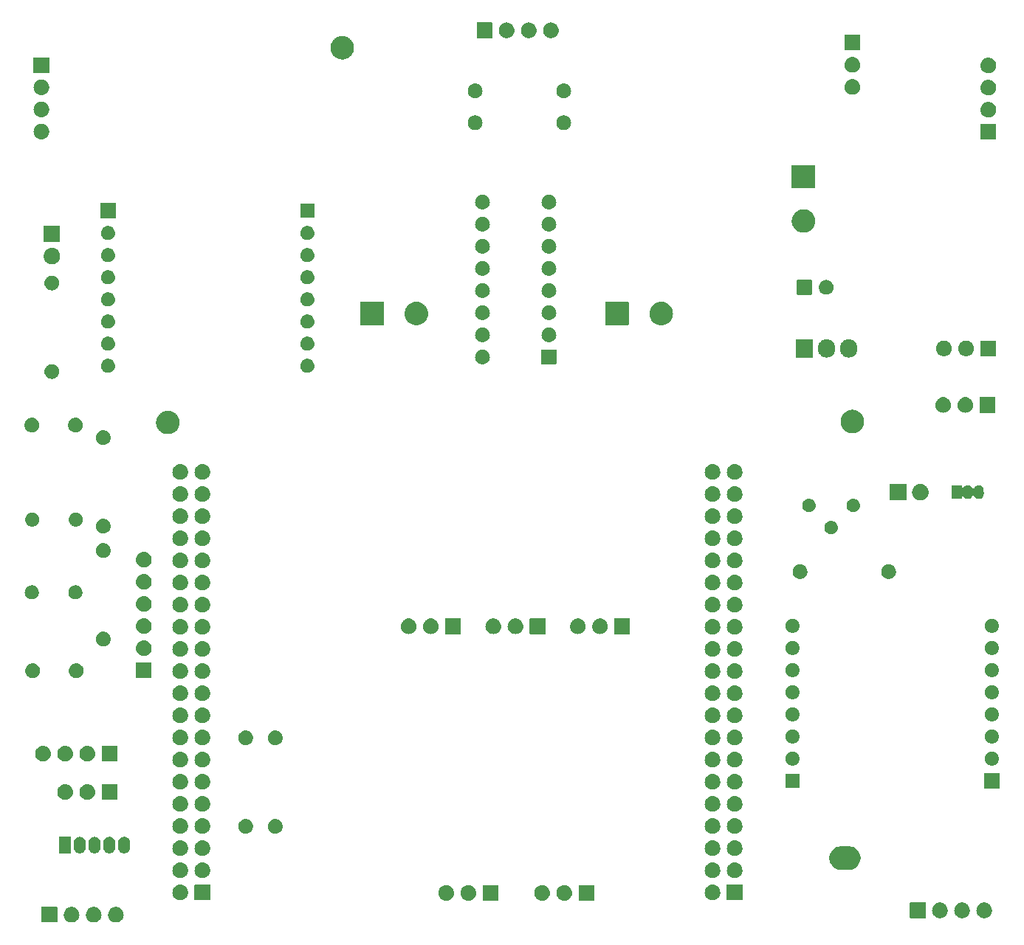
<source format=gbr>
%TF.GenerationSoftware,KiCad,Pcbnew,8.0.0*%
%TF.CreationDate,2024-10-06T09:57:53+02:00*%
%TF.ProjectId,Motor_Board_L476RG,4d6f746f-725f-4426-9f61-72645f4c3437,rev?*%
%TF.SameCoordinates,Original*%
%TF.FileFunction,Soldermask,Top*%
%TF.FilePolarity,Negative*%
%FSLAX46Y46*%
G04 Gerber Fmt 4.6, Leading zero omitted, Abs format (unit mm)*
G04 Created by KiCad (PCBNEW 8.0.0) date 2024-10-06 09:57:53*
%MOMM*%
%LPD*%
G01*
G04 APERTURE LIST*
G04 APERTURE END LIST*
G36*
X130789134Y-145103806D02*
G01*
X130805355Y-145114645D01*
X130816194Y-145130866D01*
X130820000Y-145150000D01*
X130820000Y-146850000D01*
X130816194Y-146869134D01*
X130805355Y-146885355D01*
X130789134Y-146896194D01*
X130770000Y-146900000D01*
X129070000Y-146900000D01*
X129050866Y-146896194D01*
X129034645Y-146885355D01*
X129023806Y-146869134D01*
X129020000Y-146850000D01*
X129020000Y-145150000D01*
X129023806Y-145130866D01*
X129034645Y-145114645D01*
X129050866Y-145103806D01*
X129070000Y-145100000D01*
X130770000Y-145100000D01*
X130789134Y-145103806D01*
G37*
G36*
X132503921Y-145104930D02*
G01*
X132554076Y-145104930D01*
X132597385Y-145114135D01*
X132635460Y-145117886D01*
X132683296Y-145132396D01*
X132738115Y-145144049D01*
X132773191Y-145159665D01*
X132804186Y-145169068D01*
X132853442Y-145195396D01*
X132910000Y-145220577D01*
X132936294Y-145239680D01*
X132959673Y-145252177D01*
X133007367Y-145291318D01*
X133062218Y-145331170D01*
X133080025Y-145350947D01*
X133095968Y-145364031D01*
X133138808Y-145416232D01*
X133188115Y-145470993D01*
X133198474Y-145488935D01*
X133207822Y-145500326D01*
X133242398Y-145565015D01*
X133282191Y-145633937D01*
X133286768Y-145648026D01*
X133290931Y-145655813D01*
X133313875Y-145731450D01*
X133340333Y-145812879D01*
X133341264Y-145821741D01*
X133342113Y-145824539D01*
X133350377Y-145908448D01*
X133360000Y-146000000D01*
X133350376Y-146091559D01*
X133342113Y-146175460D01*
X133341264Y-146178256D01*
X133340333Y-146187121D01*
X133313870Y-146268563D01*
X133290931Y-146344186D01*
X133286769Y-146351971D01*
X133282191Y-146366063D01*
X133242391Y-146434997D01*
X133207822Y-146499673D01*
X133198476Y-146511060D01*
X133188115Y-146529007D01*
X133138799Y-146583777D01*
X133095968Y-146635968D01*
X133080029Y-146649048D01*
X133062218Y-146668830D01*
X133007356Y-146708688D01*
X132959673Y-146747822D01*
X132936299Y-146760315D01*
X132910000Y-146779423D01*
X132853431Y-146804608D01*
X132804186Y-146830931D01*
X132773198Y-146840330D01*
X132738115Y-146855951D01*
X132683285Y-146867605D01*
X132635460Y-146882113D01*
X132597394Y-146885862D01*
X132554076Y-146895070D01*
X132503911Y-146895070D01*
X132460000Y-146899395D01*
X132416089Y-146895070D01*
X132365924Y-146895070D01*
X132322605Y-146885862D01*
X132284539Y-146882113D01*
X132236711Y-146867604D01*
X132181885Y-146855951D01*
X132146803Y-146840331D01*
X132115813Y-146830931D01*
X132066562Y-146804606D01*
X132010000Y-146779423D01*
X131983703Y-146760317D01*
X131960326Y-146747822D01*
X131912634Y-146708682D01*
X131857782Y-146668830D01*
X131839973Y-146649051D01*
X131824031Y-146635968D01*
X131781189Y-146583765D01*
X131731885Y-146529007D01*
X131721526Y-146511065D01*
X131712177Y-146499673D01*
X131677594Y-146434974D01*
X131637809Y-146366063D01*
X131633231Y-146351976D01*
X131629068Y-146344186D01*
X131606114Y-146268517D01*
X131579667Y-146187121D01*
X131578735Y-146178261D01*
X131577886Y-146175460D01*
X131569607Y-146091408D01*
X131560000Y-146000000D01*
X131569606Y-145908599D01*
X131577886Y-145824539D01*
X131578736Y-145821736D01*
X131579667Y-145812879D01*
X131606109Y-145731496D01*
X131629068Y-145655813D01*
X131633232Y-145648021D01*
X131637809Y-145633937D01*
X131677587Y-145565038D01*
X131712177Y-145500326D01*
X131721528Y-145488931D01*
X131731885Y-145470993D01*
X131781180Y-145416245D01*
X131824031Y-145364031D01*
X131839976Y-145350944D01*
X131857782Y-145331170D01*
X131912623Y-145291325D01*
X131960326Y-145252177D01*
X131983708Y-145239678D01*
X132010000Y-145220577D01*
X132066551Y-145195398D01*
X132115813Y-145169068D01*
X132146810Y-145159664D01*
X132181885Y-145144049D01*
X132236700Y-145132397D01*
X132284539Y-145117886D01*
X132322614Y-145114135D01*
X132365924Y-145104930D01*
X132416079Y-145104930D01*
X132460000Y-145100604D01*
X132503921Y-145104930D01*
G37*
G36*
X135043921Y-145104930D02*
G01*
X135094076Y-145104930D01*
X135137385Y-145114135D01*
X135175460Y-145117886D01*
X135223296Y-145132396D01*
X135278115Y-145144049D01*
X135313191Y-145159665D01*
X135344186Y-145169068D01*
X135393442Y-145195396D01*
X135450000Y-145220577D01*
X135476294Y-145239680D01*
X135499673Y-145252177D01*
X135547367Y-145291318D01*
X135602218Y-145331170D01*
X135620025Y-145350947D01*
X135635968Y-145364031D01*
X135678808Y-145416232D01*
X135728115Y-145470993D01*
X135738474Y-145488935D01*
X135747822Y-145500326D01*
X135782398Y-145565015D01*
X135822191Y-145633937D01*
X135826768Y-145648026D01*
X135830931Y-145655813D01*
X135853875Y-145731450D01*
X135880333Y-145812879D01*
X135881264Y-145821741D01*
X135882113Y-145824539D01*
X135890377Y-145908448D01*
X135900000Y-146000000D01*
X135890376Y-146091559D01*
X135882113Y-146175460D01*
X135881264Y-146178256D01*
X135880333Y-146187121D01*
X135853870Y-146268563D01*
X135830931Y-146344186D01*
X135826769Y-146351971D01*
X135822191Y-146366063D01*
X135782391Y-146434997D01*
X135747822Y-146499673D01*
X135738476Y-146511060D01*
X135728115Y-146529007D01*
X135678799Y-146583777D01*
X135635968Y-146635968D01*
X135620029Y-146649048D01*
X135602218Y-146668830D01*
X135547356Y-146708688D01*
X135499673Y-146747822D01*
X135476299Y-146760315D01*
X135450000Y-146779423D01*
X135393431Y-146804608D01*
X135344186Y-146830931D01*
X135313198Y-146840330D01*
X135278115Y-146855951D01*
X135223285Y-146867605D01*
X135175460Y-146882113D01*
X135137394Y-146885862D01*
X135094076Y-146895070D01*
X135043911Y-146895070D01*
X135000000Y-146899395D01*
X134956089Y-146895070D01*
X134905924Y-146895070D01*
X134862605Y-146885862D01*
X134824539Y-146882113D01*
X134776711Y-146867604D01*
X134721885Y-146855951D01*
X134686803Y-146840331D01*
X134655813Y-146830931D01*
X134606562Y-146804606D01*
X134550000Y-146779423D01*
X134523703Y-146760317D01*
X134500326Y-146747822D01*
X134452634Y-146708682D01*
X134397782Y-146668830D01*
X134379973Y-146649051D01*
X134364031Y-146635968D01*
X134321189Y-146583765D01*
X134271885Y-146529007D01*
X134261526Y-146511065D01*
X134252177Y-146499673D01*
X134217594Y-146434974D01*
X134177809Y-146366063D01*
X134173231Y-146351976D01*
X134169068Y-146344186D01*
X134146114Y-146268517D01*
X134119667Y-146187121D01*
X134118735Y-146178261D01*
X134117886Y-146175460D01*
X134109607Y-146091408D01*
X134100000Y-146000000D01*
X134109606Y-145908599D01*
X134117886Y-145824539D01*
X134118736Y-145821736D01*
X134119667Y-145812879D01*
X134146109Y-145731496D01*
X134169068Y-145655813D01*
X134173232Y-145648021D01*
X134177809Y-145633937D01*
X134217587Y-145565038D01*
X134252177Y-145500326D01*
X134261528Y-145488931D01*
X134271885Y-145470993D01*
X134321180Y-145416245D01*
X134364031Y-145364031D01*
X134379976Y-145350944D01*
X134397782Y-145331170D01*
X134452623Y-145291325D01*
X134500326Y-145252177D01*
X134523708Y-145239678D01*
X134550000Y-145220577D01*
X134606551Y-145195398D01*
X134655813Y-145169068D01*
X134686810Y-145159664D01*
X134721885Y-145144049D01*
X134776700Y-145132397D01*
X134824539Y-145117886D01*
X134862614Y-145114135D01*
X134905924Y-145104930D01*
X134956079Y-145104930D01*
X135000000Y-145100604D01*
X135043921Y-145104930D01*
G37*
G36*
X137583921Y-145104930D02*
G01*
X137634076Y-145104930D01*
X137677385Y-145114135D01*
X137715460Y-145117886D01*
X137763296Y-145132396D01*
X137818115Y-145144049D01*
X137853191Y-145159665D01*
X137884186Y-145169068D01*
X137933442Y-145195396D01*
X137990000Y-145220577D01*
X138016294Y-145239680D01*
X138039673Y-145252177D01*
X138087367Y-145291318D01*
X138142218Y-145331170D01*
X138160025Y-145350947D01*
X138175968Y-145364031D01*
X138218808Y-145416232D01*
X138268115Y-145470993D01*
X138278474Y-145488935D01*
X138287822Y-145500326D01*
X138322398Y-145565015D01*
X138362191Y-145633937D01*
X138366768Y-145648026D01*
X138370931Y-145655813D01*
X138393875Y-145731450D01*
X138420333Y-145812879D01*
X138421264Y-145821741D01*
X138422113Y-145824539D01*
X138430377Y-145908448D01*
X138440000Y-146000000D01*
X138430376Y-146091559D01*
X138422113Y-146175460D01*
X138421264Y-146178256D01*
X138420333Y-146187121D01*
X138393870Y-146268563D01*
X138370931Y-146344186D01*
X138366769Y-146351971D01*
X138362191Y-146366063D01*
X138322391Y-146434997D01*
X138287822Y-146499673D01*
X138278476Y-146511060D01*
X138268115Y-146529007D01*
X138218799Y-146583777D01*
X138175968Y-146635968D01*
X138160029Y-146649048D01*
X138142218Y-146668830D01*
X138087356Y-146708688D01*
X138039673Y-146747822D01*
X138016299Y-146760315D01*
X137990000Y-146779423D01*
X137933431Y-146804608D01*
X137884186Y-146830931D01*
X137853198Y-146840330D01*
X137818115Y-146855951D01*
X137763285Y-146867605D01*
X137715460Y-146882113D01*
X137677394Y-146885862D01*
X137634076Y-146895070D01*
X137583911Y-146895070D01*
X137540000Y-146899395D01*
X137496089Y-146895070D01*
X137445924Y-146895070D01*
X137402605Y-146885862D01*
X137364539Y-146882113D01*
X137316711Y-146867604D01*
X137261885Y-146855951D01*
X137226803Y-146840331D01*
X137195813Y-146830931D01*
X137146562Y-146804606D01*
X137090000Y-146779423D01*
X137063703Y-146760317D01*
X137040326Y-146747822D01*
X136992634Y-146708682D01*
X136937782Y-146668830D01*
X136919973Y-146649051D01*
X136904031Y-146635968D01*
X136861189Y-146583765D01*
X136811885Y-146529007D01*
X136801526Y-146511065D01*
X136792177Y-146499673D01*
X136757594Y-146434974D01*
X136717809Y-146366063D01*
X136713231Y-146351976D01*
X136709068Y-146344186D01*
X136686114Y-146268517D01*
X136659667Y-146187121D01*
X136658735Y-146178261D01*
X136657886Y-146175460D01*
X136649607Y-146091408D01*
X136640000Y-146000000D01*
X136649606Y-145908599D01*
X136657886Y-145824539D01*
X136658736Y-145821736D01*
X136659667Y-145812879D01*
X136686109Y-145731496D01*
X136709068Y-145655813D01*
X136713232Y-145648021D01*
X136717809Y-145633937D01*
X136757587Y-145565038D01*
X136792177Y-145500326D01*
X136801528Y-145488931D01*
X136811885Y-145470993D01*
X136861180Y-145416245D01*
X136904031Y-145364031D01*
X136919976Y-145350944D01*
X136937782Y-145331170D01*
X136992623Y-145291325D01*
X137040326Y-145252177D01*
X137063708Y-145239678D01*
X137090000Y-145220577D01*
X137146551Y-145195398D01*
X137195813Y-145169068D01*
X137226810Y-145159664D01*
X137261885Y-145144049D01*
X137316700Y-145132397D01*
X137364539Y-145117886D01*
X137402614Y-145114135D01*
X137445924Y-145104930D01*
X137496079Y-145104930D01*
X137540000Y-145100604D01*
X137583921Y-145104930D01*
G37*
G36*
X230369134Y-144603806D02*
G01*
X230385355Y-144614645D01*
X230396194Y-144630866D01*
X230400000Y-144650000D01*
X230400000Y-146350000D01*
X230396194Y-146369134D01*
X230385355Y-146385355D01*
X230369134Y-146396194D01*
X230350000Y-146400000D01*
X228650000Y-146400000D01*
X228630866Y-146396194D01*
X228614645Y-146385355D01*
X228603806Y-146369134D01*
X228600000Y-146350000D01*
X228600000Y-144650000D01*
X228603806Y-144630866D01*
X228614645Y-144614645D01*
X228630866Y-144603806D01*
X228650000Y-144600000D01*
X230350000Y-144600000D01*
X230369134Y-144603806D01*
G37*
G36*
X232083921Y-144604930D02*
G01*
X232134076Y-144604930D01*
X232177385Y-144614135D01*
X232215460Y-144617886D01*
X232263296Y-144632396D01*
X232318115Y-144644049D01*
X232353191Y-144659665D01*
X232384186Y-144669068D01*
X232433442Y-144695396D01*
X232490000Y-144720577D01*
X232516294Y-144739680D01*
X232539673Y-144752177D01*
X232587367Y-144791318D01*
X232642218Y-144831170D01*
X232660025Y-144850947D01*
X232675968Y-144864031D01*
X232718808Y-144916232D01*
X232768115Y-144970993D01*
X232778474Y-144988935D01*
X232787822Y-145000326D01*
X232822398Y-145065015D01*
X232862191Y-145133937D01*
X232866768Y-145148026D01*
X232870931Y-145155813D01*
X232893875Y-145231450D01*
X232920333Y-145312879D01*
X232921264Y-145321741D01*
X232922113Y-145324539D01*
X232930377Y-145408448D01*
X232940000Y-145500000D01*
X232930376Y-145591559D01*
X232922113Y-145675460D01*
X232921264Y-145678256D01*
X232920333Y-145687121D01*
X232893870Y-145768563D01*
X232870931Y-145844186D01*
X232866769Y-145851971D01*
X232862191Y-145866063D01*
X232822391Y-145934997D01*
X232787822Y-145999673D01*
X232778476Y-146011060D01*
X232768115Y-146029007D01*
X232718799Y-146083777D01*
X232675968Y-146135968D01*
X232660029Y-146149048D01*
X232642218Y-146168830D01*
X232587356Y-146208688D01*
X232539673Y-146247822D01*
X232516299Y-146260315D01*
X232490000Y-146279423D01*
X232433431Y-146304608D01*
X232384186Y-146330931D01*
X232353198Y-146340330D01*
X232318115Y-146355951D01*
X232263285Y-146367605D01*
X232215460Y-146382113D01*
X232177394Y-146385862D01*
X232134076Y-146395070D01*
X232083911Y-146395070D01*
X232040000Y-146399395D01*
X231996089Y-146395070D01*
X231945924Y-146395070D01*
X231902605Y-146385862D01*
X231864539Y-146382113D01*
X231816711Y-146367604D01*
X231761885Y-146355951D01*
X231726803Y-146340331D01*
X231695813Y-146330931D01*
X231646562Y-146304606D01*
X231590000Y-146279423D01*
X231563703Y-146260317D01*
X231540326Y-146247822D01*
X231492634Y-146208682D01*
X231437782Y-146168830D01*
X231419973Y-146149051D01*
X231404031Y-146135968D01*
X231361189Y-146083765D01*
X231311885Y-146029007D01*
X231301526Y-146011065D01*
X231292177Y-145999673D01*
X231257594Y-145934974D01*
X231217809Y-145866063D01*
X231213231Y-145851976D01*
X231209068Y-145844186D01*
X231186114Y-145768517D01*
X231159667Y-145687121D01*
X231158735Y-145678261D01*
X231157886Y-145675460D01*
X231149607Y-145591408D01*
X231140000Y-145500000D01*
X231149606Y-145408599D01*
X231157886Y-145324539D01*
X231158736Y-145321736D01*
X231159667Y-145312879D01*
X231186109Y-145231496D01*
X231209068Y-145155813D01*
X231213232Y-145148021D01*
X231217809Y-145133937D01*
X231257587Y-145065038D01*
X231292177Y-145000326D01*
X231301528Y-144988931D01*
X231311885Y-144970993D01*
X231361180Y-144916245D01*
X231404031Y-144864031D01*
X231419976Y-144850944D01*
X231437782Y-144831170D01*
X231492623Y-144791325D01*
X231540326Y-144752177D01*
X231563708Y-144739678D01*
X231590000Y-144720577D01*
X231646551Y-144695398D01*
X231695813Y-144669068D01*
X231726810Y-144659664D01*
X231761885Y-144644049D01*
X231816700Y-144632397D01*
X231864539Y-144617886D01*
X231902614Y-144614135D01*
X231945924Y-144604930D01*
X231996079Y-144604930D01*
X232040000Y-144600604D01*
X232083921Y-144604930D01*
G37*
G36*
X234623921Y-144604930D02*
G01*
X234674076Y-144604930D01*
X234717385Y-144614135D01*
X234755460Y-144617886D01*
X234803296Y-144632396D01*
X234858115Y-144644049D01*
X234893191Y-144659665D01*
X234924186Y-144669068D01*
X234973442Y-144695396D01*
X235030000Y-144720577D01*
X235056294Y-144739680D01*
X235079673Y-144752177D01*
X235127367Y-144791318D01*
X235182218Y-144831170D01*
X235200025Y-144850947D01*
X235215968Y-144864031D01*
X235258808Y-144916232D01*
X235308115Y-144970993D01*
X235318474Y-144988935D01*
X235327822Y-145000326D01*
X235362398Y-145065015D01*
X235402191Y-145133937D01*
X235406768Y-145148026D01*
X235410931Y-145155813D01*
X235433875Y-145231450D01*
X235460333Y-145312879D01*
X235461264Y-145321741D01*
X235462113Y-145324539D01*
X235470377Y-145408448D01*
X235480000Y-145500000D01*
X235470376Y-145591559D01*
X235462113Y-145675460D01*
X235461264Y-145678256D01*
X235460333Y-145687121D01*
X235433870Y-145768563D01*
X235410931Y-145844186D01*
X235406769Y-145851971D01*
X235402191Y-145866063D01*
X235362391Y-145934997D01*
X235327822Y-145999673D01*
X235318476Y-146011060D01*
X235308115Y-146029007D01*
X235258799Y-146083777D01*
X235215968Y-146135968D01*
X235200029Y-146149048D01*
X235182218Y-146168830D01*
X235127356Y-146208688D01*
X235079673Y-146247822D01*
X235056299Y-146260315D01*
X235030000Y-146279423D01*
X234973431Y-146304608D01*
X234924186Y-146330931D01*
X234893198Y-146340330D01*
X234858115Y-146355951D01*
X234803285Y-146367605D01*
X234755460Y-146382113D01*
X234717394Y-146385862D01*
X234674076Y-146395070D01*
X234623911Y-146395070D01*
X234580000Y-146399395D01*
X234536089Y-146395070D01*
X234485924Y-146395070D01*
X234442605Y-146385862D01*
X234404539Y-146382113D01*
X234356711Y-146367604D01*
X234301885Y-146355951D01*
X234266803Y-146340331D01*
X234235813Y-146330931D01*
X234186562Y-146304606D01*
X234130000Y-146279423D01*
X234103703Y-146260317D01*
X234080326Y-146247822D01*
X234032634Y-146208682D01*
X233977782Y-146168830D01*
X233959973Y-146149051D01*
X233944031Y-146135968D01*
X233901189Y-146083765D01*
X233851885Y-146029007D01*
X233841526Y-146011065D01*
X233832177Y-145999673D01*
X233797594Y-145934974D01*
X233757809Y-145866063D01*
X233753231Y-145851976D01*
X233749068Y-145844186D01*
X233726114Y-145768517D01*
X233699667Y-145687121D01*
X233698735Y-145678261D01*
X233697886Y-145675460D01*
X233689607Y-145591408D01*
X233680000Y-145500000D01*
X233689606Y-145408599D01*
X233697886Y-145324539D01*
X233698736Y-145321736D01*
X233699667Y-145312879D01*
X233726109Y-145231496D01*
X233749068Y-145155813D01*
X233753232Y-145148021D01*
X233757809Y-145133937D01*
X233797587Y-145065038D01*
X233832177Y-145000326D01*
X233841528Y-144988931D01*
X233851885Y-144970993D01*
X233901180Y-144916245D01*
X233944031Y-144864031D01*
X233959976Y-144850944D01*
X233977782Y-144831170D01*
X234032623Y-144791325D01*
X234080326Y-144752177D01*
X234103708Y-144739678D01*
X234130000Y-144720577D01*
X234186551Y-144695398D01*
X234235813Y-144669068D01*
X234266810Y-144659664D01*
X234301885Y-144644049D01*
X234356700Y-144632397D01*
X234404539Y-144617886D01*
X234442614Y-144614135D01*
X234485924Y-144604930D01*
X234536079Y-144604930D01*
X234580000Y-144600604D01*
X234623921Y-144604930D01*
G37*
G36*
X237163921Y-144604930D02*
G01*
X237214076Y-144604930D01*
X237257385Y-144614135D01*
X237295460Y-144617886D01*
X237343296Y-144632396D01*
X237398115Y-144644049D01*
X237433191Y-144659665D01*
X237464186Y-144669068D01*
X237513442Y-144695396D01*
X237570000Y-144720577D01*
X237596294Y-144739680D01*
X237619673Y-144752177D01*
X237667367Y-144791318D01*
X237722218Y-144831170D01*
X237740025Y-144850947D01*
X237755968Y-144864031D01*
X237798808Y-144916232D01*
X237848115Y-144970993D01*
X237858474Y-144988935D01*
X237867822Y-145000326D01*
X237902398Y-145065015D01*
X237942191Y-145133937D01*
X237946768Y-145148026D01*
X237950931Y-145155813D01*
X237973875Y-145231450D01*
X238000333Y-145312879D01*
X238001264Y-145321741D01*
X238002113Y-145324539D01*
X238010377Y-145408448D01*
X238020000Y-145500000D01*
X238010376Y-145591559D01*
X238002113Y-145675460D01*
X238001264Y-145678256D01*
X238000333Y-145687121D01*
X237973870Y-145768563D01*
X237950931Y-145844186D01*
X237946769Y-145851971D01*
X237942191Y-145866063D01*
X237902391Y-145934997D01*
X237867822Y-145999673D01*
X237858476Y-146011060D01*
X237848115Y-146029007D01*
X237798799Y-146083777D01*
X237755968Y-146135968D01*
X237740029Y-146149048D01*
X237722218Y-146168830D01*
X237667356Y-146208688D01*
X237619673Y-146247822D01*
X237596299Y-146260315D01*
X237570000Y-146279423D01*
X237513431Y-146304608D01*
X237464186Y-146330931D01*
X237433198Y-146340330D01*
X237398115Y-146355951D01*
X237343285Y-146367605D01*
X237295460Y-146382113D01*
X237257394Y-146385862D01*
X237214076Y-146395070D01*
X237163911Y-146395070D01*
X237120000Y-146399395D01*
X237076089Y-146395070D01*
X237025924Y-146395070D01*
X236982605Y-146385862D01*
X236944539Y-146382113D01*
X236896711Y-146367604D01*
X236841885Y-146355951D01*
X236806803Y-146340331D01*
X236775813Y-146330931D01*
X236726562Y-146304606D01*
X236670000Y-146279423D01*
X236643703Y-146260317D01*
X236620326Y-146247822D01*
X236572634Y-146208682D01*
X236517782Y-146168830D01*
X236499973Y-146149051D01*
X236484031Y-146135968D01*
X236441189Y-146083765D01*
X236391885Y-146029007D01*
X236381526Y-146011065D01*
X236372177Y-145999673D01*
X236337594Y-145934974D01*
X236297809Y-145866063D01*
X236293231Y-145851976D01*
X236289068Y-145844186D01*
X236266114Y-145768517D01*
X236239667Y-145687121D01*
X236238735Y-145678261D01*
X236237886Y-145675460D01*
X236229607Y-145591408D01*
X236220000Y-145500000D01*
X236229606Y-145408599D01*
X236237886Y-145324539D01*
X236238736Y-145321736D01*
X236239667Y-145312879D01*
X236266109Y-145231496D01*
X236289068Y-145155813D01*
X236293232Y-145148021D01*
X236297809Y-145133937D01*
X236337587Y-145065038D01*
X236372177Y-145000326D01*
X236381528Y-144988931D01*
X236391885Y-144970993D01*
X236441180Y-144916245D01*
X236484031Y-144864031D01*
X236499976Y-144850944D01*
X236517782Y-144831170D01*
X236572623Y-144791325D01*
X236620326Y-144752177D01*
X236643708Y-144739678D01*
X236670000Y-144720577D01*
X236726551Y-144695398D01*
X236775813Y-144669068D01*
X236806810Y-144659664D01*
X236841885Y-144644049D01*
X236896700Y-144632397D01*
X236944539Y-144617886D01*
X236982614Y-144614135D01*
X237025924Y-144604930D01*
X237076079Y-144604930D01*
X237120000Y-144600604D01*
X237163921Y-144604930D01*
G37*
G36*
X181369134Y-142603806D02*
G01*
X181385355Y-142614645D01*
X181396194Y-142630866D01*
X181400000Y-142650000D01*
X181400000Y-144350000D01*
X181396194Y-144369134D01*
X181385355Y-144385355D01*
X181369134Y-144396194D01*
X181350000Y-144400000D01*
X179650000Y-144400000D01*
X179630866Y-144396194D01*
X179614645Y-144385355D01*
X179603806Y-144369134D01*
X179600000Y-144350000D01*
X179600000Y-142650000D01*
X179603806Y-142630866D01*
X179614645Y-142614645D01*
X179630866Y-142603806D01*
X179650000Y-142600000D01*
X181350000Y-142600000D01*
X181369134Y-142603806D01*
G37*
G36*
X192369134Y-142603806D02*
G01*
X192385355Y-142614645D01*
X192396194Y-142630866D01*
X192400000Y-142650000D01*
X192400000Y-144350000D01*
X192396194Y-144369134D01*
X192385355Y-144385355D01*
X192369134Y-144396194D01*
X192350000Y-144400000D01*
X190650000Y-144400000D01*
X190630866Y-144396194D01*
X190614645Y-144385355D01*
X190603806Y-144369134D01*
X190600000Y-144350000D01*
X190600000Y-142650000D01*
X190603806Y-142630866D01*
X190614645Y-142614645D01*
X190630866Y-142603806D01*
X190650000Y-142600000D01*
X192350000Y-142600000D01*
X192369134Y-142603806D01*
G37*
G36*
X175463921Y-142604930D02*
G01*
X175514076Y-142604930D01*
X175557385Y-142614135D01*
X175595460Y-142617886D01*
X175643296Y-142632396D01*
X175698115Y-142644049D01*
X175733191Y-142659665D01*
X175764186Y-142669068D01*
X175813442Y-142695396D01*
X175870000Y-142720577D01*
X175896294Y-142739680D01*
X175919673Y-142752177D01*
X175967367Y-142791318D01*
X176022218Y-142831170D01*
X176040025Y-142850947D01*
X176055968Y-142864031D01*
X176098808Y-142916232D01*
X176148115Y-142970993D01*
X176158474Y-142988935D01*
X176167822Y-143000326D01*
X176202398Y-143065015D01*
X176242191Y-143133937D01*
X176246768Y-143148026D01*
X176250931Y-143155813D01*
X176273875Y-143231450D01*
X176300333Y-143312879D01*
X176301264Y-143321741D01*
X176302113Y-143324539D01*
X176310377Y-143408448D01*
X176320000Y-143500000D01*
X176310376Y-143591559D01*
X176302113Y-143675460D01*
X176301264Y-143678256D01*
X176300333Y-143687121D01*
X176273870Y-143768563D01*
X176250931Y-143844186D01*
X176246769Y-143851971D01*
X176242191Y-143866063D01*
X176202391Y-143934997D01*
X176167822Y-143999673D01*
X176158476Y-144011060D01*
X176148115Y-144029007D01*
X176098799Y-144083777D01*
X176055968Y-144135968D01*
X176040029Y-144149048D01*
X176022218Y-144168830D01*
X175967356Y-144208688D01*
X175919673Y-144247822D01*
X175896299Y-144260315D01*
X175870000Y-144279423D01*
X175813431Y-144304608D01*
X175764186Y-144330931D01*
X175733198Y-144340330D01*
X175698115Y-144355951D01*
X175643285Y-144367605D01*
X175595460Y-144382113D01*
X175557394Y-144385862D01*
X175514076Y-144395070D01*
X175463911Y-144395070D01*
X175420000Y-144399395D01*
X175376089Y-144395070D01*
X175325924Y-144395070D01*
X175282605Y-144385862D01*
X175244539Y-144382113D01*
X175196711Y-144367604D01*
X175141885Y-144355951D01*
X175106803Y-144340331D01*
X175075813Y-144330931D01*
X175026562Y-144304606D01*
X174970000Y-144279423D01*
X174943703Y-144260317D01*
X174920326Y-144247822D01*
X174872634Y-144208682D01*
X174817782Y-144168830D01*
X174799973Y-144149051D01*
X174784031Y-144135968D01*
X174741189Y-144083765D01*
X174691885Y-144029007D01*
X174681526Y-144011065D01*
X174672177Y-143999673D01*
X174637594Y-143934974D01*
X174597809Y-143866063D01*
X174593231Y-143851976D01*
X174589068Y-143844186D01*
X174566114Y-143768517D01*
X174539667Y-143687121D01*
X174538735Y-143678261D01*
X174537886Y-143675460D01*
X174529607Y-143591408D01*
X174520000Y-143500000D01*
X174529606Y-143408599D01*
X174537886Y-143324539D01*
X174538736Y-143321736D01*
X174539667Y-143312879D01*
X174566109Y-143231496D01*
X174589068Y-143155813D01*
X174593232Y-143148021D01*
X174597809Y-143133937D01*
X174637587Y-143065038D01*
X174672177Y-143000326D01*
X174681528Y-142988931D01*
X174691885Y-142970993D01*
X174741180Y-142916245D01*
X174784031Y-142864031D01*
X174799976Y-142850944D01*
X174817782Y-142831170D01*
X174872623Y-142791325D01*
X174920326Y-142752177D01*
X174943708Y-142739678D01*
X174970000Y-142720577D01*
X175026551Y-142695398D01*
X175075813Y-142669068D01*
X175106810Y-142659664D01*
X175141885Y-142644049D01*
X175196700Y-142632397D01*
X175244539Y-142617886D01*
X175282614Y-142614135D01*
X175325924Y-142604930D01*
X175376079Y-142604930D01*
X175420000Y-142600604D01*
X175463921Y-142604930D01*
G37*
G36*
X178003921Y-142604930D02*
G01*
X178054076Y-142604930D01*
X178097385Y-142614135D01*
X178135460Y-142617886D01*
X178183296Y-142632396D01*
X178238115Y-142644049D01*
X178273191Y-142659665D01*
X178304186Y-142669068D01*
X178353442Y-142695396D01*
X178410000Y-142720577D01*
X178436294Y-142739680D01*
X178459673Y-142752177D01*
X178507367Y-142791318D01*
X178562218Y-142831170D01*
X178580025Y-142850947D01*
X178595968Y-142864031D01*
X178638808Y-142916232D01*
X178688115Y-142970993D01*
X178698474Y-142988935D01*
X178707822Y-143000326D01*
X178742398Y-143065015D01*
X178782191Y-143133937D01*
X178786768Y-143148026D01*
X178790931Y-143155813D01*
X178813875Y-143231450D01*
X178840333Y-143312879D01*
X178841264Y-143321741D01*
X178842113Y-143324539D01*
X178850377Y-143408448D01*
X178860000Y-143500000D01*
X178850376Y-143591559D01*
X178842113Y-143675460D01*
X178841264Y-143678256D01*
X178840333Y-143687121D01*
X178813870Y-143768563D01*
X178790931Y-143844186D01*
X178786769Y-143851971D01*
X178782191Y-143866063D01*
X178742391Y-143934997D01*
X178707822Y-143999673D01*
X178698476Y-144011060D01*
X178688115Y-144029007D01*
X178638799Y-144083777D01*
X178595968Y-144135968D01*
X178580029Y-144149048D01*
X178562218Y-144168830D01*
X178507356Y-144208688D01*
X178459673Y-144247822D01*
X178436299Y-144260315D01*
X178410000Y-144279423D01*
X178353431Y-144304608D01*
X178304186Y-144330931D01*
X178273198Y-144340330D01*
X178238115Y-144355951D01*
X178183285Y-144367605D01*
X178135460Y-144382113D01*
X178097394Y-144385862D01*
X178054076Y-144395070D01*
X178003911Y-144395070D01*
X177960000Y-144399395D01*
X177916089Y-144395070D01*
X177865924Y-144395070D01*
X177822605Y-144385862D01*
X177784539Y-144382113D01*
X177736711Y-144367604D01*
X177681885Y-144355951D01*
X177646803Y-144340331D01*
X177615813Y-144330931D01*
X177566562Y-144304606D01*
X177510000Y-144279423D01*
X177483703Y-144260317D01*
X177460326Y-144247822D01*
X177412634Y-144208682D01*
X177357782Y-144168830D01*
X177339973Y-144149051D01*
X177324031Y-144135968D01*
X177281189Y-144083765D01*
X177231885Y-144029007D01*
X177221526Y-144011065D01*
X177212177Y-143999673D01*
X177177594Y-143934974D01*
X177137809Y-143866063D01*
X177133231Y-143851976D01*
X177129068Y-143844186D01*
X177106114Y-143768517D01*
X177079667Y-143687121D01*
X177078735Y-143678261D01*
X177077886Y-143675460D01*
X177069607Y-143591408D01*
X177060000Y-143500000D01*
X177069606Y-143408599D01*
X177077886Y-143324539D01*
X177078736Y-143321736D01*
X177079667Y-143312879D01*
X177106109Y-143231496D01*
X177129068Y-143155813D01*
X177133232Y-143148021D01*
X177137809Y-143133937D01*
X177177587Y-143065038D01*
X177212177Y-143000326D01*
X177221528Y-142988931D01*
X177231885Y-142970993D01*
X177281180Y-142916245D01*
X177324031Y-142864031D01*
X177339976Y-142850944D01*
X177357782Y-142831170D01*
X177412623Y-142791325D01*
X177460326Y-142752177D01*
X177483708Y-142739678D01*
X177510000Y-142720577D01*
X177566551Y-142695398D01*
X177615813Y-142669068D01*
X177646810Y-142659664D01*
X177681885Y-142644049D01*
X177736700Y-142632397D01*
X177784539Y-142617886D01*
X177822614Y-142614135D01*
X177865924Y-142604930D01*
X177916079Y-142604930D01*
X177960000Y-142600604D01*
X178003921Y-142604930D01*
G37*
G36*
X186463921Y-142604930D02*
G01*
X186514076Y-142604930D01*
X186557385Y-142614135D01*
X186595460Y-142617886D01*
X186643296Y-142632396D01*
X186698115Y-142644049D01*
X186733191Y-142659665D01*
X186764186Y-142669068D01*
X186813442Y-142695396D01*
X186870000Y-142720577D01*
X186896294Y-142739680D01*
X186919673Y-142752177D01*
X186967367Y-142791318D01*
X187022218Y-142831170D01*
X187040025Y-142850947D01*
X187055968Y-142864031D01*
X187098808Y-142916232D01*
X187148115Y-142970993D01*
X187158474Y-142988935D01*
X187167822Y-143000326D01*
X187202398Y-143065015D01*
X187242191Y-143133937D01*
X187246768Y-143148026D01*
X187250931Y-143155813D01*
X187273875Y-143231450D01*
X187300333Y-143312879D01*
X187301264Y-143321741D01*
X187302113Y-143324539D01*
X187310377Y-143408448D01*
X187320000Y-143500000D01*
X187310376Y-143591559D01*
X187302113Y-143675460D01*
X187301264Y-143678256D01*
X187300333Y-143687121D01*
X187273870Y-143768563D01*
X187250931Y-143844186D01*
X187246769Y-143851971D01*
X187242191Y-143866063D01*
X187202391Y-143934997D01*
X187167822Y-143999673D01*
X187158476Y-144011060D01*
X187148115Y-144029007D01*
X187098799Y-144083777D01*
X187055968Y-144135968D01*
X187040029Y-144149048D01*
X187022218Y-144168830D01*
X186967356Y-144208688D01*
X186919673Y-144247822D01*
X186896299Y-144260315D01*
X186870000Y-144279423D01*
X186813431Y-144304608D01*
X186764186Y-144330931D01*
X186733198Y-144340330D01*
X186698115Y-144355951D01*
X186643285Y-144367605D01*
X186595460Y-144382113D01*
X186557394Y-144385862D01*
X186514076Y-144395070D01*
X186463911Y-144395070D01*
X186420000Y-144399395D01*
X186376089Y-144395070D01*
X186325924Y-144395070D01*
X186282605Y-144385862D01*
X186244539Y-144382113D01*
X186196711Y-144367604D01*
X186141885Y-144355951D01*
X186106803Y-144340331D01*
X186075813Y-144330931D01*
X186026562Y-144304606D01*
X185970000Y-144279423D01*
X185943703Y-144260317D01*
X185920326Y-144247822D01*
X185872634Y-144208682D01*
X185817782Y-144168830D01*
X185799973Y-144149051D01*
X185784031Y-144135968D01*
X185741189Y-144083765D01*
X185691885Y-144029007D01*
X185681526Y-144011065D01*
X185672177Y-143999673D01*
X185637594Y-143934974D01*
X185597809Y-143866063D01*
X185593231Y-143851976D01*
X185589068Y-143844186D01*
X185566114Y-143768517D01*
X185539667Y-143687121D01*
X185538735Y-143678261D01*
X185537886Y-143675460D01*
X185529607Y-143591408D01*
X185520000Y-143500000D01*
X185529606Y-143408599D01*
X185537886Y-143324539D01*
X185538736Y-143321736D01*
X185539667Y-143312879D01*
X185566109Y-143231496D01*
X185589068Y-143155813D01*
X185593232Y-143148021D01*
X185597809Y-143133937D01*
X185637587Y-143065038D01*
X185672177Y-143000326D01*
X185681528Y-142988931D01*
X185691885Y-142970993D01*
X185741180Y-142916245D01*
X185784031Y-142864031D01*
X185799976Y-142850944D01*
X185817782Y-142831170D01*
X185872623Y-142791325D01*
X185920326Y-142752177D01*
X185943708Y-142739678D01*
X185970000Y-142720577D01*
X186026551Y-142695398D01*
X186075813Y-142669068D01*
X186106810Y-142659664D01*
X186141885Y-142644049D01*
X186196700Y-142632397D01*
X186244539Y-142617886D01*
X186282614Y-142614135D01*
X186325924Y-142604930D01*
X186376079Y-142604930D01*
X186420000Y-142600604D01*
X186463921Y-142604930D01*
G37*
G36*
X189003921Y-142604930D02*
G01*
X189054076Y-142604930D01*
X189097385Y-142614135D01*
X189135460Y-142617886D01*
X189183296Y-142632396D01*
X189238115Y-142644049D01*
X189273191Y-142659665D01*
X189304186Y-142669068D01*
X189353442Y-142695396D01*
X189410000Y-142720577D01*
X189436294Y-142739680D01*
X189459673Y-142752177D01*
X189507367Y-142791318D01*
X189562218Y-142831170D01*
X189580025Y-142850947D01*
X189595968Y-142864031D01*
X189638808Y-142916232D01*
X189688115Y-142970993D01*
X189698474Y-142988935D01*
X189707822Y-143000326D01*
X189742398Y-143065015D01*
X189782191Y-143133937D01*
X189786768Y-143148026D01*
X189790931Y-143155813D01*
X189813875Y-143231450D01*
X189840333Y-143312879D01*
X189841264Y-143321741D01*
X189842113Y-143324539D01*
X189850377Y-143408448D01*
X189860000Y-143500000D01*
X189850376Y-143591559D01*
X189842113Y-143675460D01*
X189841264Y-143678256D01*
X189840333Y-143687121D01*
X189813870Y-143768563D01*
X189790931Y-143844186D01*
X189786769Y-143851971D01*
X189782191Y-143866063D01*
X189742391Y-143934997D01*
X189707822Y-143999673D01*
X189698476Y-144011060D01*
X189688115Y-144029007D01*
X189638799Y-144083777D01*
X189595968Y-144135968D01*
X189580029Y-144149048D01*
X189562218Y-144168830D01*
X189507356Y-144208688D01*
X189459673Y-144247822D01*
X189436299Y-144260315D01*
X189410000Y-144279423D01*
X189353431Y-144304608D01*
X189304186Y-144330931D01*
X189273198Y-144340330D01*
X189238115Y-144355951D01*
X189183285Y-144367605D01*
X189135460Y-144382113D01*
X189097394Y-144385862D01*
X189054076Y-144395070D01*
X189003911Y-144395070D01*
X188960000Y-144399395D01*
X188916089Y-144395070D01*
X188865924Y-144395070D01*
X188822605Y-144385862D01*
X188784539Y-144382113D01*
X188736711Y-144367604D01*
X188681885Y-144355951D01*
X188646803Y-144340331D01*
X188615813Y-144330931D01*
X188566562Y-144304606D01*
X188510000Y-144279423D01*
X188483703Y-144260317D01*
X188460326Y-144247822D01*
X188412634Y-144208682D01*
X188357782Y-144168830D01*
X188339973Y-144149051D01*
X188324031Y-144135968D01*
X188281189Y-144083765D01*
X188231885Y-144029007D01*
X188221526Y-144011065D01*
X188212177Y-143999673D01*
X188177594Y-143934974D01*
X188137809Y-143866063D01*
X188133231Y-143851976D01*
X188129068Y-143844186D01*
X188106114Y-143768517D01*
X188079667Y-143687121D01*
X188078735Y-143678261D01*
X188077886Y-143675460D01*
X188069607Y-143591408D01*
X188060000Y-143500000D01*
X188069606Y-143408599D01*
X188077886Y-143324539D01*
X188078736Y-143321736D01*
X188079667Y-143312879D01*
X188106109Y-143231496D01*
X188129068Y-143155813D01*
X188133232Y-143148021D01*
X188137809Y-143133937D01*
X188177587Y-143065038D01*
X188212177Y-143000326D01*
X188221528Y-142988931D01*
X188231885Y-142970993D01*
X188281180Y-142916245D01*
X188324031Y-142864031D01*
X188339976Y-142850944D01*
X188357782Y-142831170D01*
X188412623Y-142791325D01*
X188460326Y-142752177D01*
X188483708Y-142739678D01*
X188510000Y-142720577D01*
X188566551Y-142695398D01*
X188615813Y-142669068D01*
X188646810Y-142659664D01*
X188681885Y-142644049D01*
X188736700Y-142632397D01*
X188784539Y-142617886D01*
X188822614Y-142614135D01*
X188865924Y-142604930D01*
X188916079Y-142604930D01*
X188960000Y-142600604D01*
X189003921Y-142604930D01*
G37*
G36*
X148329135Y-142543806D02*
G01*
X148345356Y-142554645D01*
X148356195Y-142570866D01*
X148360001Y-142590000D01*
X148360001Y-144290000D01*
X148356195Y-144309134D01*
X148345356Y-144325355D01*
X148329135Y-144336194D01*
X148310001Y-144340000D01*
X146610001Y-144340000D01*
X146590867Y-144336194D01*
X146574646Y-144325355D01*
X146563807Y-144309134D01*
X146560001Y-144290000D01*
X146560001Y-142590000D01*
X146563807Y-142570866D01*
X146574646Y-142554645D01*
X146590867Y-142543806D01*
X146610001Y-142540000D01*
X148310001Y-142540000D01*
X148329135Y-142543806D01*
G37*
G36*
X209369134Y-142543806D02*
G01*
X209385355Y-142554645D01*
X209396194Y-142570866D01*
X209400000Y-142590000D01*
X209400000Y-144290000D01*
X209396194Y-144309134D01*
X209385355Y-144325355D01*
X209369134Y-144336194D01*
X209350000Y-144340000D01*
X207650000Y-144340000D01*
X207630866Y-144336194D01*
X207614645Y-144325355D01*
X207603806Y-144309134D01*
X207600000Y-144290000D01*
X207600000Y-142590000D01*
X207603806Y-142570866D01*
X207614645Y-142554645D01*
X207630866Y-142543806D01*
X207650000Y-142540000D01*
X209350000Y-142540000D01*
X209369134Y-142543806D01*
G37*
G36*
X144963922Y-142544930D02*
G01*
X145014077Y-142544930D01*
X145057386Y-142554135D01*
X145095461Y-142557886D01*
X145143297Y-142572396D01*
X145198116Y-142584049D01*
X145233192Y-142599665D01*
X145264187Y-142609068D01*
X145313443Y-142635396D01*
X145370001Y-142660577D01*
X145396295Y-142679680D01*
X145419674Y-142692177D01*
X145467368Y-142731318D01*
X145522219Y-142771170D01*
X145540026Y-142790947D01*
X145555969Y-142804031D01*
X145598809Y-142856232D01*
X145648116Y-142910993D01*
X145658475Y-142928935D01*
X145667823Y-142940326D01*
X145702399Y-143005015D01*
X145742192Y-143073937D01*
X145746769Y-143088026D01*
X145750932Y-143095813D01*
X145773876Y-143171450D01*
X145800334Y-143252879D01*
X145801265Y-143261741D01*
X145802114Y-143264539D01*
X145810378Y-143348448D01*
X145820001Y-143440000D01*
X145810377Y-143531559D01*
X145802114Y-143615460D01*
X145801265Y-143618256D01*
X145800334Y-143627121D01*
X145773871Y-143708563D01*
X145750932Y-143784186D01*
X145746770Y-143791971D01*
X145742192Y-143806063D01*
X145702392Y-143874997D01*
X145667823Y-143939673D01*
X145658477Y-143951060D01*
X145648116Y-143969007D01*
X145598800Y-144023777D01*
X145555969Y-144075968D01*
X145540030Y-144089048D01*
X145522219Y-144108830D01*
X145467357Y-144148688D01*
X145419674Y-144187822D01*
X145396300Y-144200315D01*
X145370001Y-144219423D01*
X145313432Y-144244608D01*
X145264187Y-144270931D01*
X145233199Y-144280330D01*
X145198116Y-144295951D01*
X145143286Y-144307605D01*
X145095461Y-144322113D01*
X145057395Y-144325862D01*
X145014077Y-144335070D01*
X144963912Y-144335070D01*
X144920001Y-144339395D01*
X144876090Y-144335070D01*
X144825925Y-144335070D01*
X144782606Y-144325862D01*
X144744540Y-144322113D01*
X144696712Y-144307604D01*
X144641886Y-144295951D01*
X144606804Y-144280331D01*
X144575814Y-144270931D01*
X144526563Y-144244606D01*
X144470001Y-144219423D01*
X144443704Y-144200317D01*
X144420327Y-144187822D01*
X144372635Y-144148682D01*
X144317783Y-144108830D01*
X144299974Y-144089051D01*
X144284032Y-144075968D01*
X144241190Y-144023765D01*
X144191886Y-143969007D01*
X144181527Y-143951065D01*
X144172178Y-143939673D01*
X144137595Y-143874974D01*
X144097810Y-143806063D01*
X144093232Y-143791976D01*
X144089069Y-143784186D01*
X144066115Y-143708517D01*
X144039668Y-143627121D01*
X144038736Y-143618261D01*
X144037887Y-143615460D01*
X144029608Y-143531408D01*
X144020001Y-143440000D01*
X144029607Y-143348599D01*
X144037887Y-143264539D01*
X144038737Y-143261736D01*
X144039668Y-143252879D01*
X144066110Y-143171496D01*
X144089069Y-143095813D01*
X144093233Y-143088021D01*
X144097810Y-143073937D01*
X144137588Y-143005038D01*
X144172178Y-142940326D01*
X144181529Y-142928931D01*
X144191886Y-142910993D01*
X144241181Y-142856245D01*
X144284032Y-142804031D01*
X144299977Y-142790944D01*
X144317783Y-142771170D01*
X144372624Y-142731325D01*
X144420327Y-142692177D01*
X144443709Y-142679678D01*
X144470001Y-142660577D01*
X144526552Y-142635398D01*
X144575814Y-142609068D01*
X144606811Y-142599664D01*
X144641886Y-142584049D01*
X144696701Y-142572397D01*
X144744540Y-142557886D01*
X144782615Y-142554135D01*
X144825925Y-142544930D01*
X144876080Y-142544930D01*
X144920001Y-142540604D01*
X144963922Y-142544930D01*
G37*
G36*
X206003921Y-142544930D02*
G01*
X206054076Y-142544930D01*
X206097385Y-142554135D01*
X206135460Y-142557886D01*
X206183296Y-142572396D01*
X206238115Y-142584049D01*
X206273191Y-142599665D01*
X206304186Y-142609068D01*
X206353442Y-142635396D01*
X206410000Y-142660577D01*
X206436294Y-142679680D01*
X206459673Y-142692177D01*
X206507367Y-142731318D01*
X206562218Y-142771170D01*
X206580025Y-142790947D01*
X206595968Y-142804031D01*
X206638808Y-142856232D01*
X206688115Y-142910993D01*
X206698474Y-142928935D01*
X206707822Y-142940326D01*
X206742398Y-143005015D01*
X206782191Y-143073937D01*
X206786768Y-143088026D01*
X206790931Y-143095813D01*
X206813875Y-143171450D01*
X206840333Y-143252879D01*
X206841264Y-143261741D01*
X206842113Y-143264539D01*
X206850377Y-143348448D01*
X206860000Y-143440000D01*
X206850376Y-143531559D01*
X206842113Y-143615460D01*
X206841264Y-143618256D01*
X206840333Y-143627121D01*
X206813870Y-143708563D01*
X206790931Y-143784186D01*
X206786769Y-143791971D01*
X206782191Y-143806063D01*
X206742391Y-143874997D01*
X206707822Y-143939673D01*
X206698476Y-143951060D01*
X206688115Y-143969007D01*
X206638799Y-144023777D01*
X206595968Y-144075968D01*
X206580029Y-144089048D01*
X206562218Y-144108830D01*
X206507356Y-144148688D01*
X206459673Y-144187822D01*
X206436299Y-144200315D01*
X206410000Y-144219423D01*
X206353431Y-144244608D01*
X206304186Y-144270931D01*
X206273198Y-144280330D01*
X206238115Y-144295951D01*
X206183285Y-144307605D01*
X206135460Y-144322113D01*
X206097394Y-144325862D01*
X206054076Y-144335070D01*
X206003911Y-144335070D01*
X205960000Y-144339395D01*
X205916089Y-144335070D01*
X205865924Y-144335070D01*
X205822605Y-144325862D01*
X205784539Y-144322113D01*
X205736711Y-144307604D01*
X205681885Y-144295951D01*
X205646803Y-144280331D01*
X205615813Y-144270931D01*
X205566562Y-144244606D01*
X205510000Y-144219423D01*
X205483703Y-144200317D01*
X205460326Y-144187822D01*
X205412634Y-144148682D01*
X205357782Y-144108830D01*
X205339973Y-144089051D01*
X205324031Y-144075968D01*
X205281189Y-144023765D01*
X205231885Y-143969007D01*
X205221526Y-143951065D01*
X205212177Y-143939673D01*
X205177594Y-143874974D01*
X205137809Y-143806063D01*
X205133231Y-143791976D01*
X205129068Y-143784186D01*
X205106114Y-143708517D01*
X205079667Y-143627121D01*
X205078735Y-143618261D01*
X205077886Y-143615460D01*
X205069607Y-143531408D01*
X205060000Y-143440000D01*
X205069606Y-143348599D01*
X205077886Y-143264539D01*
X205078736Y-143261736D01*
X205079667Y-143252879D01*
X205106109Y-143171496D01*
X205129068Y-143095813D01*
X205133232Y-143088021D01*
X205137809Y-143073937D01*
X205177587Y-143005038D01*
X205212177Y-142940326D01*
X205221528Y-142928931D01*
X205231885Y-142910993D01*
X205281180Y-142856245D01*
X205324031Y-142804031D01*
X205339976Y-142790944D01*
X205357782Y-142771170D01*
X205412623Y-142731325D01*
X205460326Y-142692177D01*
X205483708Y-142679678D01*
X205510000Y-142660577D01*
X205566551Y-142635398D01*
X205615813Y-142609068D01*
X205646810Y-142599664D01*
X205681885Y-142584049D01*
X205736700Y-142572397D01*
X205784539Y-142557886D01*
X205822614Y-142554135D01*
X205865924Y-142544930D01*
X205916079Y-142544930D01*
X205960000Y-142540604D01*
X206003921Y-142544930D01*
G37*
G36*
X144963922Y-140004930D02*
G01*
X145014077Y-140004930D01*
X145057386Y-140014135D01*
X145095461Y-140017886D01*
X145143297Y-140032396D01*
X145198116Y-140044049D01*
X145233192Y-140059665D01*
X145264187Y-140069068D01*
X145313443Y-140095396D01*
X145370001Y-140120577D01*
X145396295Y-140139680D01*
X145419674Y-140152177D01*
X145467368Y-140191318D01*
X145522219Y-140231170D01*
X145540026Y-140250947D01*
X145555969Y-140264031D01*
X145598809Y-140316232D01*
X145648116Y-140370993D01*
X145658475Y-140388935D01*
X145667823Y-140400326D01*
X145702399Y-140465015D01*
X145742192Y-140533937D01*
X145746769Y-140548026D01*
X145750932Y-140555813D01*
X145773876Y-140631450D01*
X145800334Y-140712879D01*
X145801265Y-140721741D01*
X145802114Y-140724539D01*
X145810378Y-140808448D01*
X145820001Y-140900000D01*
X145810377Y-140991559D01*
X145802114Y-141075460D01*
X145801265Y-141078256D01*
X145800334Y-141087121D01*
X145773871Y-141168563D01*
X145750932Y-141244186D01*
X145746770Y-141251971D01*
X145742192Y-141266063D01*
X145702392Y-141334997D01*
X145667823Y-141399673D01*
X145658477Y-141411060D01*
X145648116Y-141429007D01*
X145598800Y-141483777D01*
X145555969Y-141535968D01*
X145540030Y-141549048D01*
X145522219Y-141568830D01*
X145467357Y-141608688D01*
X145419674Y-141647822D01*
X145396300Y-141660315D01*
X145370001Y-141679423D01*
X145313432Y-141704608D01*
X145264187Y-141730931D01*
X145233199Y-141740330D01*
X145198116Y-141755951D01*
X145143286Y-141767605D01*
X145095461Y-141782113D01*
X145057395Y-141785862D01*
X145014077Y-141795070D01*
X144963912Y-141795070D01*
X144920001Y-141799395D01*
X144876090Y-141795070D01*
X144825925Y-141795070D01*
X144782606Y-141785862D01*
X144744540Y-141782113D01*
X144696712Y-141767604D01*
X144641886Y-141755951D01*
X144606804Y-141740331D01*
X144575814Y-141730931D01*
X144526563Y-141704606D01*
X144470001Y-141679423D01*
X144443704Y-141660317D01*
X144420327Y-141647822D01*
X144372635Y-141608682D01*
X144317783Y-141568830D01*
X144299974Y-141549051D01*
X144284032Y-141535968D01*
X144241190Y-141483765D01*
X144191886Y-141429007D01*
X144181527Y-141411065D01*
X144172178Y-141399673D01*
X144137595Y-141334974D01*
X144097810Y-141266063D01*
X144093232Y-141251976D01*
X144089069Y-141244186D01*
X144066115Y-141168517D01*
X144039668Y-141087121D01*
X144038736Y-141078261D01*
X144037887Y-141075460D01*
X144029608Y-140991408D01*
X144020001Y-140900000D01*
X144029607Y-140808599D01*
X144037887Y-140724539D01*
X144038737Y-140721736D01*
X144039668Y-140712879D01*
X144066110Y-140631496D01*
X144089069Y-140555813D01*
X144093233Y-140548021D01*
X144097810Y-140533937D01*
X144137588Y-140465038D01*
X144172178Y-140400326D01*
X144181529Y-140388931D01*
X144191886Y-140370993D01*
X144241181Y-140316245D01*
X144284032Y-140264031D01*
X144299977Y-140250944D01*
X144317783Y-140231170D01*
X144372624Y-140191325D01*
X144420327Y-140152177D01*
X144443709Y-140139678D01*
X144470001Y-140120577D01*
X144526552Y-140095398D01*
X144575814Y-140069068D01*
X144606811Y-140059664D01*
X144641886Y-140044049D01*
X144696701Y-140032397D01*
X144744540Y-140017886D01*
X144782615Y-140014135D01*
X144825925Y-140004930D01*
X144876080Y-140004930D01*
X144920001Y-140000604D01*
X144963922Y-140004930D01*
G37*
G36*
X147503922Y-140004930D02*
G01*
X147554077Y-140004930D01*
X147597386Y-140014135D01*
X147635461Y-140017886D01*
X147683297Y-140032396D01*
X147738116Y-140044049D01*
X147773192Y-140059665D01*
X147804187Y-140069068D01*
X147853443Y-140095396D01*
X147910001Y-140120577D01*
X147936295Y-140139680D01*
X147959674Y-140152177D01*
X148007368Y-140191318D01*
X148062219Y-140231170D01*
X148080026Y-140250947D01*
X148095969Y-140264031D01*
X148138809Y-140316232D01*
X148188116Y-140370993D01*
X148198475Y-140388935D01*
X148207823Y-140400326D01*
X148242399Y-140465015D01*
X148282192Y-140533937D01*
X148286769Y-140548026D01*
X148290932Y-140555813D01*
X148313876Y-140631450D01*
X148340334Y-140712879D01*
X148341265Y-140721741D01*
X148342114Y-140724539D01*
X148350378Y-140808448D01*
X148360001Y-140900000D01*
X148350377Y-140991559D01*
X148342114Y-141075460D01*
X148341265Y-141078256D01*
X148340334Y-141087121D01*
X148313871Y-141168563D01*
X148290932Y-141244186D01*
X148286770Y-141251971D01*
X148282192Y-141266063D01*
X148242392Y-141334997D01*
X148207823Y-141399673D01*
X148198477Y-141411060D01*
X148188116Y-141429007D01*
X148138800Y-141483777D01*
X148095969Y-141535968D01*
X148080030Y-141549048D01*
X148062219Y-141568830D01*
X148007357Y-141608688D01*
X147959674Y-141647822D01*
X147936300Y-141660315D01*
X147910001Y-141679423D01*
X147853432Y-141704608D01*
X147804187Y-141730931D01*
X147773199Y-141740330D01*
X147738116Y-141755951D01*
X147683286Y-141767605D01*
X147635461Y-141782113D01*
X147597395Y-141785862D01*
X147554077Y-141795070D01*
X147503912Y-141795070D01*
X147460001Y-141799395D01*
X147416090Y-141795070D01*
X147365925Y-141795070D01*
X147322606Y-141785862D01*
X147284540Y-141782113D01*
X147236712Y-141767604D01*
X147181886Y-141755951D01*
X147146804Y-141740331D01*
X147115814Y-141730931D01*
X147066563Y-141704606D01*
X147010001Y-141679423D01*
X146983704Y-141660317D01*
X146960327Y-141647822D01*
X146912635Y-141608682D01*
X146857783Y-141568830D01*
X146839974Y-141549051D01*
X146824032Y-141535968D01*
X146781190Y-141483765D01*
X146731886Y-141429007D01*
X146721527Y-141411065D01*
X146712178Y-141399673D01*
X146677595Y-141334974D01*
X146637810Y-141266063D01*
X146633232Y-141251976D01*
X146629069Y-141244186D01*
X146606115Y-141168517D01*
X146579668Y-141087121D01*
X146578736Y-141078261D01*
X146577887Y-141075460D01*
X146569608Y-140991408D01*
X146560001Y-140900000D01*
X146569607Y-140808599D01*
X146577887Y-140724539D01*
X146578737Y-140721736D01*
X146579668Y-140712879D01*
X146606110Y-140631496D01*
X146629069Y-140555813D01*
X146633233Y-140548021D01*
X146637810Y-140533937D01*
X146677588Y-140465038D01*
X146712178Y-140400326D01*
X146721529Y-140388931D01*
X146731886Y-140370993D01*
X146781181Y-140316245D01*
X146824032Y-140264031D01*
X146839977Y-140250944D01*
X146857783Y-140231170D01*
X146912624Y-140191325D01*
X146960327Y-140152177D01*
X146983709Y-140139678D01*
X147010001Y-140120577D01*
X147066552Y-140095398D01*
X147115814Y-140069068D01*
X147146811Y-140059664D01*
X147181886Y-140044049D01*
X147236701Y-140032397D01*
X147284540Y-140017886D01*
X147322615Y-140014135D01*
X147365925Y-140004930D01*
X147416080Y-140004930D01*
X147460001Y-140000604D01*
X147503922Y-140004930D01*
G37*
G36*
X206003921Y-140004930D02*
G01*
X206054076Y-140004930D01*
X206097385Y-140014135D01*
X206135460Y-140017886D01*
X206183296Y-140032396D01*
X206238115Y-140044049D01*
X206273191Y-140059665D01*
X206304186Y-140069068D01*
X206353442Y-140095396D01*
X206410000Y-140120577D01*
X206436294Y-140139680D01*
X206459673Y-140152177D01*
X206507367Y-140191318D01*
X206562218Y-140231170D01*
X206580025Y-140250947D01*
X206595968Y-140264031D01*
X206638808Y-140316232D01*
X206688115Y-140370993D01*
X206698474Y-140388935D01*
X206707822Y-140400326D01*
X206742398Y-140465015D01*
X206782191Y-140533937D01*
X206786768Y-140548026D01*
X206790931Y-140555813D01*
X206813875Y-140631450D01*
X206840333Y-140712879D01*
X206841264Y-140721741D01*
X206842113Y-140724539D01*
X206850377Y-140808448D01*
X206860000Y-140900000D01*
X206850376Y-140991559D01*
X206842113Y-141075460D01*
X206841264Y-141078256D01*
X206840333Y-141087121D01*
X206813870Y-141168563D01*
X206790931Y-141244186D01*
X206786769Y-141251971D01*
X206782191Y-141266063D01*
X206742391Y-141334997D01*
X206707822Y-141399673D01*
X206698476Y-141411060D01*
X206688115Y-141429007D01*
X206638799Y-141483777D01*
X206595968Y-141535968D01*
X206580029Y-141549048D01*
X206562218Y-141568830D01*
X206507356Y-141608688D01*
X206459673Y-141647822D01*
X206436299Y-141660315D01*
X206410000Y-141679423D01*
X206353431Y-141704608D01*
X206304186Y-141730931D01*
X206273198Y-141740330D01*
X206238115Y-141755951D01*
X206183285Y-141767605D01*
X206135460Y-141782113D01*
X206097394Y-141785862D01*
X206054076Y-141795070D01*
X206003911Y-141795070D01*
X205960000Y-141799395D01*
X205916089Y-141795070D01*
X205865924Y-141795070D01*
X205822605Y-141785862D01*
X205784539Y-141782113D01*
X205736711Y-141767604D01*
X205681885Y-141755951D01*
X205646803Y-141740331D01*
X205615813Y-141730931D01*
X205566562Y-141704606D01*
X205510000Y-141679423D01*
X205483703Y-141660317D01*
X205460326Y-141647822D01*
X205412634Y-141608682D01*
X205357782Y-141568830D01*
X205339973Y-141549051D01*
X205324031Y-141535968D01*
X205281189Y-141483765D01*
X205231885Y-141429007D01*
X205221526Y-141411065D01*
X205212177Y-141399673D01*
X205177594Y-141334974D01*
X205137809Y-141266063D01*
X205133231Y-141251976D01*
X205129068Y-141244186D01*
X205106114Y-141168517D01*
X205079667Y-141087121D01*
X205078735Y-141078261D01*
X205077886Y-141075460D01*
X205069607Y-140991408D01*
X205060000Y-140900000D01*
X205069606Y-140808599D01*
X205077886Y-140724539D01*
X205078736Y-140721736D01*
X205079667Y-140712879D01*
X205106109Y-140631496D01*
X205129068Y-140555813D01*
X205133232Y-140548021D01*
X205137809Y-140533937D01*
X205177587Y-140465038D01*
X205212177Y-140400326D01*
X205221528Y-140388931D01*
X205231885Y-140370993D01*
X205281180Y-140316245D01*
X205324031Y-140264031D01*
X205339976Y-140250944D01*
X205357782Y-140231170D01*
X205412623Y-140191325D01*
X205460326Y-140152177D01*
X205483708Y-140139678D01*
X205510000Y-140120577D01*
X205566551Y-140095398D01*
X205615813Y-140069068D01*
X205646810Y-140059664D01*
X205681885Y-140044049D01*
X205736700Y-140032397D01*
X205784539Y-140017886D01*
X205822614Y-140014135D01*
X205865924Y-140004930D01*
X205916079Y-140004930D01*
X205960000Y-140000604D01*
X206003921Y-140004930D01*
G37*
G36*
X208543921Y-140004930D02*
G01*
X208594076Y-140004930D01*
X208637385Y-140014135D01*
X208675460Y-140017886D01*
X208723296Y-140032396D01*
X208778115Y-140044049D01*
X208813191Y-140059665D01*
X208844186Y-140069068D01*
X208893442Y-140095396D01*
X208950000Y-140120577D01*
X208976294Y-140139680D01*
X208999673Y-140152177D01*
X209047367Y-140191318D01*
X209102218Y-140231170D01*
X209120025Y-140250947D01*
X209135968Y-140264031D01*
X209178808Y-140316232D01*
X209228115Y-140370993D01*
X209238474Y-140388935D01*
X209247822Y-140400326D01*
X209282398Y-140465015D01*
X209322191Y-140533937D01*
X209326768Y-140548026D01*
X209330931Y-140555813D01*
X209353875Y-140631450D01*
X209380333Y-140712879D01*
X209381264Y-140721741D01*
X209382113Y-140724539D01*
X209390377Y-140808448D01*
X209400000Y-140900000D01*
X209390376Y-140991559D01*
X209382113Y-141075460D01*
X209381264Y-141078256D01*
X209380333Y-141087121D01*
X209353870Y-141168563D01*
X209330931Y-141244186D01*
X209326769Y-141251971D01*
X209322191Y-141266063D01*
X209282391Y-141334997D01*
X209247822Y-141399673D01*
X209238476Y-141411060D01*
X209228115Y-141429007D01*
X209178799Y-141483777D01*
X209135968Y-141535968D01*
X209120029Y-141549048D01*
X209102218Y-141568830D01*
X209047356Y-141608688D01*
X208999673Y-141647822D01*
X208976299Y-141660315D01*
X208950000Y-141679423D01*
X208893431Y-141704608D01*
X208844186Y-141730931D01*
X208813198Y-141740330D01*
X208778115Y-141755951D01*
X208723285Y-141767605D01*
X208675460Y-141782113D01*
X208637394Y-141785862D01*
X208594076Y-141795070D01*
X208543911Y-141795070D01*
X208500000Y-141799395D01*
X208456089Y-141795070D01*
X208405924Y-141795070D01*
X208362605Y-141785862D01*
X208324539Y-141782113D01*
X208276711Y-141767604D01*
X208221885Y-141755951D01*
X208186803Y-141740331D01*
X208155813Y-141730931D01*
X208106562Y-141704606D01*
X208050000Y-141679423D01*
X208023703Y-141660317D01*
X208000326Y-141647822D01*
X207952634Y-141608682D01*
X207897782Y-141568830D01*
X207879973Y-141549051D01*
X207864031Y-141535968D01*
X207821189Y-141483765D01*
X207771885Y-141429007D01*
X207761526Y-141411065D01*
X207752177Y-141399673D01*
X207717594Y-141334974D01*
X207677809Y-141266063D01*
X207673231Y-141251976D01*
X207669068Y-141244186D01*
X207646114Y-141168517D01*
X207619667Y-141087121D01*
X207618735Y-141078261D01*
X207617886Y-141075460D01*
X207609607Y-140991408D01*
X207600000Y-140900000D01*
X207609606Y-140808599D01*
X207617886Y-140724539D01*
X207618736Y-140721736D01*
X207619667Y-140712879D01*
X207646109Y-140631496D01*
X207669068Y-140555813D01*
X207673232Y-140548021D01*
X207677809Y-140533937D01*
X207717587Y-140465038D01*
X207752177Y-140400326D01*
X207761528Y-140388931D01*
X207771885Y-140370993D01*
X207821180Y-140316245D01*
X207864031Y-140264031D01*
X207879976Y-140250944D01*
X207897782Y-140231170D01*
X207952623Y-140191325D01*
X208000326Y-140152177D01*
X208023708Y-140139678D01*
X208050000Y-140120577D01*
X208106551Y-140095398D01*
X208155813Y-140069068D01*
X208186810Y-140059664D01*
X208221885Y-140044049D01*
X208276700Y-140032397D01*
X208324539Y-140017886D01*
X208362614Y-140014135D01*
X208405924Y-140004930D01*
X208456079Y-140004930D01*
X208500000Y-140000604D01*
X208543921Y-140004930D01*
G37*
G36*
X221705920Y-138154162D02*
G01*
X221915151Y-138187301D01*
X222116623Y-138252763D01*
X222305373Y-138348936D01*
X222476755Y-138473452D01*
X222626548Y-138623245D01*
X222751064Y-138794627D01*
X222847237Y-138983377D01*
X222912699Y-139184849D01*
X222945838Y-139394080D01*
X222945838Y-139605920D01*
X222912699Y-139815151D01*
X222847237Y-140016623D01*
X222751064Y-140205373D01*
X222626548Y-140376755D01*
X222476755Y-140526548D01*
X222305373Y-140651064D01*
X222116623Y-140747237D01*
X221915151Y-140812699D01*
X221705920Y-140845838D01*
X220700000Y-140850000D01*
X220594080Y-140845838D01*
X220384849Y-140812699D01*
X220183377Y-140747237D01*
X219994627Y-140651064D01*
X219823245Y-140526548D01*
X219673452Y-140376755D01*
X219548936Y-140205373D01*
X219452763Y-140016623D01*
X219387301Y-139815151D01*
X219354162Y-139605920D01*
X219354162Y-139394080D01*
X219387301Y-139184849D01*
X219452763Y-138983377D01*
X219548936Y-138794627D01*
X219673452Y-138623245D01*
X219823245Y-138473452D01*
X219994627Y-138348936D01*
X220183377Y-138252763D01*
X220384849Y-138187301D01*
X220594080Y-138154162D01*
X221600000Y-138150000D01*
X221705920Y-138154162D01*
G37*
G36*
X144963922Y-137464930D02*
G01*
X145014077Y-137464930D01*
X145057386Y-137474135D01*
X145095461Y-137477886D01*
X145143297Y-137492396D01*
X145198116Y-137504049D01*
X145233192Y-137519665D01*
X145264187Y-137529068D01*
X145313443Y-137555396D01*
X145370001Y-137580577D01*
X145396295Y-137599680D01*
X145419674Y-137612177D01*
X145467368Y-137651318D01*
X145522219Y-137691170D01*
X145540026Y-137710947D01*
X145555969Y-137724031D01*
X145598809Y-137776232D01*
X145648116Y-137830993D01*
X145658475Y-137848935D01*
X145667823Y-137860326D01*
X145702399Y-137925015D01*
X145742192Y-137993937D01*
X145746769Y-138008026D01*
X145750932Y-138015813D01*
X145773876Y-138091450D01*
X145800334Y-138172879D01*
X145801265Y-138181741D01*
X145802114Y-138184539D01*
X145810378Y-138268448D01*
X145820001Y-138360000D01*
X145810377Y-138451559D01*
X145802114Y-138535460D01*
X145801265Y-138538256D01*
X145800334Y-138547121D01*
X145773871Y-138628563D01*
X145750932Y-138704186D01*
X145746770Y-138711971D01*
X145742192Y-138726063D01*
X145702392Y-138794997D01*
X145667823Y-138859673D01*
X145658477Y-138871060D01*
X145648116Y-138889007D01*
X145598800Y-138943777D01*
X145555969Y-138995968D01*
X145540030Y-139009048D01*
X145522219Y-139028830D01*
X145467357Y-139068688D01*
X145419674Y-139107822D01*
X145396300Y-139120315D01*
X145370001Y-139139423D01*
X145313432Y-139164608D01*
X145264187Y-139190931D01*
X145233199Y-139200330D01*
X145198116Y-139215951D01*
X145143286Y-139227605D01*
X145095461Y-139242113D01*
X145057395Y-139245862D01*
X145014077Y-139255070D01*
X144963912Y-139255070D01*
X144920001Y-139259395D01*
X144876090Y-139255070D01*
X144825925Y-139255070D01*
X144782606Y-139245862D01*
X144744540Y-139242113D01*
X144696712Y-139227604D01*
X144641886Y-139215951D01*
X144606804Y-139200331D01*
X144575814Y-139190931D01*
X144526563Y-139164606D01*
X144470001Y-139139423D01*
X144443704Y-139120317D01*
X144420327Y-139107822D01*
X144372635Y-139068682D01*
X144317783Y-139028830D01*
X144299974Y-139009051D01*
X144284032Y-138995968D01*
X144241190Y-138943765D01*
X144191886Y-138889007D01*
X144181527Y-138871065D01*
X144172178Y-138859673D01*
X144137595Y-138794974D01*
X144097810Y-138726063D01*
X144093232Y-138711976D01*
X144089069Y-138704186D01*
X144066115Y-138628517D01*
X144039668Y-138547121D01*
X144038736Y-138538261D01*
X144037887Y-138535460D01*
X144029608Y-138451408D01*
X144020001Y-138360000D01*
X144029607Y-138268599D01*
X144037887Y-138184539D01*
X144038737Y-138181736D01*
X144039668Y-138172879D01*
X144066110Y-138091496D01*
X144089069Y-138015813D01*
X144093233Y-138008021D01*
X144097810Y-137993937D01*
X144137588Y-137925038D01*
X144172178Y-137860326D01*
X144181529Y-137848931D01*
X144191886Y-137830993D01*
X144241181Y-137776245D01*
X144284032Y-137724031D01*
X144299977Y-137710944D01*
X144317783Y-137691170D01*
X144372624Y-137651325D01*
X144420327Y-137612177D01*
X144443709Y-137599678D01*
X144470001Y-137580577D01*
X144526552Y-137555398D01*
X144575814Y-137529068D01*
X144606811Y-137519664D01*
X144641886Y-137504049D01*
X144696701Y-137492397D01*
X144744540Y-137477886D01*
X144782615Y-137474135D01*
X144825925Y-137464930D01*
X144876080Y-137464930D01*
X144920001Y-137460604D01*
X144963922Y-137464930D01*
G37*
G36*
X147503922Y-137464930D02*
G01*
X147554077Y-137464930D01*
X147597386Y-137474135D01*
X147635461Y-137477886D01*
X147683297Y-137492396D01*
X147738116Y-137504049D01*
X147773192Y-137519665D01*
X147804187Y-137529068D01*
X147853443Y-137555396D01*
X147910001Y-137580577D01*
X147936295Y-137599680D01*
X147959674Y-137612177D01*
X148007368Y-137651318D01*
X148062219Y-137691170D01*
X148080026Y-137710947D01*
X148095969Y-137724031D01*
X148138809Y-137776232D01*
X148188116Y-137830993D01*
X148198475Y-137848935D01*
X148207823Y-137860326D01*
X148242399Y-137925015D01*
X148282192Y-137993937D01*
X148286769Y-138008026D01*
X148290932Y-138015813D01*
X148313876Y-138091450D01*
X148340334Y-138172879D01*
X148341265Y-138181741D01*
X148342114Y-138184539D01*
X148350378Y-138268448D01*
X148360001Y-138360000D01*
X148350377Y-138451559D01*
X148342114Y-138535460D01*
X148341265Y-138538256D01*
X148340334Y-138547121D01*
X148313871Y-138628563D01*
X148290932Y-138704186D01*
X148286770Y-138711971D01*
X148282192Y-138726063D01*
X148242392Y-138794997D01*
X148207823Y-138859673D01*
X148198477Y-138871060D01*
X148188116Y-138889007D01*
X148138800Y-138943777D01*
X148095969Y-138995968D01*
X148080030Y-139009048D01*
X148062219Y-139028830D01*
X148007357Y-139068688D01*
X147959674Y-139107822D01*
X147936300Y-139120315D01*
X147910001Y-139139423D01*
X147853432Y-139164608D01*
X147804187Y-139190931D01*
X147773199Y-139200330D01*
X147738116Y-139215951D01*
X147683286Y-139227605D01*
X147635461Y-139242113D01*
X147597395Y-139245862D01*
X147554077Y-139255070D01*
X147503912Y-139255070D01*
X147460001Y-139259395D01*
X147416090Y-139255070D01*
X147365925Y-139255070D01*
X147322606Y-139245862D01*
X147284540Y-139242113D01*
X147236712Y-139227604D01*
X147181886Y-139215951D01*
X147146804Y-139200331D01*
X147115814Y-139190931D01*
X147066563Y-139164606D01*
X147010001Y-139139423D01*
X146983704Y-139120317D01*
X146960327Y-139107822D01*
X146912635Y-139068682D01*
X146857783Y-139028830D01*
X146839974Y-139009051D01*
X146824032Y-138995968D01*
X146781190Y-138943765D01*
X146731886Y-138889007D01*
X146721527Y-138871065D01*
X146712178Y-138859673D01*
X146677595Y-138794974D01*
X146637810Y-138726063D01*
X146633232Y-138711976D01*
X146629069Y-138704186D01*
X146606115Y-138628517D01*
X146579668Y-138547121D01*
X146578736Y-138538261D01*
X146577887Y-138535460D01*
X146569608Y-138451408D01*
X146560001Y-138360000D01*
X146569607Y-138268599D01*
X146577887Y-138184539D01*
X146578737Y-138181736D01*
X146579668Y-138172879D01*
X146606110Y-138091496D01*
X146629069Y-138015813D01*
X146633233Y-138008021D01*
X146637810Y-137993937D01*
X146677588Y-137925038D01*
X146712178Y-137860326D01*
X146721529Y-137848931D01*
X146731886Y-137830993D01*
X146781181Y-137776245D01*
X146824032Y-137724031D01*
X146839977Y-137710944D01*
X146857783Y-137691170D01*
X146912624Y-137651325D01*
X146960327Y-137612177D01*
X146983709Y-137599678D01*
X147010001Y-137580577D01*
X147066552Y-137555398D01*
X147115814Y-137529068D01*
X147146811Y-137519664D01*
X147181886Y-137504049D01*
X147236701Y-137492397D01*
X147284540Y-137477886D01*
X147322615Y-137474135D01*
X147365925Y-137464930D01*
X147416080Y-137464930D01*
X147460001Y-137460604D01*
X147503922Y-137464930D01*
G37*
G36*
X206003921Y-137464930D02*
G01*
X206054076Y-137464930D01*
X206097385Y-137474135D01*
X206135460Y-137477886D01*
X206183296Y-137492396D01*
X206238115Y-137504049D01*
X206273191Y-137519665D01*
X206304186Y-137529068D01*
X206353442Y-137555396D01*
X206410000Y-137580577D01*
X206436294Y-137599680D01*
X206459673Y-137612177D01*
X206507367Y-137651318D01*
X206562218Y-137691170D01*
X206580025Y-137710947D01*
X206595968Y-137724031D01*
X206638808Y-137776232D01*
X206688115Y-137830993D01*
X206698474Y-137848935D01*
X206707822Y-137860326D01*
X206742398Y-137925015D01*
X206782191Y-137993937D01*
X206786768Y-138008026D01*
X206790931Y-138015813D01*
X206813875Y-138091450D01*
X206840333Y-138172879D01*
X206841264Y-138181741D01*
X206842113Y-138184539D01*
X206850377Y-138268448D01*
X206860000Y-138360000D01*
X206850376Y-138451559D01*
X206842113Y-138535460D01*
X206841264Y-138538256D01*
X206840333Y-138547121D01*
X206813870Y-138628563D01*
X206790931Y-138704186D01*
X206786769Y-138711971D01*
X206782191Y-138726063D01*
X206742391Y-138794997D01*
X206707822Y-138859673D01*
X206698476Y-138871060D01*
X206688115Y-138889007D01*
X206638799Y-138943777D01*
X206595968Y-138995968D01*
X206580029Y-139009048D01*
X206562218Y-139028830D01*
X206507356Y-139068688D01*
X206459673Y-139107822D01*
X206436299Y-139120315D01*
X206410000Y-139139423D01*
X206353431Y-139164608D01*
X206304186Y-139190931D01*
X206273198Y-139200330D01*
X206238115Y-139215951D01*
X206183285Y-139227605D01*
X206135460Y-139242113D01*
X206097394Y-139245862D01*
X206054076Y-139255070D01*
X206003911Y-139255070D01*
X205960000Y-139259395D01*
X205916089Y-139255070D01*
X205865924Y-139255070D01*
X205822605Y-139245862D01*
X205784539Y-139242113D01*
X205736711Y-139227604D01*
X205681885Y-139215951D01*
X205646803Y-139200331D01*
X205615813Y-139190931D01*
X205566562Y-139164606D01*
X205510000Y-139139423D01*
X205483703Y-139120317D01*
X205460326Y-139107822D01*
X205412634Y-139068682D01*
X205357782Y-139028830D01*
X205339973Y-139009051D01*
X205324031Y-138995968D01*
X205281189Y-138943765D01*
X205231885Y-138889007D01*
X205221526Y-138871065D01*
X205212177Y-138859673D01*
X205177594Y-138794974D01*
X205137809Y-138726063D01*
X205133231Y-138711976D01*
X205129068Y-138704186D01*
X205106114Y-138628517D01*
X205079667Y-138547121D01*
X205078735Y-138538261D01*
X205077886Y-138535460D01*
X205069607Y-138451408D01*
X205060000Y-138360000D01*
X205069606Y-138268599D01*
X205077886Y-138184539D01*
X205078736Y-138181736D01*
X205079667Y-138172879D01*
X205106109Y-138091496D01*
X205129068Y-138015813D01*
X205133232Y-138008021D01*
X205137809Y-137993937D01*
X205177587Y-137925038D01*
X205212177Y-137860326D01*
X205221528Y-137848931D01*
X205231885Y-137830993D01*
X205281180Y-137776245D01*
X205324031Y-137724031D01*
X205339976Y-137710944D01*
X205357782Y-137691170D01*
X205412623Y-137651325D01*
X205460326Y-137612177D01*
X205483708Y-137599678D01*
X205510000Y-137580577D01*
X205566551Y-137555398D01*
X205615813Y-137529068D01*
X205646810Y-137519664D01*
X205681885Y-137504049D01*
X205736700Y-137492397D01*
X205784539Y-137477886D01*
X205822614Y-137474135D01*
X205865924Y-137464930D01*
X205916079Y-137464930D01*
X205960000Y-137460604D01*
X206003921Y-137464930D01*
G37*
G36*
X208543921Y-137464930D02*
G01*
X208594076Y-137464930D01*
X208637385Y-137474135D01*
X208675460Y-137477886D01*
X208723296Y-137492396D01*
X208778115Y-137504049D01*
X208813191Y-137519665D01*
X208844186Y-137529068D01*
X208893442Y-137555396D01*
X208950000Y-137580577D01*
X208976294Y-137599680D01*
X208999673Y-137612177D01*
X209047367Y-137651318D01*
X209102218Y-137691170D01*
X209120025Y-137710947D01*
X209135968Y-137724031D01*
X209178808Y-137776232D01*
X209228115Y-137830993D01*
X209238474Y-137848935D01*
X209247822Y-137860326D01*
X209282398Y-137925015D01*
X209322191Y-137993937D01*
X209326768Y-138008026D01*
X209330931Y-138015813D01*
X209353875Y-138091450D01*
X209380333Y-138172879D01*
X209381264Y-138181741D01*
X209382113Y-138184539D01*
X209390377Y-138268448D01*
X209400000Y-138360000D01*
X209390376Y-138451559D01*
X209382113Y-138535460D01*
X209381264Y-138538256D01*
X209380333Y-138547121D01*
X209353870Y-138628563D01*
X209330931Y-138704186D01*
X209326769Y-138711971D01*
X209322191Y-138726063D01*
X209282391Y-138794997D01*
X209247822Y-138859673D01*
X209238476Y-138871060D01*
X209228115Y-138889007D01*
X209178799Y-138943777D01*
X209135968Y-138995968D01*
X209120029Y-139009048D01*
X209102218Y-139028830D01*
X209047356Y-139068688D01*
X208999673Y-139107822D01*
X208976299Y-139120315D01*
X208950000Y-139139423D01*
X208893431Y-139164608D01*
X208844186Y-139190931D01*
X208813198Y-139200330D01*
X208778115Y-139215951D01*
X208723285Y-139227605D01*
X208675460Y-139242113D01*
X208637394Y-139245862D01*
X208594076Y-139255070D01*
X208543911Y-139255070D01*
X208500000Y-139259395D01*
X208456089Y-139255070D01*
X208405924Y-139255070D01*
X208362605Y-139245862D01*
X208324539Y-139242113D01*
X208276711Y-139227604D01*
X208221885Y-139215951D01*
X208186803Y-139200331D01*
X208155813Y-139190931D01*
X208106562Y-139164606D01*
X208050000Y-139139423D01*
X208023703Y-139120317D01*
X208000326Y-139107822D01*
X207952634Y-139068682D01*
X207897782Y-139028830D01*
X207879973Y-139009051D01*
X207864031Y-138995968D01*
X207821189Y-138943765D01*
X207771885Y-138889007D01*
X207761526Y-138871065D01*
X207752177Y-138859673D01*
X207717594Y-138794974D01*
X207677809Y-138726063D01*
X207673231Y-138711976D01*
X207669068Y-138704186D01*
X207646114Y-138628517D01*
X207619667Y-138547121D01*
X207618735Y-138538261D01*
X207617886Y-138535460D01*
X207609607Y-138451408D01*
X207600000Y-138360000D01*
X207609606Y-138268599D01*
X207617886Y-138184539D01*
X207618736Y-138181736D01*
X207619667Y-138172879D01*
X207646109Y-138091496D01*
X207669068Y-138015813D01*
X207673232Y-138008021D01*
X207677809Y-137993937D01*
X207717587Y-137925038D01*
X207752177Y-137860326D01*
X207761528Y-137848931D01*
X207771885Y-137830993D01*
X207821180Y-137776245D01*
X207864031Y-137724031D01*
X207879976Y-137710944D01*
X207897782Y-137691170D01*
X207952623Y-137651325D01*
X208000326Y-137612177D01*
X208023708Y-137599678D01*
X208050000Y-137580577D01*
X208106551Y-137555398D01*
X208155813Y-137529068D01*
X208186810Y-137519664D01*
X208221885Y-137504049D01*
X208276700Y-137492397D01*
X208324539Y-137477886D01*
X208362614Y-137474135D01*
X208405924Y-137464930D01*
X208456079Y-137464930D01*
X208500000Y-137460604D01*
X208543921Y-137464930D01*
G37*
G36*
X132356634Y-137053806D02*
G01*
X132372855Y-137064645D01*
X132383694Y-137080866D01*
X132387500Y-137100000D01*
X132387500Y-138900000D01*
X132383694Y-138919134D01*
X132372855Y-138935355D01*
X132356634Y-138946194D01*
X132337500Y-138950000D01*
X131062500Y-138950000D01*
X131043366Y-138946194D01*
X131027145Y-138935355D01*
X131016306Y-138919134D01*
X131012500Y-138900000D01*
X131012500Y-137100000D01*
X131016306Y-137080866D01*
X131027145Y-137064645D01*
X131043366Y-137053806D01*
X131062500Y-137050000D01*
X132337500Y-137050000D01*
X132356634Y-137053806D01*
G37*
G36*
X133599571Y-137079604D02*
G01*
X133724085Y-137131179D01*
X133836145Y-137206055D01*
X133931445Y-137301355D01*
X134006321Y-137413415D01*
X134057896Y-137537929D01*
X134084189Y-137670113D01*
X134087500Y-138262500D01*
X134084189Y-138329887D01*
X134057896Y-138462071D01*
X134006321Y-138586585D01*
X133931445Y-138698645D01*
X133836145Y-138793945D01*
X133724085Y-138868821D01*
X133599571Y-138920396D01*
X133467387Y-138946689D01*
X133332613Y-138946689D01*
X133200429Y-138920396D01*
X133075915Y-138868821D01*
X132963855Y-138793945D01*
X132868555Y-138698645D01*
X132793679Y-138586585D01*
X132742104Y-138462071D01*
X132715811Y-138329887D01*
X132712500Y-137737500D01*
X132715811Y-137670113D01*
X132742104Y-137537929D01*
X132793679Y-137413415D01*
X132868555Y-137301355D01*
X132963855Y-137206055D01*
X133075915Y-137131179D01*
X133200429Y-137079604D01*
X133332613Y-137053311D01*
X133467387Y-137053311D01*
X133599571Y-137079604D01*
G37*
G36*
X135299571Y-137079604D02*
G01*
X135424085Y-137131179D01*
X135536145Y-137206055D01*
X135631445Y-137301355D01*
X135706321Y-137413415D01*
X135757896Y-137537929D01*
X135784189Y-137670113D01*
X135787500Y-138262500D01*
X135784189Y-138329887D01*
X135757896Y-138462071D01*
X135706321Y-138586585D01*
X135631445Y-138698645D01*
X135536145Y-138793945D01*
X135424085Y-138868821D01*
X135299571Y-138920396D01*
X135167387Y-138946689D01*
X135032613Y-138946689D01*
X134900429Y-138920396D01*
X134775915Y-138868821D01*
X134663855Y-138793945D01*
X134568555Y-138698645D01*
X134493679Y-138586585D01*
X134442104Y-138462071D01*
X134415811Y-138329887D01*
X134412500Y-137737500D01*
X134415811Y-137670113D01*
X134442104Y-137537929D01*
X134493679Y-137413415D01*
X134568555Y-137301355D01*
X134663855Y-137206055D01*
X134775915Y-137131179D01*
X134900429Y-137079604D01*
X135032613Y-137053311D01*
X135167387Y-137053311D01*
X135299571Y-137079604D01*
G37*
G36*
X136999571Y-137079604D02*
G01*
X137124085Y-137131179D01*
X137236145Y-137206055D01*
X137331445Y-137301355D01*
X137406321Y-137413415D01*
X137457896Y-137537929D01*
X137484189Y-137670113D01*
X137487500Y-138262500D01*
X137484189Y-138329887D01*
X137457896Y-138462071D01*
X137406321Y-138586585D01*
X137331445Y-138698645D01*
X137236145Y-138793945D01*
X137124085Y-138868821D01*
X136999571Y-138920396D01*
X136867387Y-138946689D01*
X136732613Y-138946689D01*
X136600429Y-138920396D01*
X136475915Y-138868821D01*
X136363855Y-138793945D01*
X136268555Y-138698645D01*
X136193679Y-138586585D01*
X136142104Y-138462071D01*
X136115811Y-138329887D01*
X136112500Y-137737500D01*
X136115811Y-137670113D01*
X136142104Y-137537929D01*
X136193679Y-137413415D01*
X136268555Y-137301355D01*
X136363855Y-137206055D01*
X136475915Y-137131179D01*
X136600429Y-137079604D01*
X136732613Y-137053311D01*
X136867387Y-137053311D01*
X136999571Y-137079604D01*
G37*
G36*
X138699571Y-137079604D02*
G01*
X138824085Y-137131179D01*
X138936145Y-137206055D01*
X139031445Y-137301355D01*
X139106321Y-137413415D01*
X139157896Y-137537929D01*
X139184189Y-137670113D01*
X139187500Y-138262500D01*
X139184189Y-138329887D01*
X139157896Y-138462071D01*
X139106321Y-138586585D01*
X139031445Y-138698645D01*
X138936145Y-138793945D01*
X138824085Y-138868821D01*
X138699571Y-138920396D01*
X138567387Y-138946689D01*
X138432613Y-138946689D01*
X138300429Y-138920396D01*
X138175915Y-138868821D01*
X138063855Y-138793945D01*
X137968555Y-138698645D01*
X137893679Y-138586585D01*
X137842104Y-138462071D01*
X137815811Y-138329887D01*
X137812500Y-137737500D01*
X137815811Y-137670113D01*
X137842104Y-137537929D01*
X137893679Y-137413415D01*
X137968555Y-137301355D01*
X138063855Y-137206055D01*
X138175915Y-137131179D01*
X138300429Y-137079604D01*
X138432613Y-137053311D01*
X138567387Y-137053311D01*
X138699571Y-137079604D01*
G37*
G36*
X144963922Y-134924930D02*
G01*
X145014077Y-134924930D01*
X145057386Y-134934135D01*
X145095461Y-134937886D01*
X145143297Y-134952396D01*
X145198116Y-134964049D01*
X145233192Y-134979665D01*
X145264187Y-134989068D01*
X145313443Y-135015396D01*
X145370001Y-135040577D01*
X145396295Y-135059680D01*
X145419674Y-135072177D01*
X145467368Y-135111318D01*
X145522219Y-135151170D01*
X145540026Y-135170947D01*
X145555969Y-135184031D01*
X145598809Y-135236232D01*
X145648116Y-135290993D01*
X145658475Y-135308935D01*
X145667823Y-135320326D01*
X145702399Y-135385015D01*
X145742192Y-135453937D01*
X145746769Y-135468026D01*
X145750932Y-135475813D01*
X145773876Y-135551450D01*
X145800334Y-135632879D01*
X145801265Y-135641741D01*
X145802114Y-135644539D01*
X145810378Y-135728448D01*
X145820001Y-135820000D01*
X145810377Y-135911559D01*
X145802114Y-135995460D01*
X145801265Y-135998256D01*
X145800334Y-136007121D01*
X145773871Y-136088563D01*
X145750932Y-136164186D01*
X145746770Y-136171971D01*
X145742192Y-136186063D01*
X145702392Y-136254997D01*
X145667823Y-136319673D01*
X145658477Y-136331060D01*
X145648116Y-136349007D01*
X145598800Y-136403777D01*
X145555969Y-136455968D01*
X145540030Y-136469048D01*
X145522219Y-136488830D01*
X145467357Y-136528688D01*
X145419674Y-136567822D01*
X145396300Y-136580315D01*
X145370001Y-136599423D01*
X145313432Y-136624608D01*
X145264187Y-136650931D01*
X145233199Y-136660330D01*
X145198116Y-136675951D01*
X145143286Y-136687605D01*
X145095461Y-136702113D01*
X145057395Y-136705862D01*
X145014077Y-136715070D01*
X144963912Y-136715070D01*
X144920001Y-136719395D01*
X144876090Y-136715070D01*
X144825925Y-136715070D01*
X144782606Y-136705862D01*
X144744540Y-136702113D01*
X144696712Y-136687604D01*
X144641886Y-136675951D01*
X144606804Y-136660331D01*
X144575814Y-136650931D01*
X144526563Y-136624606D01*
X144470001Y-136599423D01*
X144443704Y-136580317D01*
X144420327Y-136567822D01*
X144372635Y-136528682D01*
X144317783Y-136488830D01*
X144299974Y-136469051D01*
X144284032Y-136455968D01*
X144241190Y-136403765D01*
X144191886Y-136349007D01*
X144181527Y-136331065D01*
X144172178Y-136319673D01*
X144137595Y-136254974D01*
X144097810Y-136186063D01*
X144093232Y-136171976D01*
X144089069Y-136164186D01*
X144066115Y-136088517D01*
X144039668Y-136007121D01*
X144038736Y-135998261D01*
X144037887Y-135995460D01*
X144029608Y-135911408D01*
X144020001Y-135820000D01*
X144029607Y-135728599D01*
X144037887Y-135644539D01*
X144038737Y-135641736D01*
X144039668Y-135632879D01*
X144066110Y-135551496D01*
X144089069Y-135475813D01*
X144093233Y-135468021D01*
X144097810Y-135453937D01*
X144137588Y-135385038D01*
X144172178Y-135320326D01*
X144181529Y-135308931D01*
X144191886Y-135290993D01*
X144241181Y-135236245D01*
X144284032Y-135184031D01*
X144299977Y-135170944D01*
X144317783Y-135151170D01*
X144372624Y-135111325D01*
X144420327Y-135072177D01*
X144443709Y-135059678D01*
X144470001Y-135040577D01*
X144526552Y-135015398D01*
X144575814Y-134989068D01*
X144606811Y-134979664D01*
X144641886Y-134964049D01*
X144696701Y-134952397D01*
X144744540Y-134937886D01*
X144782615Y-134934135D01*
X144825925Y-134924930D01*
X144876080Y-134924930D01*
X144920001Y-134920604D01*
X144963922Y-134924930D01*
G37*
G36*
X147503922Y-134924930D02*
G01*
X147554077Y-134924930D01*
X147597386Y-134934135D01*
X147635461Y-134937886D01*
X147683297Y-134952396D01*
X147738116Y-134964049D01*
X147773192Y-134979665D01*
X147804187Y-134989068D01*
X147853443Y-135015396D01*
X147910001Y-135040577D01*
X147936295Y-135059680D01*
X147959674Y-135072177D01*
X148007368Y-135111318D01*
X148062219Y-135151170D01*
X148080026Y-135170947D01*
X148095969Y-135184031D01*
X148138809Y-135236232D01*
X148188116Y-135290993D01*
X148198475Y-135308935D01*
X148207823Y-135320326D01*
X148242399Y-135385015D01*
X148282192Y-135453937D01*
X148286769Y-135468026D01*
X148290932Y-135475813D01*
X148313876Y-135551450D01*
X148340334Y-135632879D01*
X148341265Y-135641741D01*
X148342114Y-135644539D01*
X148350378Y-135728448D01*
X148360001Y-135820000D01*
X148350377Y-135911559D01*
X148342114Y-135995460D01*
X148341265Y-135998256D01*
X148340334Y-136007121D01*
X148313871Y-136088563D01*
X148290932Y-136164186D01*
X148286770Y-136171971D01*
X148282192Y-136186063D01*
X148242392Y-136254997D01*
X148207823Y-136319673D01*
X148198477Y-136331060D01*
X148188116Y-136349007D01*
X148138800Y-136403777D01*
X148095969Y-136455968D01*
X148080030Y-136469048D01*
X148062219Y-136488830D01*
X148007357Y-136528688D01*
X147959674Y-136567822D01*
X147936300Y-136580315D01*
X147910001Y-136599423D01*
X147853432Y-136624608D01*
X147804187Y-136650931D01*
X147773199Y-136660330D01*
X147738116Y-136675951D01*
X147683286Y-136687605D01*
X147635461Y-136702113D01*
X147597395Y-136705862D01*
X147554077Y-136715070D01*
X147503912Y-136715070D01*
X147460001Y-136719395D01*
X147416090Y-136715070D01*
X147365925Y-136715070D01*
X147322606Y-136705862D01*
X147284540Y-136702113D01*
X147236712Y-136687604D01*
X147181886Y-136675951D01*
X147146804Y-136660331D01*
X147115814Y-136650931D01*
X147066563Y-136624606D01*
X147010001Y-136599423D01*
X146983704Y-136580317D01*
X146960327Y-136567822D01*
X146912635Y-136528682D01*
X146857783Y-136488830D01*
X146839974Y-136469051D01*
X146824032Y-136455968D01*
X146781190Y-136403765D01*
X146731886Y-136349007D01*
X146721527Y-136331065D01*
X146712178Y-136319673D01*
X146677595Y-136254974D01*
X146637810Y-136186063D01*
X146633232Y-136171976D01*
X146629069Y-136164186D01*
X146606115Y-136088517D01*
X146579668Y-136007121D01*
X146578736Y-135998261D01*
X146577887Y-135995460D01*
X146569608Y-135911408D01*
X146560001Y-135820000D01*
X146569607Y-135728599D01*
X146577887Y-135644539D01*
X146578737Y-135641736D01*
X146579668Y-135632879D01*
X146606110Y-135551496D01*
X146629069Y-135475813D01*
X146633233Y-135468021D01*
X146637810Y-135453937D01*
X146677588Y-135385038D01*
X146712178Y-135320326D01*
X146721529Y-135308931D01*
X146731886Y-135290993D01*
X146781181Y-135236245D01*
X146824032Y-135184031D01*
X146839977Y-135170944D01*
X146857783Y-135151170D01*
X146912624Y-135111325D01*
X146960327Y-135072177D01*
X146983709Y-135059678D01*
X147010001Y-135040577D01*
X147066552Y-135015398D01*
X147115814Y-134989068D01*
X147146811Y-134979664D01*
X147181886Y-134964049D01*
X147236701Y-134952397D01*
X147284540Y-134937886D01*
X147322615Y-134934135D01*
X147365925Y-134924930D01*
X147416080Y-134924930D01*
X147460001Y-134920604D01*
X147503922Y-134924930D01*
G37*
G36*
X206003921Y-134924930D02*
G01*
X206054076Y-134924930D01*
X206097385Y-134934135D01*
X206135460Y-134937886D01*
X206183296Y-134952396D01*
X206238115Y-134964049D01*
X206273191Y-134979665D01*
X206304186Y-134989068D01*
X206353442Y-135015396D01*
X206410000Y-135040577D01*
X206436294Y-135059680D01*
X206459673Y-135072177D01*
X206507367Y-135111318D01*
X206562218Y-135151170D01*
X206580025Y-135170947D01*
X206595968Y-135184031D01*
X206638808Y-135236232D01*
X206688115Y-135290993D01*
X206698474Y-135308935D01*
X206707822Y-135320326D01*
X206742398Y-135385015D01*
X206782191Y-135453937D01*
X206786768Y-135468026D01*
X206790931Y-135475813D01*
X206813875Y-135551450D01*
X206840333Y-135632879D01*
X206841264Y-135641741D01*
X206842113Y-135644539D01*
X206850377Y-135728448D01*
X206860000Y-135820000D01*
X206850376Y-135911559D01*
X206842113Y-135995460D01*
X206841264Y-135998256D01*
X206840333Y-136007121D01*
X206813870Y-136088563D01*
X206790931Y-136164186D01*
X206786769Y-136171971D01*
X206782191Y-136186063D01*
X206742391Y-136254997D01*
X206707822Y-136319673D01*
X206698476Y-136331060D01*
X206688115Y-136349007D01*
X206638799Y-136403777D01*
X206595968Y-136455968D01*
X206580029Y-136469048D01*
X206562218Y-136488830D01*
X206507356Y-136528688D01*
X206459673Y-136567822D01*
X206436299Y-136580315D01*
X206410000Y-136599423D01*
X206353431Y-136624608D01*
X206304186Y-136650931D01*
X206273198Y-136660330D01*
X206238115Y-136675951D01*
X206183285Y-136687605D01*
X206135460Y-136702113D01*
X206097394Y-136705862D01*
X206054076Y-136715070D01*
X206003911Y-136715070D01*
X205960000Y-136719395D01*
X205916089Y-136715070D01*
X205865924Y-136715070D01*
X205822605Y-136705862D01*
X205784539Y-136702113D01*
X205736711Y-136687604D01*
X205681885Y-136675951D01*
X205646803Y-136660331D01*
X205615813Y-136650931D01*
X205566562Y-136624606D01*
X205510000Y-136599423D01*
X205483703Y-136580317D01*
X205460326Y-136567822D01*
X205412634Y-136528682D01*
X205357782Y-136488830D01*
X205339973Y-136469051D01*
X205324031Y-136455968D01*
X205281189Y-136403765D01*
X205231885Y-136349007D01*
X205221526Y-136331065D01*
X205212177Y-136319673D01*
X205177594Y-136254974D01*
X205137809Y-136186063D01*
X205133231Y-136171976D01*
X205129068Y-136164186D01*
X205106114Y-136088517D01*
X205079667Y-136007121D01*
X205078735Y-135998261D01*
X205077886Y-135995460D01*
X205069607Y-135911408D01*
X205060000Y-135820000D01*
X205069606Y-135728599D01*
X205077886Y-135644539D01*
X205078736Y-135641736D01*
X205079667Y-135632879D01*
X205106109Y-135551496D01*
X205129068Y-135475813D01*
X205133232Y-135468021D01*
X205137809Y-135453937D01*
X205177587Y-135385038D01*
X205212177Y-135320326D01*
X205221528Y-135308931D01*
X205231885Y-135290993D01*
X205281180Y-135236245D01*
X205324031Y-135184031D01*
X205339976Y-135170944D01*
X205357782Y-135151170D01*
X205412623Y-135111325D01*
X205460326Y-135072177D01*
X205483708Y-135059678D01*
X205510000Y-135040577D01*
X205566551Y-135015398D01*
X205615813Y-134989068D01*
X205646810Y-134979664D01*
X205681885Y-134964049D01*
X205736700Y-134952397D01*
X205784539Y-134937886D01*
X205822614Y-134934135D01*
X205865924Y-134924930D01*
X205916079Y-134924930D01*
X205960000Y-134920604D01*
X206003921Y-134924930D01*
G37*
G36*
X208543921Y-134924930D02*
G01*
X208594076Y-134924930D01*
X208637385Y-134934135D01*
X208675460Y-134937886D01*
X208723296Y-134952396D01*
X208778115Y-134964049D01*
X208813191Y-134979665D01*
X208844186Y-134989068D01*
X208893442Y-135015396D01*
X208950000Y-135040577D01*
X208976294Y-135059680D01*
X208999673Y-135072177D01*
X209047367Y-135111318D01*
X209102218Y-135151170D01*
X209120025Y-135170947D01*
X209135968Y-135184031D01*
X209178808Y-135236232D01*
X209228115Y-135290993D01*
X209238474Y-135308935D01*
X209247822Y-135320326D01*
X209282398Y-135385015D01*
X209322191Y-135453937D01*
X209326768Y-135468026D01*
X209330931Y-135475813D01*
X209353875Y-135551450D01*
X209380333Y-135632879D01*
X209381264Y-135641741D01*
X209382113Y-135644539D01*
X209390377Y-135728448D01*
X209400000Y-135820000D01*
X209390376Y-135911559D01*
X209382113Y-135995460D01*
X209381264Y-135998256D01*
X209380333Y-136007121D01*
X209353870Y-136088563D01*
X209330931Y-136164186D01*
X209326769Y-136171971D01*
X209322191Y-136186063D01*
X209282391Y-136254997D01*
X209247822Y-136319673D01*
X209238476Y-136331060D01*
X209228115Y-136349007D01*
X209178799Y-136403777D01*
X209135968Y-136455968D01*
X209120029Y-136469048D01*
X209102218Y-136488830D01*
X209047356Y-136528688D01*
X208999673Y-136567822D01*
X208976299Y-136580315D01*
X208950000Y-136599423D01*
X208893431Y-136624608D01*
X208844186Y-136650931D01*
X208813198Y-136660330D01*
X208778115Y-136675951D01*
X208723285Y-136687605D01*
X208675460Y-136702113D01*
X208637394Y-136705862D01*
X208594076Y-136715070D01*
X208543911Y-136715070D01*
X208500000Y-136719395D01*
X208456089Y-136715070D01*
X208405924Y-136715070D01*
X208362605Y-136705862D01*
X208324539Y-136702113D01*
X208276711Y-136687604D01*
X208221885Y-136675951D01*
X208186803Y-136660331D01*
X208155813Y-136650931D01*
X208106562Y-136624606D01*
X208050000Y-136599423D01*
X208023703Y-136580317D01*
X208000326Y-136567822D01*
X207952634Y-136528682D01*
X207897782Y-136488830D01*
X207879973Y-136469051D01*
X207864031Y-136455968D01*
X207821189Y-136403765D01*
X207771885Y-136349007D01*
X207761526Y-136331065D01*
X207752177Y-136319673D01*
X207717594Y-136254974D01*
X207677809Y-136186063D01*
X207673231Y-136171976D01*
X207669068Y-136164186D01*
X207646114Y-136088517D01*
X207619667Y-136007121D01*
X207618735Y-135998261D01*
X207617886Y-135995460D01*
X207609607Y-135911408D01*
X207600000Y-135820000D01*
X207609606Y-135728599D01*
X207617886Y-135644539D01*
X207618736Y-135641736D01*
X207619667Y-135632879D01*
X207646109Y-135551496D01*
X207669068Y-135475813D01*
X207673232Y-135468021D01*
X207677809Y-135453937D01*
X207717587Y-135385038D01*
X207752177Y-135320326D01*
X207761528Y-135308931D01*
X207771885Y-135290993D01*
X207821180Y-135236245D01*
X207864031Y-135184031D01*
X207879976Y-135170944D01*
X207897782Y-135151170D01*
X207952623Y-135111325D01*
X208000326Y-135072177D01*
X208023708Y-135059678D01*
X208050000Y-135040577D01*
X208106551Y-135015398D01*
X208155813Y-134989068D01*
X208186810Y-134979664D01*
X208221885Y-134964049D01*
X208276700Y-134952397D01*
X208324539Y-134937886D01*
X208362614Y-134934135D01*
X208405924Y-134924930D01*
X208456079Y-134924930D01*
X208500000Y-134920604D01*
X208543921Y-134924930D01*
G37*
G36*
X152461141Y-135014656D02*
G01*
X152508850Y-135014656D01*
X152550046Y-135023412D01*
X152585707Y-135026925D01*
X152630514Y-135040516D01*
X152682665Y-135051602D01*
X152716031Y-135066457D01*
X152745053Y-135075261D01*
X152791168Y-135099910D01*
X152845001Y-135123878D01*
X152870032Y-135142064D01*
X152891898Y-135153752D01*
X152936498Y-135190355D01*
X152988762Y-135228327D01*
X153005732Y-135247174D01*
X153020613Y-135259387D01*
X153060609Y-135308122D01*
X153107665Y-135360383D01*
X153117548Y-135377502D01*
X153126248Y-135388102D01*
X153158428Y-135448307D01*
X153196515Y-135514274D01*
X153200895Y-135527757D01*
X153204739Y-135534947D01*
X153225927Y-135604796D01*
X153251426Y-135683275D01*
X153252323Y-135691816D01*
X153253075Y-135694293D01*
X153260386Y-135768522D01*
X153270001Y-135860000D01*
X153260385Y-135951485D01*
X153253075Y-136025706D01*
X153252323Y-136028182D01*
X153251426Y-136036725D01*
X153225922Y-136115217D01*
X153204739Y-136185052D01*
X153200896Y-136192240D01*
X153196515Y-136205726D01*
X153158421Y-136271704D01*
X153126248Y-136331897D01*
X153117550Y-136342494D01*
X153107665Y-136359617D01*
X153060600Y-136411888D01*
X153020613Y-136460612D01*
X153005735Y-136472821D01*
X152988762Y-136491673D01*
X152936487Y-136529652D01*
X152891898Y-136566247D01*
X152870037Y-136577931D01*
X152845001Y-136596122D01*
X152791156Y-136620094D01*
X152745053Y-136644738D01*
X152716038Y-136653539D01*
X152682665Y-136668398D01*
X152630503Y-136679485D01*
X152585707Y-136693074D01*
X152550054Y-136696585D01*
X152508850Y-136705344D01*
X152461131Y-136705344D01*
X152420001Y-136709395D01*
X152378871Y-136705344D01*
X152331152Y-136705344D01*
X152289947Y-136696585D01*
X152254294Y-136693074D01*
X152209494Y-136679484D01*
X152157337Y-136668398D01*
X152123965Y-136653540D01*
X152094948Y-136644738D01*
X152048839Y-136620092D01*
X151995001Y-136596122D01*
X151969967Y-136577933D01*
X151948103Y-136566247D01*
X151903505Y-136529646D01*
X151851240Y-136491673D01*
X151834268Y-136472824D01*
X151819388Y-136460612D01*
X151779390Y-136411875D01*
X151732337Y-136359617D01*
X151722453Y-136342498D01*
X151713753Y-136331897D01*
X151681566Y-136271681D01*
X151643487Y-136205726D01*
X151639106Y-136192245D01*
X151635262Y-136185052D01*
X151614064Y-136115171D01*
X151588576Y-136036725D01*
X151587678Y-136028187D01*
X151586926Y-136025706D01*
X151579600Y-135951334D01*
X151570001Y-135860000D01*
X151579599Y-135768674D01*
X151586926Y-135694293D01*
X151587678Y-135691811D01*
X151588576Y-135683275D01*
X151614059Y-135604842D01*
X151635262Y-135534947D01*
X151639107Y-135527752D01*
X151643487Y-135514274D01*
X151681559Y-135448330D01*
X151713753Y-135388102D01*
X151722455Y-135377498D01*
X151732337Y-135360383D01*
X151779381Y-135308134D01*
X151819388Y-135259387D01*
X151834272Y-135247171D01*
X151851240Y-135228327D01*
X151903494Y-135190361D01*
X151948103Y-135153752D01*
X151969972Y-135142062D01*
X151995001Y-135123878D01*
X152048827Y-135099912D01*
X152094948Y-135075261D01*
X152123972Y-135066456D01*
X152157337Y-135051602D01*
X152209483Y-135040517D01*
X152254294Y-135026925D01*
X152289956Y-135023412D01*
X152331152Y-135014656D01*
X152378861Y-135014656D01*
X152420001Y-135010604D01*
X152461141Y-135014656D01*
G37*
G36*
X155861141Y-135014656D02*
G01*
X155908850Y-135014656D01*
X155950046Y-135023412D01*
X155985707Y-135026925D01*
X156030514Y-135040516D01*
X156082665Y-135051602D01*
X156116031Y-135066457D01*
X156145053Y-135075261D01*
X156191168Y-135099910D01*
X156245001Y-135123878D01*
X156270032Y-135142064D01*
X156291898Y-135153752D01*
X156336498Y-135190355D01*
X156388762Y-135228327D01*
X156405732Y-135247174D01*
X156420613Y-135259387D01*
X156460609Y-135308122D01*
X156507665Y-135360383D01*
X156517548Y-135377502D01*
X156526248Y-135388102D01*
X156558428Y-135448307D01*
X156596515Y-135514274D01*
X156600895Y-135527757D01*
X156604739Y-135534947D01*
X156625927Y-135604796D01*
X156651426Y-135683275D01*
X156652323Y-135691816D01*
X156653075Y-135694293D01*
X156660386Y-135768522D01*
X156670001Y-135860000D01*
X156660385Y-135951485D01*
X156653075Y-136025706D01*
X156652323Y-136028182D01*
X156651426Y-136036725D01*
X156625922Y-136115217D01*
X156604739Y-136185052D01*
X156600896Y-136192240D01*
X156596515Y-136205726D01*
X156558421Y-136271704D01*
X156526248Y-136331897D01*
X156517550Y-136342494D01*
X156507665Y-136359617D01*
X156460600Y-136411888D01*
X156420613Y-136460612D01*
X156405735Y-136472821D01*
X156388762Y-136491673D01*
X156336487Y-136529652D01*
X156291898Y-136566247D01*
X156270037Y-136577931D01*
X156245001Y-136596122D01*
X156191156Y-136620094D01*
X156145053Y-136644738D01*
X156116038Y-136653539D01*
X156082665Y-136668398D01*
X156030503Y-136679485D01*
X155985707Y-136693074D01*
X155950054Y-136696585D01*
X155908850Y-136705344D01*
X155861131Y-136705344D01*
X155820001Y-136709395D01*
X155778871Y-136705344D01*
X155731152Y-136705344D01*
X155689947Y-136696585D01*
X155654294Y-136693074D01*
X155609494Y-136679484D01*
X155557337Y-136668398D01*
X155523965Y-136653540D01*
X155494948Y-136644738D01*
X155448839Y-136620092D01*
X155395001Y-136596122D01*
X155369967Y-136577933D01*
X155348103Y-136566247D01*
X155303505Y-136529646D01*
X155251240Y-136491673D01*
X155234268Y-136472824D01*
X155219388Y-136460612D01*
X155179390Y-136411875D01*
X155132337Y-136359617D01*
X155122453Y-136342498D01*
X155113753Y-136331897D01*
X155081566Y-136271681D01*
X155043487Y-136205726D01*
X155039106Y-136192245D01*
X155035262Y-136185052D01*
X155014064Y-136115171D01*
X154988576Y-136036725D01*
X154987678Y-136028187D01*
X154986926Y-136025706D01*
X154979600Y-135951334D01*
X154970001Y-135860000D01*
X154979599Y-135768674D01*
X154986926Y-135694293D01*
X154987678Y-135691811D01*
X154988576Y-135683275D01*
X155014059Y-135604842D01*
X155035262Y-135534947D01*
X155039107Y-135527752D01*
X155043487Y-135514274D01*
X155081559Y-135448330D01*
X155113753Y-135388102D01*
X155122455Y-135377498D01*
X155132337Y-135360383D01*
X155179381Y-135308134D01*
X155219388Y-135259387D01*
X155234272Y-135247171D01*
X155251240Y-135228327D01*
X155303494Y-135190361D01*
X155348103Y-135153752D01*
X155369972Y-135142062D01*
X155395001Y-135123878D01*
X155448827Y-135099912D01*
X155494948Y-135075261D01*
X155523972Y-135066456D01*
X155557337Y-135051602D01*
X155609483Y-135040517D01*
X155654294Y-135026925D01*
X155689956Y-135023412D01*
X155731152Y-135014656D01*
X155778861Y-135014656D01*
X155820001Y-135010604D01*
X155861141Y-135014656D01*
G37*
G36*
X144963922Y-132384930D02*
G01*
X145014077Y-132384930D01*
X145057386Y-132394135D01*
X145095461Y-132397886D01*
X145143297Y-132412396D01*
X145198116Y-132424049D01*
X145233192Y-132439665D01*
X145264187Y-132449068D01*
X145313443Y-132475396D01*
X145370001Y-132500577D01*
X145396295Y-132519680D01*
X145419674Y-132532177D01*
X145467368Y-132571318D01*
X145522219Y-132611170D01*
X145540026Y-132630947D01*
X145555969Y-132644031D01*
X145598809Y-132696232D01*
X145648116Y-132750993D01*
X145658475Y-132768935D01*
X145667823Y-132780326D01*
X145702399Y-132845015D01*
X145742192Y-132913937D01*
X145746769Y-132928026D01*
X145750932Y-132935813D01*
X145773876Y-133011450D01*
X145800334Y-133092879D01*
X145801265Y-133101741D01*
X145802114Y-133104539D01*
X145810378Y-133188448D01*
X145820001Y-133280000D01*
X145810377Y-133371559D01*
X145802114Y-133455460D01*
X145801265Y-133458256D01*
X145800334Y-133467121D01*
X145773871Y-133548563D01*
X145750932Y-133624186D01*
X145746770Y-133631971D01*
X145742192Y-133646063D01*
X145702392Y-133714997D01*
X145667823Y-133779673D01*
X145658477Y-133791060D01*
X145648116Y-133809007D01*
X145598800Y-133863777D01*
X145555969Y-133915968D01*
X145540030Y-133929048D01*
X145522219Y-133948830D01*
X145467357Y-133988688D01*
X145419674Y-134027822D01*
X145396300Y-134040315D01*
X145370001Y-134059423D01*
X145313432Y-134084608D01*
X145264187Y-134110931D01*
X145233199Y-134120330D01*
X145198116Y-134135951D01*
X145143286Y-134147605D01*
X145095461Y-134162113D01*
X145057395Y-134165862D01*
X145014077Y-134175070D01*
X144963912Y-134175070D01*
X144920001Y-134179395D01*
X144876090Y-134175070D01*
X144825925Y-134175070D01*
X144782606Y-134165862D01*
X144744540Y-134162113D01*
X144696712Y-134147604D01*
X144641886Y-134135951D01*
X144606804Y-134120331D01*
X144575814Y-134110931D01*
X144526563Y-134084606D01*
X144470001Y-134059423D01*
X144443704Y-134040317D01*
X144420327Y-134027822D01*
X144372635Y-133988682D01*
X144317783Y-133948830D01*
X144299974Y-133929051D01*
X144284032Y-133915968D01*
X144241190Y-133863765D01*
X144191886Y-133809007D01*
X144181527Y-133791065D01*
X144172178Y-133779673D01*
X144137595Y-133714974D01*
X144097810Y-133646063D01*
X144093232Y-133631976D01*
X144089069Y-133624186D01*
X144066115Y-133548517D01*
X144039668Y-133467121D01*
X144038736Y-133458261D01*
X144037887Y-133455460D01*
X144029608Y-133371408D01*
X144020001Y-133280000D01*
X144029607Y-133188599D01*
X144037887Y-133104539D01*
X144038737Y-133101736D01*
X144039668Y-133092879D01*
X144066110Y-133011496D01*
X144089069Y-132935813D01*
X144093233Y-132928021D01*
X144097810Y-132913937D01*
X144137588Y-132845038D01*
X144172178Y-132780326D01*
X144181529Y-132768931D01*
X144191886Y-132750993D01*
X144241181Y-132696245D01*
X144284032Y-132644031D01*
X144299977Y-132630944D01*
X144317783Y-132611170D01*
X144372624Y-132571325D01*
X144420327Y-132532177D01*
X144443709Y-132519678D01*
X144470001Y-132500577D01*
X144526552Y-132475398D01*
X144575814Y-132449068D01*
X144606811Y-132439664D01*
X144641886Y-132424049D01*
X144696701Y-132412397D01*
X144744540Y-132397886D01*
X144782615Y-132394135D01*
X144825925Y-132384930D01*
X144876080Y-132384930D01*
X144920001Y-132380604D01*
X144963922Y-132384930D01*
G37*
G36*
X147503922Y-132384930D02*
G01*
X147554077Y-132384930D01*
X147597386Y-132394135D01*
X147635461Y-132397886D01*
X147683297Y-132412396D01*
X147738116Y-132424049D01*
X147773192Y-132439665D01*
X147804187Y-132449068D01*
X147853443Y-132475396D01*
X147910001Y-132500577D01*
X147936295Y-132519680D01*
X147959674Y-132532177D01*
X148007368Y-132571318D01*
X148062219Y-132611170D01*
X148080026Y-132630947D01*
X148095969Y-132644031D01*
X148138809Y-132696232D01*
X148188116Y-132750993D01*
X148198475Y-132768935D01*
X148207823Y-132780326D01*
X148242399Y-132845015D01*
X148282192Y-132913937D01*
X148286769Y-132928026D01*
X148290932Y-132935813D01*
X148313876Y-133011450D01*
X148340334Y-133092879D01*
X148341265Y-133101741D01*
X148342114Y-133104539D01*
X148350378Y-133188448D01*
X148360001Y-133280000D01*
X148350377Y-133371559D01*
X148342114Y-133455460D01*
X148341265Y-133458256D01*
X148340334Y-133467121D01*
X148313871Y-133548563D01*
X148290932Y-133624186D01*
X148286770Y-133631971D01*
X148282192Y-133646063D01*
X148242392Y-133714997D01*
X148207823Y-133779673D01*
X148198477Y-133791060D01*
X148188116Y-133809007D01*
X148138800Y-133863777D01*
X148095969Y-133915968D01*
X148080030Y-133929048D01*
X148062219Y-133948830D01*
X148007357Y-133988688D01*
X147959674Y-134027822D01*
X147936300Y-134040315D01*
X147910001Y-134059423D01*
X147853432Y-134084608D01*
X147804187Y-134110931D01*
X147773199Y-134120330D01*
X147738116Y-134135951D01*
X147683286Y-134147605D01*
X147635461Y-134162113D01*
X147597395Y-134165862D01*
X147554077Y-134175070D01*
X147503912Y-134175070D01*
X147460001Y-134179395D01*
X147416090Y-134175070D01*
X147365925Y-134175070D01*
X147322606Y-134165862D01*
X147284540Y-134162113D01*
X147236712Y-134147604D01*
X147181886Y-134135951D01*
X147146804Y-134120331D01*
X147115814Y-134110931D01*
X147066563Y-134084606D01*
X147010001Y-134059423D01*
X146983704Y-134040317D01*
X146960327Y-134027822D01*
X146912635Y-133988682D01*
X146857783Y-133948830D01*
X146839974Y-133929051D01*
X146824032Y-133915968D01*
X146781190Y-133863765D01*
X146731886Y-133809007D01*
X146721527Y-133791065D01*
X146712178Y-133779673D01*
X146677595Y-133714974D01*
X146637810Y-133646063D01*
X146633232Y-133631976D01*
X146629069Y-133624186D01*
X146606115Y-133548517D01*
X146579668Y-133467121D01*
X146578736Y-133458261D01*
X146577887Y-133455460D01*
X146569608Y-133371408D01*
X146560001Y-133280000D01*
X146569607Y-133188599D01*
X146577887Y-133104539D01*
X146578737Y-133101736D01*
X146579668Y-133092879D01*
X146606110Y-133011496D01*
X146629069Y-132935813D01*
X146633233Y-132928021D01*
X146637810Y-132913937D01*
X146677588Y-132845038D01*
X146712178Y-132780326D01*
X146721529Y-132768931D01*
X146731886Y-132750993D01*
X146781181Y-132696245D01*
X146824032Y-132644031D01*
X146839977Y-132630944D01*
X146857783Y-132611170D01*
X146912624Y-132571325D01*
X146960327Y-132532177D01*
X146983709Y-132519678D01*
X147010001Y-132500577D01*
X147066552Y-132475398D01*
X147115814Y-132449068D01*
X147146811Y-132439664D01*
X147181886Y-132424049D01*
X147236701Y-132412397D01*
X147284540Y-132397886D01*
X147322615Y-132394135D01*
X147365925Y-132384930D01*
X147416080Y-132384930D01*
X147460001Y-132380604D01*
X147503922Y-132384930D01*
G37*
G36*
X206003921Y-132384930D02*
G01*
X206054076Y-132384930D01*
X206097385Y-132394135D01*
X206135460Y-132397886D01*
X206183296Y-132412396D01*
X206238115Y-132424049D01*
X206273191Y-132439665D01*
X206304186Y-132449068D01*
X206353442Y-132475396D01*
X206410000Y-132500577D01*
X206436294Y-132519680D01*
X206459673Y-132532177D01*
X206507367Y-132571318D01*
X206562218Y-132611170D01*
X206580025Y-132630947D01*
X206595968Y-132644031D01*
X206638808Y-132696232D01*
X206688115Y-132750993D01*
X206698474Y-132768935D01*
X206707822Y-132780326D01*
X206742398Y-132845015D01*
X206782191Y-132913937D01*
X206786768Y-132928026D01*
X206790931Y-132935813D01*
X206813875Y-133011450D01*
X206840333Y-133092879D01*
X206841264Y-133101741D01*
X206842113Y-133104539D01*
X206850377Y-133188448D01*
X206860000Y-133280000D01*
X206850376Y-133371559D01*
X206842113Y-133455460D01*
X206841264Y-133458256D01*
X206840333Y-133467121D01*
X206813870Y-133548563D01*
X206790931Y-133624186D01*
X206786769Y-133631971D01*
X206782191Y-133646063D01*
X206742391Y-133714997D01*
X206707822Y-133779673D01*
X206698476Y-133791060D01*
X206688115Y-133809007D01*
X206638799Y-133863777D01*
X206595968Y-133915968D01*
X206580029Y-133929048D01*
X206562218Y-133948830D01*
X206507356Y-133988688D01*
X206459673Y-134027822D01*
X206436299Y-134040315D01*
X206410000Y-134059423D01*
X206353431Y-134084608D01*
X206304186Y-134110931D01*
X206273198Y-134120330D01*
X206238115Y-134135951D01*
X206183285Y-134147605D01*
X206135460Y-134162113D01*
X206097394Y-134165862D01*
X206054076Y-134175070D01*
X206003911Y-134175070D01*
X205960000Y-134179395D01*
X205916089Y-134175070D01*
X205865924Y-134175070D01*
X205822605Y-134165862D01*
X205784539Y-134162113D01*
X205736711Y-134147604D01*
X205681885Y-134135951D01*
X205646803Y-134120331D01*
X205615813Y-134110931D01*
X205566562Y-134084606D01*
X205510000Y-134059423D01*
X205483703Y-134040317D01*
X205460326Y-134027822D01*
X205412634Y-133988682D01*
X205357782Y-133948830D01*
X205339973Y-133929051D01*
X205324031Y-133915968D01*
X205281189Y-133863765D01*
X205231885Y-133809007D01*
X205221526Y-133791065D01*
X205212177Y-133779673D01*
X205177594Y-133714974D01*
X205137809Y-133646063D01*
X205133231Y-133631976D01*
X205129068Y-133624186D01*
X205106114Y-133548517D01*
X205079667Y-133467121D01*
X205078735Y-133458261D01*
X205077886Y-133455460D01*
X205069607Y-133371408D01*
X205060000Y-133280000D01*
X205069606Y-133188599D01*
X205077886Y-133104539D01*
X205078736Y-133101736D01*
X205079667Y-133092879D01*
X205106109Y-133011496D01*
X205129068Y-132935813D01*
X205133232Y-132928021D01*
X205137809Y-132913937D01*
X205177587Y-132845038D01*
X205212177Y-132780326D01*
X205221528Y-132768931D01*
X205231885Y-132750993D01*
X205281180Y-132696245D01*
X205324031Y-132644031D01*
X205339976Y-132630944D01*
X205357782Y-132611170D01*
X205412623Y-132571325D01*
X205460326Y-132532177D01*
X205483708Y-132519678D01*
X205510000Y-132500577D01*
X205566551Y-132475398D01*
X205615813Y-132449068D01*
X205646810Y-132439664D01*
X205681885Y-132424049D01*
X205736700Y-132412397D01*
X205784539Y-132397886D01*
X205822614Y-132394135D01*
X205865924Y-132384930D01*
X205916079Y-132384930D01*
X205960000Y-132380604D01*
X206003921Y-132384930D01*
G37*
G36*
X208543921Y-132384930D02*
G01*
X208594076Y-132384930D01*
X208637385Y-132394135D01*
X208675460Y-132397886D01*
X208723296Y-132412396D01*
X208778115Y-132424049D01*
X208813191Y-132439665D01*
X208844186Y-132449068D01*
X208893442Y-132475396D01*
X208950000Y-132500577D01*
X208976294Y-132519680D01*
X208999673Y-132532177D01*
X209047367Y-132571318D01*
X209102218Y-132611170D01*
X209120025Y-132630947D01*
X209135968Y-132644031D01*
X209178808Y-132696232D01*
X209228115Y-132750993D01*
X209238474Y-132768935D01*
X209247822Y-132780326D01*
X209282398Y-132845015D01*
X209322191Y-132913937D01*
X209326768Y-132928026D01*
X209330931Y-132935813D01*
X209353875Y-133011450D01*
X209380333Y-133092879D01*
X209381264Y-133101741D01*
X209382113Y-133104539D01*
X209390377Y-133188448D01*
X209400000Y-133280000D01*
X209390376Y-133371559D01*
X209382113Y-133455460D01*
X209381264Y-133458256D01*
X209380333Y-133467121D01*
X209353870Y-133548563D01*
X209330931Y-133624186D01*
X209326769Y-133631971D01*
X209322191Y-133646063D01*
X209282391Y-133714997D01*
X209247822Y-133779673D01*
X209238476Y-133791060D01*
X209228115Y-133809007D01*
X209178799Y-133863777D01*
X209135968Y-133915968D01*
X209120029Y-133929048D01*
X209102218Y-133948830D01*
X209047356Y-133988688D01*
X208999673Y-134027822D01*
X208976299Y-134040315D01*
X208950000Y-134059423D01*
X208893431Y-134084608D01*
X208844186Y-134110931D01*
X208813198Y-134120330D01*
X208778115Y-134135951D01*
X208723285Y-134147605D01*
X208675460Y-134162113D01*
X208637394Y-134165862D01*
X208594076Y-134175070D01*
X208543911Y-134175070D01*
X208500000Y-134179395D01*
X208456089Y-134175070D01*
X208405924Y-134175070D01*
X208362605Y-134165862D01*
X208324539Y-134162113D01*
X208276711Y-134147604D01*
X208221885Y-134135951D01*
X208186803Y-134120331D01*
X208155813Y-134110931D01*
X208106562Y-134084606D01*
X208050000Y-134059423D01*
X208023703Y-134040317D01*
X208000326Y-134027822D01*
X207952634Y-133988682D01*
X207897782Y-133948830D01*
X207879973Y-133929051D01*
X207864031Y-133915968D01*
X207821189Y-133863765D01*
X207771885Y-133809007D01*
X207761526Y-133791065D01*
X207752177Y-133779673D01*
X207717594Y-133714974D01*
X207677809Y-133646063D01*
X207673231Y-133631976D01*
X207669068Y-133624186D01*
X207646114Y-133548517D01*
X207619667Y-133467121D01*
X207618735Y-133458261D01*
X207617886Y-133455460D01*
X207609607Y-133371408D01*
X207600000Y-133280000D01*
X207609606Y-133188599D01*
X207617886Y-133104539D01*
X207618736Y-133101736D01*
X207619667Y-133092879D01*
X207646109Y-133011496D01*
X207669068Y-132935813D01*
X207673232Y-132928021D01*
X207677809Y-132913937D01*
X207717587Y-132845038D01*
X207752177Y-132780326D01*
X207761528Y-132768931D01*
X207771885Y-132750993D01*
X207821180Y-132696245D01*
X207864031Y-132644031D01*
X207879976Y-132630944D01*
X207897782Y-132611170D01*
X207952623Y-132571325D01*
X208000326Y-132532177D01*
X208023708Y-132519678D01*
X208050000Y-132500577D01*
X208106551Y-132475398D01*
X208155813Y-132449068D01*
X208186810Y-132439664D01*
X208221885Y-132424049D01*
X208276700Y-132412397D01*
X208324539Y-132397886D01*
X208362614Y-132394135D01*
X208405924Y-132384930D01*
X208456079Y-132384930D01*
X208500000Y-132380604D01*
X208543921Y-132384930D01*
G37*
G36*
X137669134Y-131013806D02*
G01*
X137685355Y-131024645D01*
X137696194Y-131040866D01*
X137700000Y-131060000D01*
X137700000Y-132760000D01*
X137696194Y-132779134D01*
X137685355Y-132795355D01*
X137669134Y-132806194D01*
X137650000Y-132810000D01*
X135950000Y-132810000D01*
X135930866Y-132806194D01*
X135914645Y-132795355D01*
X135903806Y-132779134D01*
X135900000Y-132760000D01*
X135900000Y-131060000D01*
X135903806Y-131040866D01*
X135914645Y-131024645D01*
X135930866Y-131013806D01*
X135950000Y-131010000D01*
X137650000Y-131010000D01*
X137669134Y-131013806D01*
G37*
G36*
X131763921Y-131014930D02*
G01*
X131814076Y-131014930D01*
X131857385Y-131024135D01*
X131895460Y-131027886D01*
X131943296Y-131042396D01*
X131998115Y-131054049D01*
X132033191Y-131069665D01*
X132064186Y-131079068D01*
X132113442Y-131105396D01*
X132170000Y-131130577D01*
X132196294Y-131149680D01*
X132219673Y-131162177D01*
X132267367Y-131201318D01*
X132322218Y-131241170D01*
X132340025Y-131260947D01*
X132355968Y-131274031D01*
X132398808Y-131326232D01*
X132448115Y-131380993D01*
X132458474Y-131398935D01*
X132467822Y-131410326D01*
X132502398Y-131475015D01*
X132542191Y-131543937D01*
X132546768Y-131558026D01*
X132550931Y-131565813D01*
X132573875Y-131641450D01*
X132600333Y-131722879D01*
X132601264Y-131731741D01*
X132602113Y-131734539D01*
X132610377Y-131818448D01*
X132620000Y-131910000D01*
X132610376Y-132001559D01*
X132602113Y-132085460D01*
X132601264Y-132088256D01*
X132600333Y-132097121D01*
X132573870Y-132178563D01*
X132550931Y-132254186D01*
X132546769Y-132261971D01*
X132542191Y-132276063D01*
X132502391Y-132344997D01*
X132467822Y-132409673D01*
X132458476Y-132421060D01*
X132448115Y-132439007D01*
X132398799Y-132493777D01*
X132355968Y-132545968D01*
X132340029Y-132559048D01*
X132322218Y-132578830D01*
X132267356Y-132618688D01*
X132219673Y-132657822D01*
X132196299Y-132670315D01*
X132170000Y-132689423D01*
X132113431Y-132714608D01*
X132064186Y-132740931D01*
X132033198Y-132750330D01*
X131998115Y-132765951D01*
X131943285Y-132777605D01*
X131895460Y-132792113D01*
X131857394Y-132795862D01*
X131814076Y-132805070D01*
X131763911Y-132805070D01*
X131720000Y-132809395D01*
X131676089Y-132805070D01*
X131625924Y-132805070D01*
X131582605Y-132795862D01*
X131544539Y-132792113D01*
X131496711Y-132777604D01*
X131441885Y-132765951D01*
X131406803Y-132750331D01*
X131375813Y-132740931D01*
X131326562Y-132714606D01*
X131270000Y-132689423D01*
X131243703Y-132670317D01*
X131220326Y-132657822D01*
X131172634Y-132618682D01*
X131117782Y-132578830D01*
X131099973Y-132559051D01*
X131084031Y-132545968D01*
X131041189Y-132493765D01*
X130991885Y-132439007D01*
X130981526Y-132421065D01*
X130972177Y-132409673D01*
X130937594Y-132344974D01*
X130897809Y-132276063D01*
X130893231Y-132261976D01*
X130889068Y-132254186D01*
X130866114Y-132178517D01*
X130839667Y-132097121D01*
X130838735Y-132088261D01*
X130837886Y-132085460D01*
X130829607Y-132001408D01*
X130820000Y-131910000D01*
X130829606Y-131818599D01*
X130837886Y-131734539D01*
X130838736Y-131731736D01*
X130839667Y-131722879D01*
X130866109Y-131641496D01*
X130889068Y-131565813D01*
X130893232Y-131558021D01*
X130897809Y-131543937D01*
X130937587Y-131475038D01*
X130972177Y-131410326D01*
X130981528Y-131398931D01*
X130991885Y-131380993D01*
X131041180Y-131326245D01*
X131084031Y-131274031D01*
X131099976Y-131260944D01*
X131117782Y-131241170D01*
X131172623Y-131201325D01*
X131220326Y-131162177D01*
X131243708Y-131149678D01*
X131270000Y-131130577D01*
X131326551Y-131105398D01*
X131375813Y-131079068D01*
X131406810Y-131069664D01*
X131441885Y-131054049D01*
X131496700Y-131042397D01*
X131544539Y-131027886D01*
X131582614Y-131024135D01*
X131625924Y-131014930D01*
X131676079Y-131014930D01*
X131720000Y-131010604D01*
X131763921Y-131014930D01*
G37*
G36*
X134303921Y-131014930D02*
G01*
X134354076Y-131014930D01*
X134397385Y-131024135D01*
X134435460Y-131027886D01*
X134483296Y-131042396D01*
X134538115Y-131054049D01*
X134573191Y-131069665D01*
X134604186Y-131079068D01*
X134653442Y-131105396D01*
X134710000Y-131130577D01*
X134736294Y-131149680D01*
X134759673Y-131162177D01*
X134807367Y-131201318D01*
X134862218Y-131241170D01*
X134880025Y-131260947D01*
X134895968Y-131274031D01*
X134938808Y-131326232D01*
X134988115Y-131380993D01*
X134998474Y-131398935D01*
X135007822Y-131410326D01*
X135042398Y-131475015D01*
X135082191Y-131543937D01*
X135086768Y-131558026D01*
X135090931Y-131565813D01*
X135113875Y-131641450D01*
X135140333Y-131722879D01*
X135141264Y-131731741D01*
X135142113Y-131734539D01*
X135150377Y-131818448D01*
X135160000Y-131910000D01*
X135150376Y-132001559D01*
X135142113Y-132085460D01*
X135141264Y-132088256D01*
X135140333Y-132097121D01*
X135113870Y-132178563D01*
X135090931Y-132254186D01*
X135086769Y-132261971D01*
X135082191Y-132276063D01*
X135042391Y-132344997D01*
X135007822Y-132409673D01*
X134998476Y-132421060D01*
X134988115Y-132439007D01*
X134938799Y-132493777D01*
X134895968Y-132545968D01*
X134880029Y-132559048D01*
X134862218Y-132578830D01*
X134807356Y-132618688D01*
X134759673Y-132657822D01*
X134736299Y-132670315D01*
X134710000Y-132689423D01*
X134653431Y-132714608D01*
X134604186Y-132740931D01*
X134573198Y-132750330D01*
X134538115Y-132765951D01*
X134483285Y-132777605D01*
X134435460Y-132792113D01*
X134397394Y-132795862D01*
X134354076Y-132805070D01*
X134303911Y-132805070D01*
X134260000Y-132809395D01*
X134216089Y-132805070D01*
X134165924Y-132805070D01*
X134122605Y-132795862D01*
X134084539Y-132792113D01*
X134036711Y-132777604D01*
X133981885Y-132765951D01*
X133946803Y-132750331D01*
X133915813Y-132740931D01*
X133866562Y-132714606D01*
X133810000Y-132689423D01*
X133783703Y-132670317D01*
X133760326Y-132657822D01*
X133712634Y-132618682D01*
X133657782Y-132578830D01*
X133639973Y-132559051D01*
X133624031Y-132545968D01*
X133581189Y-132493765D01*
X133531885Y-132439007D01*
X133521526Y-132421065D01*
X133512177Y-132409673D01*
X133477594Y-132344974D01*
X133437809Y-132276063D01*
X133433231Y-132261976D01*
X133429068Y-132254186D01*
X133406114Y-132178517D01*
X133379667Y-132097121D01*
X133378735Y-132088261D01*
X133377886Y-132085460D01*
X133369607Y-132001408D01*
X133360000Y-131910000D01*
X133369606Y-131818599D01*
X133377886Y-131734539D01*
X133378736Y-131731736D01*
X133379667Y-131722879D01*
X133406109Y-131641496D01*
X133429068Y-131565813D01*
X133433232Y-131558021D01*
X133437809Y-131543937D01*
X133477587Y-131475038D01*
X133512177Y-131410326D01*
X133521528Y-131398931D01*
X133531885Y-131380993D01*
X133581180Y-131326245D01*
X133624031Y-131274031D01*
X133639976Y-131260944D01*
X133657782Y-131241170D01*
X133712623Y-131201325D01*
X133760326Y-131162177D01*
X133783708Y-131149678D01*
X133810000Y-131130577D01*
X133866551Y-131105398D01*
X133915813Y-131079068D01*
X133946810Y-131069664D01*
X133981885Y-131054049D01*
X134036700Y-131042397D01*
X134084539Y-131027886D01*
X134122614Y-131024135D01*
X134165924Y-131014930D01*
X134216079Y-131014930D01*
X134260000Y-131010604D01*
X134303921Y-131014930D01*
G37*
G36*
X144963922Y-129844930D02*
G01*
X145014077Y-129844930D01*
X145057386Y-129854135D01*
X145095461Y-129857886D01*
X145143297Y-129872396D01*
X145198116Y-129884049D01*
X145233192Y-129899665D01*
X145264187Y-129909068D01*
X145313443Y-129935396D01*
X145370001Y-129960577D01*
X145396295Y-129979680D01*
X145419674Y-129992177D01*
X145467368Y-130031318D01*
X145522219Y-130071170D01*
X145540026Y-130090947D01*
X145555969Y-130104031D01*
X145598809Y-130156232D01*
X145648116Y-130210993D01*
X145658475Y-130228935D01*
X145667823Y-130240326D01*
X145702399Y-130305015D01*
X145742192Y-130373937D01*
X145746769Y-130388026D01*
X145750932Y-130395813D01*
X145773876Y-130471450D01*
X145800334Y-130552879D01*
X145801265Y-130561741D01*
X145802114Y-130564539D01*
X145810378Y-130648448D01*
X145820001Y-130740000D01*
X145810377Y-130831559D01*
X145802114Y-130915460D01*
X145801265Y-130918256D01*
X145800334Y-130927121D01*
X145773871Y-131008563D01*
X145750932Y-131084186D01*
X145746770Y-131091971D01*
X145742192Y-131106063D01*
X145702392Y-131174997D01*
X145667823Y-131239673D01*
X145658477Y-131251060D01*
X145648116Y-131269007D01*
X145598800Y-131323777D01*
X145555969Y-131375968D01*
X145540030Y-131389048D01*
X145522219Y-131408830D01*
X145467357Y-131448688D01*
X145419674Y-131487822D01*
X145396300Y-131500315D01*
X145370001Y-131519423D01*
X145313432Y-131544608D01*
X145264187Y-131570931D01*
X145233199Y-131580330D01*
X145198116Y-131595951D01*
X145143286Y-131607605D01*
X145095461Y-131622113D01*
X145057395Y-131625862D01*
X145014077Y-131635070D01*
X144963912Y-131635070D01*
X144920001Y-131639395D01*
X144876090Y-131635070D01*
X144825925Y-131635070D01*
X144782606Y-131625862D01*
X144744540Y-131622113D01*
X144696712Y-131607604D01*
X144641886Y-131595951D01*
X144606804Y-131580331D01*
X144575814Y-131570931D01*
X144526563Y-131544606D01*
X144470001Y-131519423D01*
X144443704Y-131500317D01*
X144420327Y-131487822D01*
X144372635Y-131448682D01*
X144317783Y-131408830D01*
X144299974Y-131389051D01*
X144284032Y-131375968D01*
X144241190Y-131323765D01*
X144191886Y-131269007D01*
X144181527Y-131251065D01*
X144172178Y-131239673D01*
X144137595Y-131174974D01*
X144097810Y-131106063D01*
X144093232Y-131091976D01*
X144089069Y-131084186D01*
X144066115Y-131008517D01*
X144039668Y-130927121D01*
X144038736Y-130918261D01*
X144037887Y-130915460D01*
X144029608Y-130831408D01*
X144020001Y-130740000D01*
X144029607Y-130648599D01*
X144037887Y-130564539D01*
X144038737Y-130561736D01*
X144039668Y-130552879D01*
X144066110Y-130471496D01*
X144089069Y-130395813D01*
X144093233Y-130388021D01*
X144097810Y-130373937D01*
X144137588Y-130305038D01*
X144172178Y-130240326D01*
X144181529Y-130228931D01*
X144191886Y-130210993D01*
X144241181Y-130156245D01*
X144284032Y-130104031D01*
X144299977Y-130090944D01*
X144317783Y-130071170D01*
X144372624Y-130031325D01*
X144420327Y-129992177D01*
X144443709Y-129979678D01*
X144470001Y-129960577D01*
X144526552Y-129935398D01*
X144575814Y-129909068D01*
X144606811Y-129899664D01*
X144641886Y-129884049D01*
X144696701Y-129872397D01*
X144744540Y-129857886D01*
X144782615Y-129854135D01*
X144825925Y-129844930D01*
X144876080Y-129844930D01*
X144920001Y-129840604D01*
X144963922Y-129844930D01*
G37*
G36*
X147503922Y-129844930D02*
G01*
X147554077Y-129844930D01*
X147597386Y-129854135D01*
X147635461Y-129857886D01*
X147683297Y-129872396D01*
X147738116Y-129884049D01*
X147773192Y-129899665D01*
X147804187Y-129909068D01*
X147853443Y-129935396D01*
X147910001Y-129960577D01*
X147936295Y-129979680D01*
X147959674Y-129992177D01*
X148007368Y-130031318D01*
X148062219Y-130071170D01*
X148080026Y-130090947D01*
X148095969Y-130104031D01*
X148138809Y-130156232D01*
X148188116Y-130210993D01*
X148198475Y-130228935D01*
X148207823Y-130240326D01*
X148242399Y-130305015D01*
X148282192Y-130373937D01*
X148286769Y-130388026D01*
X148290932Y-130395813D01*
X148313876Y-130471450D01*
X148340334Y-130552879D01*
X148341265Y-130561741D01*
X148342114Y-130564539D01*
X148350378Y-130648448D01*
X148360001Y-130740000D01*
X148350377Y-130831559D01*
X148342114Y-130915460D01*
X148341265Y-130918256D01*
X148340334Y-130927121D01*
X148313871Y-131008563D01*
X148290932Y-131084186D01*
X148286770Y-131091971D01*
X148282192Y-131106063D01*
X148242392Y-131174997D01*
X148207823Y-131239673D01*
X148198477Y-131251060D01*
X148188116Y-131269007D01*
X148138800Y-131323777D01*
X148095969Y-131375968D01*
X148080030Y-131389048D01*
X148062219Y-131408830D01*
X148007357Y-131448688D01*
X147959674Y-131487822D01*
X147936300Y-131500315D01*
X147910001Y-131519423D01*
X147853432Y-131544608D01*
X147804187Y-131570931D01*
X147773199Y-131580330D01*
X147738116Y-131595951D01*
X147683286Y-131607605D01*
X147635461Y-131622113D01*
X147597395Y-131625862D01*
X147554077Y-131635070D01*
X147503912Y-131635070D01*
X147460001Y-131639395D01*
X147416090Y-131635070D01*
X147365925Y-131635070D01*
X147322606Y-131625862D01*
X147284540Y-131622113D01*
X147236712Y-131607604D01*
X147181886Y-131595951D01*
X147146804Y-131580331D01*
X147115814Y-131570931D01*
X147066563Y-131544606D01*
X147010001Y-131519423D01*
X146983704Y-131500317D01*
X146960327Y-131487822D01*
X146912635Y-131448682D01*
X146857783Y-131408830D01*
X146839974Y-131389051D01*
X146824032Y-131375968D01*
X146781190Y-131323765D01*
X146731886Y-131269007D01*
X146721527Y-131251065D01*
X146712178Y-131239673D01*
X146677595Y-131174974D01*
X146637810Y-131106063D01*
X146633232Y-131091976D01*
X146629069Y-131084186D01*
X146606115Y-131008517D01*
X146579668Y-130927121D01*
X146578736Y-130918261D01*
X146577887Y-130915460D01*
X146569608Y-130831408D01*
X146560001Y-130740000D01*
X146569607Y-130648599D01*
X146577887Y-130564539D01*
X146578737Y-130561736D01*
X146579668Y-130552879D01*
X146606110Y-130471496D01*
X146629069Y-130395813D01*
X146633233Y-130388021D01*
X146637810Y-130373937D01*
X146677588Y-130305038D01*
X146712178Y-130240326D01*
X146721529Y-130228931D01*
X146731886Y-130210993D01*
X146781181Y-130156245D01*
X146824032Y-130104031D01*
X146839977Y-130090944D01*
X146857783Y-130071170D01*
X146912624Y-130031325D01*
X146960327Y-129992177D01*
X146983709Y-129979678D01*
X147010001Y-129960577D01*
X147066552Y-129935398D01*
X147115814Y-129909068D01*
X147146811Y-129899664D01*
X147181886Y-129884049D01*
X147236701Y-129872397D01*
X147284540Y-129857886D01*
X147322615Y-129854135D01*
X147365925Y-129844930D01*
X147416080Y-129844930D01*
X147460001Y-129840604D01*
X147503922Y-129844930D01*
G37*
G36*
X206003921Y-129844930D02*
G01*
X206054076Y-129844930D01*
X206097385Y-129854135D01*
X206135460Y-129857886D01*
X206183296Y-129872396D01*
X206238115Y-129884049D01*
X206273191Y-129899665D01*
X206304186Y-129909068D01*
X206353442Y-129935396D01*
X206410000Y-129960577D01*
X206436294Y-129979680D01*
X206459673Y-129992177D01*
X206507367Y-130031318D01*
X206562218Y-130071170D01*
X206580025Y-130090947D01*
X206595968Y-130104031D01*
X206638808Y-130156232D01*
X206688115Y-130210993D01*
X206698474Y-130228935D01*
X206707822Y-130240326D01*
X206742398Y-130305015D01*
X206782191Y-130373937D01*
X206786768Y-130388026D01*
X206790931Y-130395813D01*
X206813875Y-130471450D01*
X206840333Y-130552879D01*
X206841264Y-130561741D01*
X206842113Y-130564539D01*
X206850377Y-130648448D01*
X206860000Y-130740000D01*
X206850376Y-130831559D01*
X206842113Y-130915460D01*
X206841264Y-130918256D01*
X206840333Y-130927121D01*
X206813870Y-131008563D01*
X206790931Y-131084186D01*
X206786769Y-131091971D01*
X206782191Y-131106063D01*
X206742391Y-131174997D01*
X206707822Y-131239673D01*
X206698476Y-131251060D01*
X206688115Y-131269007D01*
X206638799Y-131323777D01*
X206595968Y-131375968D01*
X206580029Y-131389048D01*
X206562218Y-131408830D01*
X206507356Y-131448688D01*
X206459673Y-131487822D01*
X206436299Y-131500315D01*
X206410000Y-131519423D01*
X206353431Y-131544608D01*
X206304186Y-131570931D01*
X206273198Y-131580330D01*
X206238115Y-131595951D01*
X206183285Y-131607605D01*
X206135460Y-131622113D01*
X206097394Y-131625862D01*
X206054076Y-131635070D01*
X206003911Y-131635070D01*
X205960000Y-131639395D01*
X205916089Y-131635070D01*
X205865924Y-131635070D01*
X205822605Y-131625862D01*
X205784539Y-131622113D01*
X205736711Y-131607604D01*
X205681885Y-131595951D01*
X205646803Y-131580331D01*
X205615813Y-131570931D01*
X205566562Y-131544606D01*
X205510000Y-131519423D01*
X205483703Y-131500317D01*
X205460326Y-131487822D01*
X205412634Y-131448682D01*
X205357782Y-131408830D01*
X205339973Y-131389051D01*
X205324031Y-131375968D01*
X205281189Y-131323765D01*
X205231885Y-131269007D01*
X205221526Y-131251065D01*
X205212177Y-131239673D01*
X205177594Y-131174974D01*
X205137809Y-131106063D01*
X205133231Y-131091976D01*
X205129068Y-131084186D01*
X205106114Y-131008517D01*
X205079667Y-130927121D01*
X205078735Y-130918261D01*
X205077886Y-130915460D01*
X205069607Y-130831408D01*
X205060000Y-130740000D01*
X205069606Y-130648599D01*
X205077886Y-130564539D01*
X205078736Y-130561736D01*
X205079667Y-130552879D01*
X205106109Y-130471496D01*
X205129068Y-130395813D01*
X205133232Y-130388021D01*
X205137809Y-130373937D01*
X205177587Y-130305038D01*
X205212177Y-130240326D01*
X205221528Y-130228931D01*
X205231885Y-130210993D01*
X205281180Y-130156245D01*
X205324031Y-130104031D01*
X205339976Y-130090944D01*
X205357782Y-130071170D01*
X205412623Y-130031325D01*
X205460326Y-129992177D01*
X205483708Y-129979678D01*
X205510000Y-129960577D01*
X205566551Y-129935398D01*
X205615813Y-129909068D01*
X205646810Y-129899664D01*
X205681885Y-129884049D01*
X205736700Y-129872397D01*
X205784539Y-129857886D01*
X205822614Y-129854135D01*
X205865924Y-129844930D01*
X205916079Y-129844930D01*
X205960000Y-129840604D01*
X206003921Y-129844930D01*
G37*
G36*
X208543921Y-129844930D02*
G01*
X208594076Y-129844930D01*
X208637385Y-129854135D01*
X208675460Y-129857886D01*
X208723296Y-129872396D01*
X208778115Y-129884049D01*
X208813191Y-129899665D01*
X208844186Y-129909068D01*
X208893442Y-129935396D01*
X208950000Y-129960577D01*
X208976294Y-129979680D01*
X208999673Y-129992177D01*
X209047367Y-130031318D01*
X209102218Y-130071170D01*
X209120025Y-130090947D01*
X209135968Y-130104031D01*
X209178808Y-130156232D01*
X209228115Y-130210993D01*
X209238474Y-130228935D01*
X209247822Y-130240326D01*
X209282398Y-130305015D01*
X209322191Y-130373937D01*
X209326768Y-130388026D01*
X209330931Y-130395813D01*
X209353875Y-130471450D01*
X209380333Y-130552879D01*
X209381264Y-130561741D01*
X209382113Y-130564539D01*
X209390377Y-130648448D01*
X209400000Y-130740000D01*
X209390376Y-130831559D01*
X209382113Y-130915460D01*
X209381264Y-130918256D01*
X209380333Y-130927121D01*
X209353870Y-131008563D01*
X209330931Y-131084186D01*
X209326769Y-131091971D01*
X209322191Y-131106063D01*
X209282391Y-131174997D01*
X209247822Y-131239673D01*
X209238476Y-131251060D01*
X209228115Y-131269007D01*
X209178799Y-131323777D01*
X209135968Y-131375968D01*
X209120029Y-131389048D01*
X209102218Y-131408830D01*
X209047356Y-131448688D01*
X208999673Y-131487822D01*
X208976299Y-131500315D01*
X208950000Y-131519423D01*
X208893431Y-131544608D01*
X208844186Y-131570931D01*
X208813198Y-131580330D01*
X208778115Y-131595951D01*
X208723285Y-131607605D01*
X208675460Y-131622113D01*
X208637394Y-131625862D01*
X208594076Y-131635070D01*
X208543911Y-131635070D01*
X208500000Y-131639395D01*
X208456089Y-131635070D01*
X208405924Y-131635070D01*
X208362605Y-131625862D01*
X208324539Y-131622113D01*
X208276711Y-131607604D01*
X208221885Y-131595951D01*
X208186803Y-131580331D01*
X208155813Y-131570931D01*
X208106562Y-131544606D01*
X208050000Y-131519423D01*
X208023703Y-131500317D01*
X208000326Y-131487822D01*
X207952634Y-131448682D01*
X207897782Y-131408830D01*
X207879973Y-131389051D01*
X207864031Y-131375968D01*
X207821189Y-131323765D01*
X207771885Y-131269007D01*
X207761526Y-131251065D01*
X207752177Y-131239673D01*
X207717594Y-131174974D01*
X207677809Y-131106063D01*
X207673231Y-131091976D01*
X207669068Y-131084186D01*
X207646114Y-131008517D01*
X207619667Y-130927121D01*
X207618735Y-130918261D01*
X207617886Y-130915460D01*
X207609607Y-130831408D01*
X207600000Y-130740000D01*
X207609606Y-130648599D01*
X207617886Y-130564539D01*
X207618736Y-130561736D01*
X207619667Y-130552879D01*
X207646109Y-130471496D01*
X207669068Y-130395813D01*
X207673232Y-130388021D01*
X207677809Y-130373937D01*
X207717587Y-130305038D01*
X207752177Y-130240326D01*
X207761528Y-130228931D01*
X207771885Y-130210993D01*
X207821180Y-130156245D01*
X207864031Y-130104031D01*
X207879976Y-130090944D01*
X207897782Y-130071170D01*
X207952623Y-130031325D01*
X208000326Y-129992177D01*
X208023708Y-129979678D01*
X208050000Y-129960577D01*
X208106551Y-129935398D01*
X208155813Y-129909068D01*
X208186810Y-129899664D01*
X208221885Y-129884049D01*
X208276700Y-129872397D01*
X208324539Y-129857886D01*
X208362614Y-129854135D01*
X208405924Y-129844930D01*
X208456079Y-129844930D01*
X208500000Y-129840604D01*
X208543921Y-129844930D01*
G37*
G36*
X238857334Y-129735606D02*
G01*
X238873555Y-129746445D01*
X238884394Y-129762666D01*
X238888200Y-129781800D01*
X238888200Y-131458200D01*
X238884394Y-131477334D01*
X238873555Y-131493555D01*
X238857334Y-131504394D01*
X238838200Y-131508200D01*
X237161800Y-131508200D01*
X237142666Y-131504394D01*
X237126445Y-131493555D01*
X237115606Y-131477334D01*
X237111800Y-131458200D01*
X237111800Y-129781800D01*
X237115606Y-129762666D01*
X237126445Y-129746445D01*
X237142666Y-129735606D01*
X237161800Y-129731800D01*
X238838200Y-129731800D01*
X238857334Y-129735606D01*
G37*
G36*
X215921134Y-129811806D02*
G01*
X215937355Y-129822645D01*
X215948194Y-129838866D01*
X215952000Y-129858000D01*
X215952000Y-131382000D01*
X215948194Y-131401134D01*
X215937355Y-131417355D01*
X215921134Y-131428194D01*
X215902000Y-131432000D01*
X214378000Y-131432000D01*
X214358866Y-131428194D01*
X214342645Y-131417355D01*
X214331806Y-131401134D01*
X214328000Y-131382000D01*
X214328000Y-129858000D01*
X214331806Y-129838866D01*
X214342645Y-129822645D01*
X214358866Y-129811806D01*
X214378000Y-129808000D01*
X215902000Y-129808000D01*
X215921134Y-129811806D01*
G37*
G36*
X144963922Y-127304930D02*
G01*
X145014077Y-127304930D01*
X145057386Y-127314135D01*
X145095461Y-127317886D01*
X145143297Y-127332396D01*
X145198116Y-127344049D01*
X145233192Y-127359665D01*
X145264187Y-127369068D01*
X145313443Y-127395396D01*
X145370001Y-127420577D01*
X145396295Y-127439680D01*
X145419674Y-127452177D01*
X145467368Y-127491318D01*
X145522219Y-127531170D01*
X145540026Y-127550947D01*
X145555969Y-127564031D01*
X145598809Y-127616232D01*
X145648116Y-127670993D01*
X145658475Y-127688935D01*
X145667823Y-127700326D01*
X145702399Y-127765015D01*
X145742192Y-127833937D01*
X145746769Y-127848026D01*
X145750932Y-127855813D01*
X145773876Y-127931450D01*
X145800334Y-128012879D01*
X145801265Y-128021741D01*
X145802114Y-128024539D01*
X145810378Y-128108448D01*
X145820001Y-128200000D01*
X145810377Y-128291559D01*
X145802114Y-128375460D01*
X145801265Y-128378256D01*
X145800334Y-128387121D01*
X145773871Y-128468563D01*
X145750932Y-128544186D01*
X145746770Y-128551971D01*
X145742192Y-128566063D01*
X145702392Y-128634997D01*
X145667823Y-128699673D01*
X145658477Y-128711060D01*
X145648116Y-128729007D01*
X145598800Y-128783777D01*
X145555969Y-128835968D01*
X145540030Y-128849048D01*
X145522219Y-128868830D01*
X145467357Y-128908688D01*
X145419674Y-128947822D01*
X145396300Y-128960315D01*
X145370001Y-128979423D01*
X145313432Y-129004608D01*
X145264187Y-129030931D01*
X145233199Y-129040330D01*
X145198116Y-129055951D01*
X145143286Y-129067605D01*
X145095461Y-129082113D01*
X145057395Y-129085862D01*
X145014077Y-129095070D01*
X144963912Y-129095070D01*
X144920001Y-129099395D01*
X144876090Y-129095070D01*
X144825925Y-129095070D01*
X144782606Y-129085862D01*
X144744540Y-129082113D01*
X144696712Y-129067604D01*
X144641886Y-129055951D01*
X144606804Y-129040331D01*
X144575814Y-129030931D01*
X144526563Y-129004606D01*
X144470001Y-128979423D01*
X144443704Y-128960317D01*
X144420327Y-128947822D01*
X144372635Y-128908682D01*
X144317783Y-128868830D01*
X144299974Y-128849051D01*
X144284032Y-128835968D01*
X144241190Y-128783765D01*
X144191886Y-128729007D01*
X144181527Y-128711065D01*
X144172178Y-128699673D01*
X144137595Y-128634974D01*
X144097810Y-128566063D01*
X144093232Y-128551976D01*
X144089069Y-128544186D01*
X144066115Y-128468517D01*
X144039668Y-128387121D01*
X144038736Y-128378261D01*
X144037887Y-128375460D01*
X144029608Y-128291408D01*
X144020001Y-128200000D01*
X144029607Y-128108599D01*
X144037887Y-128024539D01*
X144038737Y-128021736D01*
X144039668Y-128012879D01*
X144066110Y-127931496D01*
X144089069Y-127855813D01*
X144093233Y-127848021D01*
X144097810Y-127833937D01*
X144137588Y-127765038D01*
X144172178Y-127700326D01*
X144181529Y-127688931D01*
X144191886Y-127670993D01*
X144241181Y-127616245D01*
X144284032Y-127564031D01*
X144299977Y-127550944D01*
X144317783Y-127531170D01*
X144372624Y-127491325D01*
X144420327Y-127452177D01*
X144443709Y-127439678D01*
X144470001Y-127420577D01*
X144526552Y-127395398D01*
X144575814Y-127369068D01*
X144606811Y-127359664D01*
X144641886Y-127344049D01*
X144696701Y-127332397D01*
X144744540Y-127317886D01*
X144782615Y-127314135D01*
X144825925Y-127304930D01*
X144876080Y-127304930D01*
X144920001Y-127300604D01*
X144963922Y-127304930D01*
G37*
G36*
X147503922Y-127304930D02*
G01*
X147554077Y-127304930D01*
X147597386Y-127314135D01*
X147635461Y-127317886D01*
X147683297Y-127332396D01*
X147738116Y-127344049D01*
X147773192Y-127359665D01*
X147804187Y-127369068D01*
X147853443Y-127395396D01*
X147910001Y-127420577D01*
X147936295Y-127439680D01*
X147959674Y-127452177D01*
X148007368Y-127491318D01*
X148062219Y-127531170D01*
X148080026Y-127550947D01*
X148095969Y-127564031D01*
X148138809Y-127616232D01*
X148188116Y-127670993D01*
X148198475Y-127688935D01*
X148207823Y-127700326D01*
X148242399Y-127765015D01*
X148282192Y-127833937D01*
X148286769Y-127848026D01*
X148290932Y-127855813D01*
X148313876Y-127931450D01*
X148340334Y-128012879D01*
X148341265Y-128021741D01*
X148342114Y-128024539D01*
X148350378Y-128108448D01*
X148360001Y-128200000D01*
X148350377Y-128291559D01*
X148342114Y-128375460D01*
X148341265Y-128378256D01*
X148340334Y-128387121D01*
X148313871Y-128468563D01*
X148290932Y-128544186D01*
X148286770Y-128551971D01*
X148282192Y-128566063D01*
X148242392Y-128634997D01*
X148207823Y-128699673D01*
X148198477Y-128711060D01*
X148188116Y-128729007D01*
X148138800Y-128783777D01*
X148095969Y-128835968D01*
X148080030Y-128849048D01*
X148062219Y-128868830D01*
X148007357Y-128908688D01*
X147959674Y-128947822D01*
X147936300Y-128960315D01*
X147910001Y-128979423D01*
X147853432Y-129004608D01*
X147804187Y-129030931D01*
X147773199Y-129040330D01*
X147738116Y-129055951D01*
X147683286Y-129067605D01*
X147635461Y-129082113D01*
X147597395Y-129085862D01*
X147554077Y-129095070D01*
X147503912Y-129095070D01*
X147460001Y-129099395D01*
X147416090Y-129095070D01*
X147365925Y-129095070D01*
X147322606Y-129085862D01*
X147284540Y-129082113D01*
X147236712Y-129067604D01*
X147181886Y-129055951D01*
X147146804Y-129040331D01*
X147115814Y-129030931D01*
X147066563Y-129004606D01*
X147010001Y-128979423D01*
X146983704Y-128960317D01*
X146960327Y-128947822D01*
X146912635Y-128908682D01*
X146857783Y-128868830D01*
X146839974Y-128849051D01*
X146824032Y-128835968D01*
X146781190Y-128783765D01*
X146731886Y-128729007D01*
X146721527Y-128711065D01*
X146712178Y-128699673D01*
X146677595Y-128634974D01*
X146637810Y-128566063D01*
X146633232Y-128551976D01*
X146629069Y-128544186D01*
X146606115Y-128468517D01*
X146579668Y-128387121D01*
X146578736Y-128378261D01*
X146577887Y-128375460D01*
X146569608Y-128291408D01*
X146560001Y-128200000D01*
X146569607Y-128108599D01*
X146577887Y-128024539D01*
X146578737Y-128021736D01*
X146579668Y-128012879D01*
X146606110Y-127931496D01*
X146629069Y-127855813D01*
X146633233Y-127848021D01*
X146637810Y-127833937D01*
X146677588Y-127765038D01*
X146712178Y-127700326D01*
X146721529Y-127688931D01*
X146731886Y-127670993D01*
X146781181Y-127616245D01*
X146824032Y-127564031D01*
X146839977Y-127550944D01*
X146857783Y-127531170D01*
X146912624Y-127491325D01*
X146960327Y-127452177D01*
X146983709Y-127439678D01*
X147010001Y-127420577D01*
X147066552Y-127395398D01*
X147115814Y-127369068D01*
X147146811Y-127359664D01*
X147181886Y-127344049D01*
X147236701Y-127332397D01*
X147284540Y-127317886D01*
X147322615Y-127314135D01*
X147365925Y-127304930D01*
X147416080Y-127304930D01*
X147460001Y-127300604D01*
X147503922Y-127304930D01*
G37*
G36*
X206003921Y-127304930D02*
G01*
X206054076Y-127304930D01*
X206097385Y-127314135D01*
X206135460Y-127317886D01*
X206183296Y-127332396D01*
X206238115Y-127344049D01*
X206273191Y-127359665D01*
X206304186Y-127369068D01*
X206353442Y-127395396D01*
X206410000Y-127420577D01*
X206436294Y-127439680D01*
X206459673Y-127452177D01*
X206507367Y-127491318D01*
X206562218Y-127531170D01*
X206580025Y-127550947D01*
X206595968Y-127564031D01*
X206638808Y-127616232D01*
X206688115Y-127670993D01*
X206698474Y-127688935D01*
X206707822Y-127700326D01*
X206742398Y-127765015D01*
X206782191Y-127833937D01*
X206786768Y-127848026D01*
X206790931Y-127855813D01*
X206813875Y-127931450D01*
X206840333Y-128012879D01*
X206841264Y-128021741D01*
X206842113Y-128024539D01*
X206850377Y-128108448D01*
X206860000Y-128200000D01*
X206850376Y-128291559D01*
X206842113Y-128375460D01*
X206841264Y-128378256D01*
X206840333Y-128387121D01*
X206813870Y-128468563D01*
X206790931Y-128544186D01*
X206786769Y-128551971D01*
X206782191Y-128566063D01*
X206742391Y-128634997D01*
X206707822Y-128699673D01*
X206698476Y-128711060D01*
X206688115Y-128729007D01*
X206638799Y-128783777D01*
X206595968Y-128835968D01*
X206580029Y-128849048D01*
X206562218Y-128868830D01*
X206507356Y-128908688D01*
X206459673Y-128947822D01*
X206436299Y-128960315D01*
X206410000Y-128979423D01*
X206353431Y-129004608D01*
X206304186Y-129030931D01*
X206273198Y-129040330D01*
X206238115Y-129055951D01*
X206183285Y-129067605D01*
X206135460Y-129082113D01*
X206097394Y-129085862D01*
X206054076Y-129095070D01*
X206003911Y-129095070D01*
X205960000Y-129099395D01*
X205916089Y-129095070D01*
X205865924Y-129095070D01*
X205822605Y-129085862D01*
X205784539Y-129082113D01*
X205736711Y-129067604D01*
X205681885Y-129055951D01*
X205646803Y-129040331D01*
X205615813Y-129030931D01*
X205566562Y-129004606D01*
X205510000Y-128979423D01*
X205483703Y-128960317D01*
X205460326Y-128947822D01*
X205412634Y-128908682D01*
X205357782Y-128868830D01*
X205339973Y-128849051D01*
X205324031Y-128835968D01*
X205281189Y-128783765D01*
X205231885Y-128729007D01*
X205221526Y-128711065D01*
X205212177Y-128699673D01*
X205177594Y-128634974D01*
X205137809Y-128566063D01*
X205133231Y-128551976D01*
X205129068Y-128544186D01*
X205106114Y-128468517D01*
X205079667Y-128387121D01*
X205078735Y-128378261D01*
X205077886Y-128375460D01*
X205069607Y-128291408D01*
X205060000Y-128200000D01*
X205069606Y-128108599D01*
X205077886Y-128024539D01*
X205078736Y-128021736D01*
X205079667Y-128012879D01*
X205106109Y-127931496D01*
X205129068Y-127855813D01*
X205133232Y-127848021D01*
X205137809Y-127833937D01*
X205177587Y-127765038D01*
X205212177Y-127700326D01*
X205221528Y-127688931D01*
X205231885Y-127670993D01*
X205281180Y-127616245D01*
X205324031Y-127564031D01*
X205339976Y-127550944D01*
X205357782Y-127531170D01*
X205412623Y-127491325D01*
X205460326Y-127452177D01*
X205483708Y-127439678D01*
X205510000Y-127420577D01*
X205566551Y-127395398D01*
X205615813Y-127369068D01*
X205646810Y-127359664D01*
X205681885Y-127344049D01*
X205736700Y-127332397D01*
X205784539Y-127317886D01*
X205822614Y-127314135D01*
X205865924Y-127304930D01*
X205916079Y-127304930D01*
X205960000Y-127300604D01*
X206003921Y-127304930D01*
G37*
G36*
X208543921Y-127304930D02*
G01*
X208594076Y-127304930D01*
X208637385Y-127314135D01*
X208675460Y-127317886D01*
X208723296Y-127332396D01*
X208778115Y-127344049D01*
X208813191Y-127359665D01*
X208844186Y-127369068D01*
X208893442Y-127395396D01*
X208950000Y-127420577D01*
X208976294Y-127439680D01*
X208999673Y-127452177D01*
X209047367Y-127491318D01*
X209102218Y-127531170D01*
X209120025Y-127550947D01*
X209135968Y-127564031D01*
X209178808Y-127616232D01*
X209228115Y-127670993D01*
X209238474Y-127688935D01*
X209247822Y-127700326D01*
X209282398Y-127765015D01*
X209322191Y-127833937D01*
X209326768Y-127848026D01*
X209330931Y-127855813D01*
X209353875Y-127931450D01*
X209380333Y-128012879D01*
X209381264Y-128021741D01*
X209382113Y-128024539D01*
X209390377Y-128108448D01*
X209400000Y-128200000D01*
X209390376Y-128291559D01*
X209382113Y-128375460D01*
X209381264Y-128378256D01*
X209380333Y-128387121D01*
X209353870Y-128468563D01*
X209330931Y-128544186D01*
X209326769Y-128551971D01*
X209322191Y-128566063D01*
X209282391Y-128634997D01*
X209247822Y-128699673D01*
X209238476Y-128711060D01*
X209228115Y-128729007D01*
X209178799Y-128783777D01*
X209135968Y-128835968D01*
X209120029Y-128849048D01*
X209102218Y-128868830D01*
X209047356Y-128908688D01*
X208999673Y-128947822D01*
X208976299Y-128960315D01*
X208950000Y-128979423D01*
X208893431Y-129004608D01*
X208844186Y-129030931D01*
X208813198Y-129040330D01*
X208778115Y-129055951D01*
X208723285Y-129067605D01*
X208675460Y-129082113D01*
X208637394Y-129085862D01*
X208594076Y-129095070D01*
X208543911Y-129095070D01*
X208500000Y-129099395D01*
X208456089Y-129095070D01*
X208405924Y-129095070D01*
X208362605Y-129085862D01*
X208324539Y-129082113D01*
X208276711Y-129067604D01*
X208221885Y-129055951D01*
X208186803Y-129040331D01*
X208155813Y-129030931D01*
X208106562Y-129004606D01*
X208050000Y-128979423D01*
X208023703Y-128960317D01*
X208000326Y-128947822D01*
X207952634Y-128908682D01*
X207897782Y-128868830D01*
X207879973Y-128849051D01*
X207864031Y-128835968D01*
X207821189Y-128783765D01*
X207771885Y-128729007D01*
X207761526Y-128711065D01*
X207752177Y-128699673D01*
X207717594Y-128634974D01*
X207677809Y-128566063D01*
X207673231Y-128551976D01*
X207669068Y-128544186D01*
X207646114Y-128468517D01*
X207619667Y-128387121D01*
X207618735Y-128378261D01*
X207617886Y-128375460D01*
X207609607Y-128291408D01*
X207600000Y-128200000D01*
X207609606Y-128108599D01*
X207617886Y-128024539D01*
X207618736Y-128021736D01*
X207619667Y-128012879D01*
X207646109Y-127931496D01*
X207669068Y-127855813D01*
X207673232Y-127848021D01*
X207677809Y-127833937D01*
X207717587Y-127765038D01*
X207752177Y-127700326D01*
X207761528Y-127688931D01*
X207771885Y-127670993D01*
X207821180Y-127616245D01*
X207864031Y-127564031D01*
X207879976Y-127550944D01*
X207897782Y-127531170D01*
X207952623Y-127491325D01*
X208000326Y-127452177D01*
X208023708Y-127439678D01*
X208050000Y-127420577D01*
X208106551Y-127395398D01*
X208155813Y-127369068D01*
X208186810Y-127359664D01*
X208221885Y-127344049D01*
X208276700Y-127332397D01*
X208324539Y-127317886D01*
X208362614Y-127314135D01*
X208405924Y-127304930D01*
X208456079Y-127304930D01*
X208500000Y-127300604D01*
X208543921Y-127304930D01*
G37*
G36*
X215185556Y-127273133D02*
G01*
X215224807Y-127273133D01*
X215269087Y-127282544D01*
X215320687Y-127288359D01*
X215358208Y-127301487D01*
X215390708Y-127308396D01*
X215437540Y-127329247D01*
X215492314Y-127348413D01*
X215520826Y-127366328D01*
X215545655Y-127377383D01*
X215591957Y-127411023D01*
X215646274Y-127445153D01*
X215665777Y-127464656D01*
X215682873Y-127477077D01*
X215725132Y-127524011D01*
X215774847Y-127573726D01*
X215786284Y-127591928D01*
X215796364Y-127603123D01*
X215830846Y-127662848D01*
X215871587Y-127727686D01*
X215876673Y-127742222D01*
X215881169Y-127750009D01*
X215904195Y-127820878D01*
X215931641Y-127899313D01*
X215932681Y-127908547D01*
X215933582Y-127911319D01*
X215941747Y-127989004D01*
X215952000Y-128080000D01*
X215941746Y-128171003D01*
X215933582Y-128248680D01*
X215932681Y-128251450D01*
X215931641Y-128260687D01*
X215904191Y-128339134D01*
X215881169Y-128409990D01*
X215876674Y-128417774D01*
X215871587Y-128432314D01*
X215830839Y-128497163D01*
X215796364Y-128556876D01*
X215786286Y-128568068D01*
X215774847Y-128586274D01*
X215725123Y-128635997D01*
X215682873Y-128682922D01*
X215665781Y-128695339D01*
X215646274Y-128714847D01*
X215591947Y-128748982D01*
X215545655Y-128782616D01*
X215520831Y-128793668D01*
X215492314Y-128811587D01*
X215437529Y-128830756D01*
X215390708Y-128851603D01*
X215358213Y-128858509D01*
X215320687Y-128871641D01*
X215269084Y-128877455D01*
X215224807Y-128886867D01*
X215185556Y-128886867D01*
X215140000Y-128892000D01*
X215094444Y-128886867D01*
X215055193Y-128886867D01*
X215010914Y-128877455D01*
X214959313Y-128871641D01*
X214921787Y-128858510D01*
X214889291Y-128851603D01*
X214842465Y-128830754D01*
X214787686Y-128811587D01*
X214759170Y-128793669D01*
X214734344Y-128782616D01*
X214688045Y-128748978D01*
X214633726Y-128714847D01*
X214614221Y-128695342D01*
X214597126Y-128682922D01*
X214554866Y-128635987D01*
X214505153Y-128586274D01*
X214493715Y-128568072D01*
X214483635Y-128556876D01*
X214449148Y-128497143D01*
X214408413Y-128432314D01*
X214403327Y-128417779D01*
X214398830Y-128409990D01*
X214375794Y-128339094D01*
X214348359Y-128260687D01*
X214347318Y-128251455D01*
X214346417Y-128248680D01*
X214338238Y-128170871D01*
X214328000Y-128080000D01*
X214338238Y-127989136D01*
X214346417Y-127911319D01*
X214347319Y-127908542D01*
X214348359Y-127899313D01*
X214375790Y-127820918D01*
X214398830Y-127750009D01*
X214403328Y-127742218D01*
X214408413Y-127727686D01*
X214449141Y-127662867D01*
X214483635Y-127603123D01*
X214493718Y-127591924D01*
X214505153Y-127573726D01*
X214554858Y-127524020D01*
X214597128Y-127477075D01*
X214614227Y-127464651D01*
X214633726Y-127445153D01*
X214688030Y-127411031D01*
X214734342Y-127377384D01*
X214759175Y-127366327D01*
X214787686Y-127348413D01*
X214842455Y-127329248D01*
X214889291Y-127308396D01*
X214921793Y-127301487D01*
X214959313Y-127288359D01*
X215010912Y-127282545D01*
X215055193Y-127273133D01*
X215094444Y-127273133D01*
X215140000Y-127268000D01*
X215185556Y-127273133D01*
G37*
G36*
X238045556Y-127273133D02*
G01*
X238084807Y-127273133D01*
X238129087Y-127282544D01*
X238180687Y-127288359D01*
X238218208Y-127301487D01*
X238250708Y-127308396D01*
X238297540Y-127329247D01*
X238352314Y-127348413D01*
X238380826Y-127366328D01*
X238405655Y-127377383D01*
X238451957Y-127411023D01*
X238506274Y-127445153D01*
X238525777Y-127464656D01*
X238542873Y-127477077D01*
X238585132Y-127524011D01*
X238634847Y-127573726D01*
X238646284Y-127591928D01*
X238656364Y-127603123D01*
X238690846Y-127662848D01*
X238731587Y-127727686D01*
X238736673Y-127742222D01*
X238741169Y-127750009D01*
X238764195Y-127820878D01*
X238791641Y-127899313D01*
X238792681Y-127908547D01*
X238793582Y-127911319D01*
X238801747Y-127989004D01*
X238812000Y-128080000D01*
X238801746Y-128171003D01*
X238793582Y-128248680D01*
X238792681Y-128251450D01*
X238791641Y-128260687D01*
X238764191Y-128339134D01*
X238741169Y-128409990D01*
X238736674Y-128417774D01*
X238731587Y-128432314D01*
X238690839Y-128497163D01*
X238656364Y-128556876D01*
X238646286Y-128568068D01*
X238634847Y-128586274D01*
X238585123Y-128635997D01*
X238542873Y-128682922D01*
X238525781Y-128695339D01*
X238506274Y-128714847D01*
X238451947Y-128748982D01*
X238405655Y-128782616D01*
X238380831Y-128793668D01*
X238352314Y-128811587D01*
X238297529Y-128830756D01*
X238250708Y-128851603D01*
X238218213Y-128858509D01*
X238180687Y-128871641D01*
X238129084Y-128877455D01*
X238084807Y-128886867D01*
X238045556Y-128886867D01*
X238000000Y-128892000D01*
X237954444Y-128886867D01*
X237915193Y-128886867D01*
X237870914Y-128877455D01*
X237819313Y-128871641D01*
X237781787Y-128858510D01*
X237749291Y-128851603D01*
X237702465Y-128830754D01*
X237647686Y-128811587D01*
X237619170Y-128793669D01*
X237594344Y-128782616D01*
X237548045Y-128748978D01*
X237493726Y-128714847D01*
X237474221Y-128695342D01*
X237457126Y-128682922D01*
X237414866Y-128635987D01*
X237365153Y-128586274D01*
X237353715Y-128568072D01*
X237343635Y-128556876D01*
X237309148Y-128497143D01*
X237268413Y-128432314D01*
X237263327Y-128417779D01*
X237258830Y-128409990D01*
X237235794Y-128339094D01*
X237208359Y-128260687D01*
X237207318Y-128251455D01*
X237206417Y-128248680D01*
X237198238Y-128170871D01*
X237188000Y-128080000D01*
X237198238Y-127989136D01*
X237206417Y-127911319D01*
X237207319Y-127908542D01*
X237208359Y-127899313D01*
X237235790Y-127820918D01*
X237258830Y-127750009D01*
X237263328Y-127742218D01*
X237268413Y-127727686D01*
X237309141Y-127662867D01*
X237343635Y-127603123D01*
X237353718Y-127591924D01*
X237365153Y-127573726D01*
X237414858Y-127524020D01*
X237457128Y-127477075D01*
X237474227Y-127464651D01*
X237493726Y-127445153D01*
X237548030Y-127411031D01*
X237594342Y-127377384D01*
X237619175Y-127366327D01*
X237647686Y-127348413D01*
X237702455Y-127329248D01*
X237749291Y-127308396D01*
X237781793Y-127301487D01*
X237819313Y-127288359D01*
X237870912Y-127282545D01*
X237915193Y-127273133D01*
X237954444Y-127273133D01*
X238000000Y-127268000D01*
X238045556Y-127273133D01*
G37*
G36*
X137669134Y-126613806D02*
G01*
X137685355Y-126624645D01*
X137696194Y-126640866D01*
X137700000Y-126660000D01*
X137700000Y-128360000D01*
X137696194Y-128379134D01*
X137685355Y-128395355D01*
X137669134Y-128406194D01*
X137650000Y-128410000D01*
X135950000Y-128410000D01*
X135930866Y-128406194D01*
X135914645Y-128395355D01*
X135903806Y-128379134D01*
X135900000Y-128360000D01*
X135900000Y-126660000D01*
X135903806Y-126640866D01*
X135914645Y-126624645D01*
X135930866Y-126613806D01*
X135950000Y-126610000D01*
X137650000Y-126610000D01*
X137669134Y-126613806D01*
G37*
G36*
X129223921Y-126614930D02*
G01*
X129274076Y-126614930D01*
X129317385Y-126624135D01*
X129355460Y-126627886D01*
X129403296Y-126642396D01*
X129458115Y-126654049D01*
X129493191Y-126669665D01*
X129524186Y-126679068D01*
X129573442Y-126705396D01*
X129630000Y-126730577D01*
X129656294Y-126749680D01*
X129679673Y-126762177D01*
X129727367Y-126801318D01*
X129782218Y-126841170D01*
X129800025Y-126860947D01*
X129815968Y-126874031D01*
X129858808Y-126926232D01*
X129908115Y-126980993D01*
X129918474Y-126998935D01*
X129927822Y-127010326D01*
X129962398Y-127075015D01*
X130002191Y-127143937D01*
X130006768Y-127158026D01*
X130010931Y-127165813D01*
X130033875Y-127241450D01*
X130060333Y-127322879D01*
X130061264Y-127331741D01*
X130062113Y-127334539D01*
X130070377Y-127418448D01*
X130080000Y-127510000D01*
X130070376Y-127601559D01*
X130062113Y-127685460D01*
X130061264Y-127688256D01*
X130060333Y-127697121D01*
X130033870Y-127778563D01*
X130010931Y-127854186D01*
X130006769Y-127861971D01*
X130002191Y-127876063D01*
X129962391Y-127944997D01*
X129927822Y-128009673D01*
X129918476Y-128021060D01*
X129908115Y-128039007D01*
X129858799Y-128093777D01*
X129815968Y-128145968D01*
X129800029Y-128159048D01*
X129782218Y-128178830D01*
X129727356Y-128218688D01*
X129679673Y-128257822D01*
X129656299Y-128270315D01*
X129630000Y-128289423D01*
X129573431Y-128314608D01*
X129524186Y-128340931D01*
X129493198Y-128350330D01*
X129458115Y-128365951D01*
X129403285Y-128377605D01*
X129355460Y-128392113D01*
X129317394Y-128395862D01*
X129274076Y-128405070D01*
X129223911Y-128405070D01*
X129180000Y-128409395D01*
X129136089Y-128405070D01*
X129085924Y-128405070D01*
X129042605Y-128395862D01*
X129004539Y-128392113D01*
X128956711Y-128377604D01*
X128901885Y-128365951D01*
X128866803Y-128350331D01*
X128835813Y-128340931D01*
X128786562Y-128314606D01*
X128730000Y-128289423D01*
X128703703Y-128270317D01*
X128680326Y-128257822D01*
X128632634Y-128218682D01*
X128577782Y-128178830D01*
X128559973Y-128159051D01*
X128544031Y-128145968D01*
X128501189Y-128093765D01*
X128451885Y-128039007D01*
X128441526Y-128021065D01*
X128432177Y-128009673D01*
X128397594Y-127944974D01*
X128357809Y-127876063D01*
X128353231Y-127861976D01*
X128349068Y-127854186D01*
X128326114Y-127778517D01*
X128299667Y-127697121D01*
X128298735Y-127688261D01*
X128297886Y-127685460D01*
X128289607Y-127601408D01*
X128280000Y-127510000D01*
X128289606Y-127418599D01*
X128297886Y-127334539D01*
X128298736Y-127331736D01*
X128299667Y-127322879D01*
X128326109Y-127241496D01*
X128349068Y-127165813D01*
X128353232Y-127158021D01*
X128357809Y-127143937D01*
X128397587Y-127075038D01*
X128432177Y-127010326D01*
X128441528Y-126998931D01*
X128451885Y-126980993D01*
X128501180Y-126926245D01*
X128544031Y-126874031D01*
X128559976Y-126860944D01*
X128577782Y-126841170D01*
X128632623Y-126801325D01*
X128680326Y-126762177D01*
X128703708Y-126749678D01*
X128730000Y-126730577D01*
X128786551Y-126705398D01*
X128835813Y-126679068D01*
X128866810Y-126669664D01*
X128901885Y-126654049D01*
X128956700Y-126642397D01*
X129004539Y-126627886D01*
X129042614Y-126624135D01*
X129085924Y-126614930D01*
X129136079Y-126614930D01*
X129180000Y-126610604D01*
X129223921Y-126614930D01*
G37*
G36*
X131763921Y-126614930D02*
G01*
X131814076Y-126614930D01*
X131857385Y-126624135D01*
X131895460Y-126627886D01*
X131943296Y-126642396D01*
X131998115Y-126654049D01*
X132033191Y-126669665D01*
X132064186Y-126679068D01*
X132113442Y-126705396D01*
X132170000Y-126730577D01*
X132196294Y-126749680D01*
X132219673Y-126762177D01*
X132267367Y-126801318D01*
X132322218Y-126841170D01*
X132340025Y-126860947D01*
X132355968Y-126874031D01*
X132398808Y-126926232D01*
X132448115Y-126980993D01*
X132458474Y-126998935D01*
X132467822Y-127010326D01*
X132502398Y-127075015D01*
X132542191Y-127143937D01*
X132546768Y-127158026D01*
X132550931Y-127165813D01*
X132573875Y-127241450D01*
X132600333Y-127322879D01*
X132601264Y-127331741D01*
X132602113Y-127334539D01*
X132610377Y-127418448D01*
X132620000Y-127510000D01*
X132610376Y-127601559D01*
X132602113Y-127685460D01*
X132601264Y-127688256D01*
X132600333Y-127697121D01*
X132573870Y-127778563D01*
X132550931Y-127854186D01*
X132546769Y-127861971D01*
X132542191Y-127876063D01*
X132502391Y-127944997D01*
X132467822Y-128009673D01*
X132458476Y-128021060D01*
X132448115Y-128039007D01*
X132398799Y-128093777D01*
X132355968Y-128145968D01*
X132340029Y-128159048D01*
X132322218Y-128178830D01*
X132267356Y-128218688D01*
X132219673Y-128257822D01*
X132196299Y-128270315D01*
X132170000Y-128289423D01*
X132113431Y-128314608D01*
X132064186Y-128340931D01*
X132033198Y-128350330D01*
X131998115Y-128365951D01*
X131943285Y-128377605D01*
X131895460Y-128392113D01*
X131857394Y-128395862D01*
X131814076Y-128405070D01*
X131763911Y-128405070D01*
X131720000Y-128409395D01*
X131676089Y-128405070D01*
X131625924Y-128405070D01*
X131582605Y-128395862D01*
X131544539Y-128392113D01*
X131496711Y-128377604D01*
X131441885Y-128365951D01*
X131406803Y-128350331D01*
X131375813Y-128340931D01*
X131326562Y-128314606D01*
X131270000Y-128289423D01*
X131243703Y-128270317D01*
X131220326Y-128257822D01*
X131172634Y-128218682D01*
X131117782Y-128178830D01*
X131099973Y-128159051D01*
X131084031Y-128145968D01*
X131041189Y-128093765D01*
X130991885Y-128039007D01*
X130981526Y-128021065D01*
X130972177Y-128009673D01*
X130937594Y-127944974D01*
X130897809Y-127876063D01*
X130893231Y-127861976D01*
X130889068Y-127854186D01*
X130866114Y-127778517D01*
X130839667Y-127697121D01*
X130838735Y-127688261D01*
X130837886Y-127685460D01*
X130829607Y-127601408D01*
X130820000Y-127510000D01*
X130829606Y-127418599D01*
X130837886Y-127334539D01*
X130838736Y-127331736D01*
X130839667Y-127322879D01*
X130866109Y-127241496D01*
X130889068Y-127165813D01*
X130893232Y-127158021D01*
X130897809Y-127143937D01*
X130937587Y-127075038D01*
X130972177Y-127010326D01*
X130981528Y-126998931D01*
X130991885Y-126980993D01*
X131041180Y-126926245D01*
X131084031Y-126874031D01*
X131099976Y-126860944D01*
X131117782Y-126841170D01*
X131172623Y-126801325D01*
X131220326Y-126762177D01*
X131243708Y-126749678D01*
X131270000Y-126730577D01*
X131326551Y-126705398D01*
X131375813Y-126679068D01*
X131406810Y-126669664D01*
X131441885Y-126654049D01*
X131496700Y-126642397D01*
X131544539Y-126627886D01*
X131582614Y-126624135D01*
X131625924Y-126614930D01*
X131676079Y-126614930D01*
X131720000Y-126610604D01*
X131763921Y-126614930D01*
G37*
G36*
X134303921Y-126614930D02*
G01*
X134354076Y-126614930D01*
X134397385Y-126624135D01*
X134435460Y-126627886D01*
X134483296Y-126642396D01*
X134538115Y-126654049D01*
X134573191Y-126669665D01*
X134604186Y-126679068D01*
X134653442Y-126705396D01*
X134710000Y-126730577D01*
X134736294Y-126749680D01*
X134759673Y-126762177D01*
X134807367Y-126801318D01*
X134862218Y-126841170D01*
X134880025Y-126860947D01*
X134895968Y-126874031D01*
X134938808Y-126926232D01*
X134988115Y-126980993D01*
X134998474Y-126998935D01*
X135007822Y-127010326D01*
X135042398Y-127075015D01*
X135082191Y-127143937D01*
X135086768Y-127158026D01*
X135090931Y-127165813D01*
X135113875Y-127241450D01*
X135140333Y-127322879D01*
X135141264Y-127331741D01*
X135142113Y-127334539D01*
X135150377Y-127418448D01*
X135160000Y-127510000D01*
X135150376Y-127601559D01*
X135142113Y-127685460D01*
X135141264Y-127688256D01*
X135140333Y-127697121D01*
X135113870Y-127778563D01*
X135090931Y-127854186D01*
X135086769Y-127861971D01*
X135082191Y-127876063D01*
X135042391Y-127944997D01*
X135007822Y-128009673D01*
X134998476Y-128021060D01*
X134988115Y-128039007D01*
X134938799Y-128093777D01*
X134895968Y-128145968D01*
X134880029Y-128159048D01*
X134862218Y-128178830D01*
X134807356Y-128218688D01*
X134759673Y-128257822D01*
X134736299Y-128270315D01*
X134710000Y-128289423D01*
X134653431Y-128314608D01*
X134604186Y-128340931D01*
X134573198Y-128350330D01*
X134538115Y-128365951D01*
X134483285Y-128377605D01*
X134435460Y-128392113D01*
X134397394Y-128395862D01*
X134354076Y-128405070D01*
X134303911Y-128405070D01*
X134260000Y-128409395D01*
X134216089Y-128405070D01*
X134165924Y-128405070D01*
X134122605Y-128395862D01*
X134084539Y-128392113D01*
X134036711Y-128377604D01*
X133981885Y-128365951D01*
X133946803Y-128350331D01*
X133915813Y-128340931D01*
X133866562Y-128314606D01*
X133810000Y-128289423D01*
X133783703Y-128270317D01*
X133760326Y-128257822D01*
X133712634Y-128218682D01*
X133657782Y-128178830D01*
X133639973Y-128159051D01*
X133624031Y-128145968D01*
X133581189Y-128093765D01*
X133531885Y-128039007D01*
X133521526Y-128021065D01*
X133512177Y-128009673D01*
X133477594Y-127944974D01*
X133437809Y-127876063D01*
X133433231Y-127861976D01*
X133429068Y-127854186D01*
X133406114Y-127778517D01*
X133379667Y-127697121D01*
X133378735Y-127688261D01*
X133377886Y-127685460D01*
X133369607Y-127601408D01*
X133360000Y-127510000D01*
X133369606Y-127418599D01*
X133377886Y-127334539D01*
X133378736Y-127331736D01*
X133379667Y-127322879D01*
X133406109Y-127241496D01*
X133429068Y-127165813D01*
X133433232Y-127158021D01*
X133437809Y-127143937D01*
X133477587Y-127075038D01*
X133512177Y-127010326D01*
X133521528Y-126998931D01*
X133531885Y-126980993D01*
X133581180Y-126926245D01*
X133624031Y-126874031D01*
X133639976Y-126860944D01*
X133657782Y-126841170D01*
X133712623Y-126801325D01*
X133760326Y-126762177D01*
X133783708Y-126749678D01*
X133810000Y-126730577D01*
X133866551Y-126705398D01*
X133915813Y-126679068D01*
X133946810Y-126669664D01*
X133981885Y-126654049D01*
X134036700Y-126642397D01*
X134084539Y-126627886D01*
X134122614Y-126624135D01*
X134165924Y-126614930D01*
X134216079Y-126614930D01*
X134260000Y-126610604D01*
X134303921Y-126614930D01*
G37*
G36*
X144963922Y-124764930D02*
G01*
X145014077Y-124764930D01*
X145057386Y-124774135D01*
X145095461Y-124777886D01*
X145143297Y-124792396D01*
X145198116Y-124804049D01*
X145233192Y-124819665D01*
X145264187Y-124829068D01*
X145313443Y-124855396D01*
X145370001Y-124880577D01*
X145396295Y-124899680D01*
X145419674Y-124912177D01*
X145467368Y-124951318D01*
X145522219Y-124991170D01*
X145540026Y-125010947D01*
X145555969Y-125024031D01*
X145598809Y-125076232D01*
X145648116Y-125130993D01*
X145658475Y-125148935D01*
X145667823Y-125160326D01*
X145702399Y-125225015D01*
X145742192Y-125293937D01*
X145746769Y-125308026D01*
X145750932Y-125315813D01*
X145773876Y-125391450D01*
X145800334Y-125472879D01*
X145801265Y-125481741D01*
X145802114Y-125484539D01*
X145810378Y-125568448D01*
X145820001Y-125660000D01*
X145810377Y-125751559D01*
X145802114Y-125835460D01*
X145801265Y-125838256D01*
X145800334Y-125847121D01*
X145773871Y-125928563D01*
X145750932Y-126004186D01*
X145746770Y-126011971D01*
X145742192Y-126026063D01*
X145702392Y-126094997D01*
X145667823Y-126159673D01*
X145658477Y-126171060D01*
X145648116Y-126189007D01*
X145598800Y-126243777D01*
X145555969Y-126295968D01*
X145540030Y-126309048D01*
X145522219Y-126328830D01*
X145467357Y-126368688D01*
X145419674Y-126407822D01*
X145396300Y-126420315D01*
X145370001Y-126439423D01*
X145313432Y-126464608D01*
X145264187Y-126490931D01*
X145233199Y-126500330D01*
X145198116Y-126515951D01*
X145143286Y-126527605D01*
X145095461Y-126542113D01*
X145057395Y-126545862D01*
X145014077Y-126555070D01*
X144963912Y-126555070D01*
X144920001Y-126559395D01*
X144876090Y-126555070D01*
X144825925Y-126555070D01*
X144782606Y-126545862D01*
X144744540Y-126542113D01*
X144696712Y-126527604D01*
X144641886Y-126515951D01*
X144606804Y-126500331D01*
X144575814Y-126490931D01*
X144526563Y-126464606D01*
X144470001Y-126439423D01*
X144443704Y-126420317D01*
X144420327Y-126407822D01*
X144372635Y-126368682D01*
X144317783Y-126328830D01*
X144299974Y-126309051D01*
X144284032Y-126295968D01*
X144241190Y-126243765D01*
X144191886Y-126189007D01*
X144181527Y-126171065D01*
X144172178Y-126159673D01*
X144137595Y-126094974D01*
X144097810Y-126026063D01*
X144093232Y-126011976D01*
X144089069Y-126004186D01*
X144066115Y-125928517D01*
X144039668Y-125847121D01*
X144038736Y-125838261D01*
X144037887Y-125835460D01*
X144029608Y-125751408D01*
X144020001Y-125660000D01*
X144029607Y-125568599D01*
X144037887Y-125484539D01*
X144038737Y-125481736D01*
X144039668Y-125472879D01*
X144066110Y-125391496D01*
X144089069Y-125315813D01*
X144093233Y-125308021D01*
X144097810Y-125293937D01*
X144137588Y-125225038D01*
X144172178Y-125160326D01*
X144181529Y-125148931D01*
X144191886Y-125130993D01*
X144241181Y-125076245D01*
X144284032Y-125024031D01*
X144299977Y-125010944D01*
X144317783Y-124991170D01*
X144372624Y-124951325D01*
X144420327Y-124912177D01*
X144443709Y-124899678D01*
X144470001Y-124880577D01*
X144526552Y-124855398D01*
X144575814Y-124829068D01*
X144606811Y-124819664D01*
X144641886Y-124804049D01*
X144696701Y-124792397D01*
X144744540Y-124777886D01*
X144782615Y-124774135D01*
X144825925Y-124764930D01*
X144876080Y-124764930D01*
X144920001Y-124760604D01*
X144963922Y-124764930D01*
G37*
G36*
X147503922Y-124764930D02*
G01*
X147554077Y-124764930D01*
X147597386Y-124774135D01*
X147635461Y-124777886D01*
X147683297Y-124792396D01*
X147738116Y-124804049D01*
X147773192Y-124819665D01*
X147804187Y-124829068D01*
X147853443Y-124855396D01*
X147910001Y-124880577D01*
X147936295Y-124899680D01*
X147959674Y-124912177D01*
X148007368Y-124951318D01*
X148062219Y-124991170D01*
X148080026Y-125010947D01*
X148095969Y-125024031D01*
X148138809Y-125076232D01*
X148188116Y-125130993D01*
X148198475Y-125148935D01*
X148207823Y-125160326D01*
X148242399Y-125225015D01*
X148282192Y-125293937D01*
X148286769Y-125308026D01*
X148290932Y-125315813D01*
X148313876Y-125391450D01*
X148340334Y-125472879D01*
X148341265Y-125481741D01*
X148342114Y-125484539D01*
X148350378Y-125568448D01*
X148360001Y-125660000D01*
X148350377Y-125751559D01*
X148342114Y-125835460D01*
X148341265Y-125838256D01*
X148340334Y-125847121D01*
X148313871Y-125928563D01*
X148290932Y-126004186D01*
X148286770Y-126011971D01*
X148282192Y-126026063D01*
X148242392Y-126094997D01*
X148207823Y-126159673D01*
X148198477Y-126171060D01*
X148188116Y-126189007D01*
X148138800Y-126243777D01*
X148095969Y-126295968D01*
X148080030Y-126309048D01*
X148062219Y-126328830D01*
X148007357Y-126368688D01*
X147959674Y-126407822D01*
X147936300Y-126420315D01*
X147910001Y-126439423D01*
X147853432Y-126464608D01*
X147804187Y-126490931D01*
X147773199Y-126500330D01*
X147738116Y-126515951D01*
X147683286Y-126527605D01*
X147635461Y-126542113D01*
X147597395Y-126545862D01*
X147554077Y-126555070D01*
X147503912Y-126555070D01*
X147460001Y-126559395D01*
X147416090Y-126555070D01*
X147365925Y-126555070D01*
X147322606Y-126545862D01*
X147284540Y-126542113D01*
X147236712Y-126527604D01*
X147181886Y-126515951D01*
X147146804Y-126500331D01*
X147115814Y-126490931D01*
X147066563Y-126464606D01*
X147010001Y-126439423D01*
X146983704Y-126420317D01*
X146960327Y-126407822D01*
X146912635Y-126368682D01*
X146857783Y-126328830D01*
X146839974Y-126309051D01*
X146824032Y-126295968D01*
X146781190Y-126243765D01*
X146731886Y-126189007D01*
X146721527Y-126171065D01*
X146712178Y-126159673D01*
X146677595Y-126094974D01*
X146637810Y-126026063D01*
X146633232Y-126011976D01*
X146629069Y-126004186D01*
X146606115Y-125928517D01*
X146579668Y-125847121D01*
X146578736Y-125838261D01*
X146577887Y-125835460D01*
X146569608Y-125751408D01*
X146560001Y-125660000D01*
X146569607Y-125568599D01*
X146577887Y-125484539D01*
X146578737Y-125481736D01*
X146579668Y-125472879D01*
X146606110Y-125391496D01*
X146629069Y-125315813D01*
X146633233Y-125308021D01*
X146637810Y-125293937D01*
X146677588Y-125225038D01*
X146712178Y-125160326D01*
X146721529Y-125148931D01*
X146731886Y-125130993D01*
X146781181Y-125076245D01*
X146824032Y-125024031D01*
X146839977Y-125010944D01*
X146857783Y-124991170D01*
X146912624Y-124951325D01*
X146960327Y-124912177D01*
X146983709Y-124899678D01*
X147010001Y-124880577D01*
X147066552Y-124855398D01*
X147115814Y-124829068D01*
X147146811Y-124819664D01*
X147181886Y-124804049D01*
X147236701Y-124792397D01*
X147284540Y-124777886D01*
X147322615Y-124774135D01*
X147365925Y-124764930D01*
X147416080Y-124764930D01*
X147460001Y-124760604D01*
X147503922Y-124764930D01*
G37*
G36*
X206003921Y-124764930D02*
G01*
X206054076Y-124764930D01*
X206097385Y-124774135D01*
X206135460Y-124777886D01*
X206183296Y-124792396D01*
X206238115Y-124804049D01*
X206273191Y-124819665D01*
X206304186Y-124829068D01*
X206353442Y-124855396D01*
X206410000Y-124880577D01*
X206436294Y-124899680D01*
X206459673Y-124912177D01*
X206507367Y-124951318D01*
X206562218Y-124991170D01*
X206580025Y-125010947D01*
X206595968Y-125024031D01*
X206638808Y-125076232D01*
X206688115Y-125130993D01*
X206698474Y-125148935D01*
X206707822Y-125160326D01*
X206742398Y-125225015D01*
X206782191Y-125293937D01*
X206786768Y-125308026D01*
X206790931Y-125315813D01*
X206813875Y-125391450D01*
X206840333Y-125472879D01*
X206841264Y-125481741D01*
X206842113Y-125484539D01*
X206850377Y-125568448D01*
X206860000Y-125660000D01*
X206850376Y-125751559D01*
X206842113Y-125835460D01*
X206841264Y-125838256D01*
X206840333Y-125847121D01*
X206813870Y-125928563D01*
X206790931Y-126004186D01*
X206786769Y-126011971D01*
X206782191Y-126026063D01*
X206742391Y-126094997D01*
X206707822Y-126159673D01*
X206698476Y-126171060D01*
X206688115Y-126189007D01*
X206638799Y-126243777D01*
X206595968Y-126295968D01*
X206580029Y-126309048D01*
X206562218Y-126328830D01*
X206507356Y-126368688D01*
X206459673Y-126407822D01*
X206436299Y-126420315D01*
X206410000Y-126439423D01*
X206353431Y-126464608D01*
X206304186Y-126490931D01*
X206273198Y-126500330D01*
X206238115Y-126515951D01*
X206183285Y-126527605D01*
X206135460Y-126542113D01*
X206097394Y-126545862D01*
X206054076Y-126555070D01*
X206003911Y-126555070D01*
X205960000Y-126559395D01*
X205916089Y-126555070D01*
X205865924Y-126555070D01*
X205822605Y-126545862D01*
X205784539Y-126542113D01*
X205736711Y-126527604D01*
X205681885Y-126515951D01*
X205646803Y-126500331D01*
X205615813Y-126490931D01*
X205566562Y-126464606D01*
X205510000Y-126439423D01*
X205483703Y-126420317D01*
X205460326Y-126407822D01*
X205412634Y-126368682D01*
X205357782Y-126328830D01*
X205339973Y-126309051D01*
X205324031Y-126295968D01*
X205281189Y-126243765D01*
X205231885Y-126189007D01*
X205221526Y-126171065D01*
X205212177Y-126159673D01*
X205177594Y-126094974D01*
X205137809Y-126026063D01*
X205133231Y-126011976D01*
X205129068Y-126004186D01*
X205106114Y-125928517D01*
X205079667Y-125847121D01*
X205078735Y-125838261D01*
X205077886Y-125835460D01*
X205069607Y-125751408D01*
X205060000Y-125660000D01*
X205069606Y-125568599D01*
X205077886Y-125484539D01*
X205078736Y-125481736D01*
X205079667Y-125472879D01*
X205106109Y-125391496D01*
X205129068Y-125315813D01*
X205133232Y-125308021D01*
X205137809Y-125293937D01*
X205177587Y-125225038D01*
X205212177Y-125160326D01*
X205221528Y-125148931D01*
X205231885Y-125130993D01*
X205281180Y-125076245D01*
X205324031Y-125024031D01*
X205339976Y-125010944D01*
X205357782Y-124991170D01*
X205412623Y-124951325D01*
X205460326Y-124912177D01*
X205483708Y-124899678D01*
X205510000Y-124880577D01*
X205566551Y-124855398D01*
X205615813Y-124829068D01*
X205646810Y-124819664D01*
X205681885Y-124804049D01*
X205736700Y-124792397D01*
X205784539Y-124777886D01*
X205822614Y-124774135D01*
X205865924Y-124764930D01*
X205916079Y-124764930D01*
X205960000Y-124760604D01*
X206003921Y-124764930D01*
G37*
G36*
X208543921Y-124764930D02*
G01*
X208594076Y-124764930D01*
X208637385Y-124774135D01*
X208675460Y-124777886D01*
X208723296Y-124792396D01*
X208778115Y-124804049D01*
X208813191Y-124819665D01*
X208844186Y-124829068D01*
X208893442Y-124855396D01*
X208950000Y-124880577D01*
X208976294Y-124899680D01*
X208999673Y-124912177D01*
X209047367Y-124951318D01*
X209102218Y-124991170D01*
X209120025Y-125010947D01*
X209135968Y-125024031D01*
X209178808Y-125076232D01*
X209228115Y-125130993D01*
X209238474Y-125148935D01*
X209247822Y-125160326D01*
X209282398Y-125225015D01*
X209322191Y-125293937D01*
X209326768Y-125308026D01*
X209330931Y-125315813D01*
X209353875Y-125391450D01*
X209380333Y-125472879D01*
X209381264Y-125481741D01*
X209382113Y-125484539D01*
X209390377Y-125568448D01*
X209400000Y-125660000D01*
X209390376Y-125751559D01*
X209382113Y-125835460D01*
X209381264Y-125838256D01*
X209380333Y-125847121D01*
X209353870Y-125928563D01*
X209330931Y-126004186D01*
X209326769Y-126011971D01*
X209322191Y-126026063D01*
X209282391Y-126094997D01*
X209247822Y-126159673D01*
X209238476Y-126171060D01*
X209228115Y-126189007D01*
X209178799Y-126243777D01*
X209135968Y-126295968D01*
X209120029Y-126309048D01*
X209102218Y-126328830D01*
X209047356Y-126368688D01*
X208999673Y-126407822D01*
X208976299Y-126420315D01*
X208950000Y-126439423D01*
X208893431Y-126464608D01*
X208844186Y-126490931D01*
X208813198Y-126500330D01*
X208778115Y-126515951D01*
X208723285Y-126527605D01*
X208675460Y-126542113D01*
X208637394Y-126545862D01*
X208594076Y-126555070D01*
X208543911Y-126555070D01*
X208500000Y-126559395D01*
X208456089Y-126555070D01*
X208405924Y-126555070D01*
X208362605Y-126545862D01*
X208324539Y-126542113D01*
X208276711Y-126527604D01*
X208221885Y-126515951D01*
X208186803Y-126500331D01*
X208155813Y-126490931D01*
X208106562Y-126464606D01*
X208050000Y-126439423D01*
X208023703Y-126420317D01*
X208000326Y-126407822D01*
X207952634Y-126368682D01*
X207897782Y-126328830D01*
X207879973Y-126309051D01*
X207864031Y-126295968D01*
X207821189Y-126243765D01*
X207771885Y-126189007D01*
X207761526Y-126171065D01*
X207752177Y-126159673D01*
X207717594Y-126094974D01*
X207677809Y-126026063D01*
X207673231Y-126011976D01*
X207669068Y-126004186D01*
X207646114Y-125928517D01*
X207619667Y-125847121D01*
X207618735Y-125838261D01*
X207617886Y-125835460D01*
X207609607Y-125751408D01*
X207600000Y-125660000D01*
X207609606Y-125568599D01*
X207617886Y-125484539D01*
X207618736Y-125481736D01*
X207619667Y-125472879D01*
X207646109Y-125391496D01*
X207669068Y-125315813D01*
X207673232Y-125308021D01*
X207677809Y-125293937D01*
X207717587Y-125225038D01*
X207752177Y-125160326D01*
X207761528Y-125148931D01*
X207771885Y-125130993D01*
X207821180Y-125076245D01*
X207864031Y-125024031D01*
X207879976Y-125010944D01*
X207897782Y-124991170D01*
X207952623Y-124951325D01*
X208000326Y-124912177D01*
X208023708Y-124899678D01*
X208050000Y-124880577D01*
X208106551Y-124855398D01*
X208155813Y-124829068D01*
X208186810Y-124819664D01*
X208221885Y-124804049D01*
X208276700Y-124792397D01*
X208324539Y-124777886D01*
X208362614Y-124774135D01*
X208405924Y-124764930D01*
X208456079Y-124764930D01*
X208500000Y-124760604D01*
X208543921Y-124764930D01*
G37*
G36*
X152461141Y-124854656D02*
G01*
X152508850Y-124854656D01*
X152550046Y-124863412D01*
X152585707Y-124866925D01*
X152630514Y-124880516D01*
X152682665Y-124891602D01*
X152716031Y-124906457D01*
X152745053Y-124915261D01*
X152791168Y-124939910D01*
X152845001Y-124963878D01*
X152870032Y-124982064D01*
X152891898Y-124993752D01*
X152936498Y-125030355D01*
X152988762Y-125068327D01*
X153005732Y-125087174D01*
X153020613Y-125099387D01*
X153060609Y-125148122D01*
X153107665Y-125200383D01*
X153117548Y-125217502D01*
X153126248Y-125228102D01*
X153158428Y-125288307D01*
X153196515Y-125354274D01*
X153200895Y-125367757D01*
X153204739Y-125374947D01*
X153225927Y-125444796D01*
X153251426Y-125523275D01*
X153252323Y-125531816D01*
X153253075Y-125534293D01*
X153260386Y-125608522D01*
X153270001Y-125700000D01*
X153260385Y-125791485D01*
X153253075Y-125865706D01*
X153252323Y-125868182D01*
X153251426Y-125876725D01*
X153225922Y-125955217D01*
X153204739Y-126025052D01*
X153200896Y-126032240D01*
X153196515Y-126045726D01*
X153158421Y-126111704D01*
X153126248Y-126171897D01*
X153117550Y-126182494D01*
X153107665Y-126199617D01*
X153060600Y-126251888D01*
X153020613Y-126300612D01*
X153005735Y-126312821D01*
X152988762Y-126331673D01*
X152936487Y-126369652D01*
X152891898Y-126406247D01*
X152870037Y-126417931D01*
X152845001Y-126436122D01*
X152791156Y-126460094D01*
X152745053Y-126484738D01*
X152716038Y-126493539D01*
X152682665Y-126508398D01*
X152630503Y-126519485D01*
X152585707Y-126533074D01*
X152550054Y-126536585D01*
X152508850Y-126545344D01*
X152461131Y-126545344D01*
X152420001Y-126549395D01*
X152378871Y-126545344D01*
X152331152Y-126545344D01*
X152289947Y-126536585D01*
X152254294Y-126533074D01*
X152209494Y-126519484D01*
X152157337Y-126508398D01*
X152123965Y-126493540D01*
X152094948Y-126484738D01*
X152048839Y-126460092D01*
X151995001Y-126436122D01*
X151969967Y-126417933D01*
X151948103Y-126406247D01*
X151903505Y-126369646D01*
X151851240Y-126331673D01*
X151834268Y-126312824D01*
X151819388Y-126300612D01*
X151779390Y-126251875D01*
X151732337Y-126199617D01*
X151722453Y-126182498D01*
X151713753Y-126171897D01*
X151681566Y-126111681D01*
X151643487Y-126045726D01*
X151639106Y-126032245D01*
X151635262Y-126025052D01*
X151614064Y-125955171D01*
X151588576Y-125876725D01*
X151587678Y-125868187D01*
X151586926Y-125865706D01*
X151579600Y-125791334D01*
X151570001Y-125700000D01*
X151579599Y-125608674D01*
X151586926Y-125534293D01*
X151587678Y-125531811D01*
X151588576Y-125523275D01*
X151614059Y-125444842D01*
X151635262Y-125374947D01*
X151639107Y-125367752D01*
X151643487Y-125354274D01*
X151681559Y-125288330D01*
X151713753Y-125228102D01*
X151722455Y-125217498D01*
X151732337Y-125200383D01*
X151779381Y-125148134D01*
X151819388Y-125099387D01*
X151834272Y-125087171D01*
X151851240Y-125068327D01*
X151903494Y-125030361D01*
X151948103Y-124993752D01*
X151969972Y-124982062D01*
X151995001Y-124963878D01*
X152048827Y-124939912D01*
X152094948Y-124915261D01*
X152123972Y-124906456D01*
X152157337Y-124891602D01*
X152209483Y-124880517D01*
X152254294Y-124866925D01*
X152289956Y-124863412D01*
X152331152Y-124854656D01*
X152378861Y-124854656D01*
X152420001Y-124850604D01*
X152461141Y-124854656D01*
G37*
G36*
X155861141Y-124854656D02*
G01*
X155908850Y-124854656D01*
X155950046Y-124863412D01*
X155985707Y-124866925D01*
X156030514Y-124880516D01*
X156082665Y-124891602D01*
X156116031Y-124906457D01*
X156145053Y-124915261D01*
X156191168Y-124939910D01*
X156245001Y-124963878D01*
X156270032Y-124982064D01*
X156291898Y-124993752D01*
X156336498Y-125030355D01*
X156388762Y-125068327D01*
X156405732Y-125087174D01*
X156420613Y-125099387D01*
X156460609Y-125148122D01*
X156507665Y-125200383D01*
X156517548Y-125217502D01*
X156526248Y-125228102D01*
X156558428Y-125288307D01*
X156596515Y-125354274D01*
X156600895Y-125367757D01*
X156604739Y-125374947D01*
X156625927Y-125444796D01*
X156651426Y-125523275D01*
X156652323Y-125531816D01*
X156653075Y-125534293D01*
X156660386Y-125608522D01*
X156670001Y-125700000D01*
X156660385Y-125791485D01*
X156653075Y-125865706D01*
X156652323Y-125868182D01*
X156651426Y-125876725D01*
X156625922Y-125955217D01*
X156604739Y-126025052D01*
X156600896Y-126032240D01*
X156596515Y-126045726D01*
X156558421Y-126111704D01*
X156526248Y-126171897D01*
X156517550Y-126182494D01*
X156507665Y-126199617D01*
X156460600Y-126251888D01*
X156420613Y-126300612D01*
X156405735Y-126312821D01*
X156388762Y-126331673D01*
X156336487Y-126369652D01*
X156291898Y-126406247D01*
X156270037Y-126417931D01*
X156245001Y-126436122D01*
X156191156Y-126460094D01*
X156145053Y-126484738D01*
X156116038Y-126493539D01*
X156082665Y-126508398D01*
X156030503Y-126519485D01*
X155985707Y-126533074D01*
X155950054Y-126536585D01*
X155908850Y-126545344D01*
X155861131Y-126545344D01*
X155820001Y-126549395D01*
X155778871Y-126545344D01*
X155731152Y-126545344D01*
X155689947Y-126536585D01*
X155654294Y-126533074D01*
X155609494Y-126519484D01*
X155557337Y-126508398D01*
X155523965Y-126493540D01*
X155494948Y-126484738D01*
X155448839Y-126460092D01*
X155395001Y-126436122D01*
X155369967Y-126417933D01*
X155348103Y-126406247D01*
X155303505Y-126369646D01*
X155251240Y-126331673D01*
X155234268Y-126312824D01*
X155219388Y-126300612D01*
X155179390Y-126251875D01*
X155132337Y-126199617D01*
X155122453Y-126182498D01*
X155113753Y-126171897D01*
X155081566Y-126111681D01*
X155043487Y-126045726D01*
X155039106Y-126032245D01*
X155035262Y-126025052D01*
X155014064Y-125955171D01*
X154988576Y-125876725D01*
X154987678Y-125868187D01*
X154986926Y-125865706D01*
X154979600Y-125791334D01*
X154970001Y-125700000D01*
X154979599Y-125608674D01*
X154986926Y-125534293D01*
X154987678Y-125531811D01*
X154988576Y-125523275D01*
X155014059Y-125444842D01*
X155035262Y-125374947D01*
X155039107Y-125367752D01*
X155043487Y-125354274D01*
X155081559Y-125288330D01*
X155113753Y-125228102D01*
X155122455Y-125217498D01*
X155132337Y-125200383D01*
X155179381Y-125148134D01*
X155219388Y-125099387D01*
X155234272Y-125087171D01*
X155251240Y-125068327D01*
X155303494Y-125030361D01*
X155348103Y-124993752D01*
X155369972Y-124982062D01*
X155395001Y-124963878D01*
X155448827Y-124939912D01*
X155494948Y-124915261D01*
X155523972Y-124906456D01*
X155557337Y-124891602D01*
X155609483Y-124880517D01*
X155654294Y-124866925D01*
X155689956Y-124863412D01*
X155731152Y-124854656D01*
X155778861Y-124854656D01*
X155820001Y-124850604D01*
X155861141Y-124854656D01*
G37*
G36*
X215185556Y-124733133D02*
G01*
X215224807Y-124733133D01*
X215269087Y-124742544D01*
X215320687Y-124748359D01*
X215358208Y-124761487D01*
X215390708Y-124768396D01*
X215437540Y-124789247D01*
X215492314Y-124808413D01*
X215520826Y-124826328D01*
X215545655Y-124837383D01*
X215591957Y-124871023D01*
X215646274Y-124905153D01*
X215665777Y-124924656D01*
X215682873Y-124937077D01*
X215725132Y-124984011D01*
X215774847Y-125033726D01*
X215786284Y-125051928D01*
X215796364Y-125063123D01*
X215830846Y-125122848D01*
X215871587Y-125187686D01*
X215876673Y-125202222D01*
X215881169Y-125210009D01*
X215904195Y-125280878D01*
X215931641Y-125359313D01*
X215932681Y-125368547D01*
X215933582Y-125371319D01*
X215941747Y-125449004D01*
X215952000Y-125540000D01*
X215941746Y-125631003D01*
X215933582Y-125708680D01*
X215932681Y-125711450D01*
X215931641Y-125720687D01*
X215904191Y-125799134D01*
X215881169Y-125869990D01*
X215876674Y-125877774D01*
X215871587Y-125892314D01*
X215830839Y-125957163D01*
X215796364Y-126016876D01*
X215786286Y-126028068D01*
X215774847Y-126046274D01*
X215725123Y-126095997D01*
X215682873Y-126142922D01*
X215665781Y-126155339D01*
X215646274Y-126174847D01*
X215591947Y-126208982D01*
X215545655Y-126242616D01*
X215520831Y-126253668D01*
X215492314Y-126271587D01*
X215437529Y-126290756D01*
X215390708Y-126311603D01*
X215358213Y-126318509D01*
X215320687Y-126331641D01*
X215269084Y-126337455D01*
X215224807Y-126346867D01*
X215185556Y-126346867D01*
X215140000Y-126352000D01*
X215094444Y-126346867D01*
X215055193Y-126346867D01*
X215010914Y-126337455D01*
X214959313Y-126331641D01*
X214921787Y-126318510D01*
X214889291Y-126311603D01*
X214842465Y-126290754D01*
X214787686Y-126271587D01*
X214759170Y-126253669D01*
X214734344Y-126242616D01*
X214688045Y-126208978D01*
X214633726Y-126174847D01*
X214614221Y-126155342D01*
X214597126Y-126142922D01*
X214554866Y-126095987D01*
X214505153Y-126046274D01*
X214493715Y-126028072D01*
X214483635Y-126016876D01*
X214449148Y-125957143D01*
X214408413Y-125892314D01*
X214403327Y-125877779D01*
X214398830Y-125869990D01*
X214375794Y-125799094D01*
X214348359Y-125720687D01*
X214347318Y-125711455D01*
X214346417Y-125708680D01*
X214338238Y-125630871D01*
X214328000Y-125540000D01*
X214338238Y-125449136D01*
X214346417Y-125371319D01*
X214347319Y-125368542D01*
X214348359Y-125359313D01*
X214375790Y-125280918D01*
X214398830Y-125210009D01*
X214403328Y-125202218D01*
X214408413Y-125187686D01*
X214449141Y-125122867D01*
X214483635Y-125063123D01*
X214493718Y-125051924D01*
X214505153Y-125033726D01*
X214554858Y-124984020D01*
X214597128Y-124937075D01*
X214614227Y-124924651D01*
X214633726Y-124905153D01*
X214688030Y-124871031D01*
X214734342Y-124837384D01*
X214759175Y-124826327D01*
X214787686Y-124808413D01*
X214842455Y-124789248D01*
X214889291Y-124768396D01*
X214921793Y-124761487D01*
X214959313Y-124748359D01*
X215010912Y-124742545D01*
X215055193Y-124733133D01*
X215094444Y-124733133D01*
X215140000Y-124728000D01*
X215185556Y-124733133D01*
G37*
G36*
X238045556Y-124733133D02*
G01*
X238084807Y-124733133D01*
X238129087Y-124742544D01*
X238180687Y-124748359D01*
X238218208Y-124761487D01*
X238250708Y-124768396D01*
X238297540Y-124789247D01*
X238352314Y-124808413D01*
X238380826Y-124826328D01*
X238405655Y-124837383D01*
X238451957Y-124871023D01*
X238506274Y-124905153D01*
X238525777Y-124924656D01*
X238542873Y-124937077D01*
X238585132Y-124984011D01*
X238634847Y-125033726D01*
X238646284Y-125051928D01*
X238656364Y-125063123D01*
X238690846Y-125122848D01*
X238731587Y-125187686D01*
X238736673Y-125202222D01*
X238741169Y-125210009D01*
X238764195Y-125280878D01*
X238791641Y-125359313D01*
X238792681Y-125368547D01*
X238793582Y-125371319D01*
X238801747Y-125449004D01*
X238812000Y-125540000D01*
X238801746Y-125631003D01*
X238793582Y-125708680D01*
X238792681Y-125711450D01*
X238791641Y-125720687D01*
X238764191Y-125799134D01*
X238741169Y-125869990D01*
X238736674Y-125877774D01*
X238731587Y-125892314D01*
X238690839Y-125957163D01*
X238656364Y-126016876D01*
X238646286Y-126028068D01*
X238634847Y-126046274D01*
X238585123Y-126095997D01*
X238542873Y-126142922D01*
X238525781Y-126155339D01*
X238506274Y-126174847D01*
X238451947Y-126208982D01*
X238405655Y-126242616D01*
X238380831Y-126253668D01*
X238352314Y-126271587D01*
X238297529Y-126290756D01*
X238250708Y-126311603D01*
X238218213Y-126318509D01*
X238180687Y-126331641D01*
X238129084Y-126337455D01*
X238084807Y-126346867D01*
X238045556Y-126346867D01*
X238000000Y-126352000D01*
X237954444Y-126346867D01*
X237915193Y-126346867D01*
X237870914Y-126337455D01*
X237819313Y-126331641D01*
X237781787Y-126318510D01*
X237749291Y-126311603D01*
X237702465Y-126290754D01*
X237647686Y-126271587D01*
X237619170Y-126253669D01*
X237594344Y-126242616D01*
X237548045Y-126208978D01*
X237493726Y-126174847D01*
X237474221Y-126155342D01*
X237457126Y-126142922D01*
X237414866Y-126095987D01*
X237365153Y-126046274D01*
X237353715Y-126028072D01*
X237343635Y-126016876D01*
X237309148Y-125957143D01*
X237268413Y-125892314D01*
X237263327Y-125877779D01*
X237258830Y-125869990D01*
X237235794Y-125799094D01*
X237208359Y-125720687D01*
X237207318Y-125711455D01*
X237206417Y-125708680D01*
X237198238Y-125630871D01*
X237188000Y-125540000D01*
X237198238Y-125449136D01*
X237206417Y-125371319D01*
X237207319Y-125368542D01*
X237208359Y-125359313D01*
X237235790Y-125280918D01*
X237258830Y-125210009D01*
X237263328Y-125202218D01*
X237268413Y-125187686D01*
X237309141Y-125122867D01*
X237343635Y-125063123D01*
X237353718Y-125051924D01*
X237365153Y-125033726D01*
X237414858Y-124984020D01*
X237457128Y-124937075D01*
X237474227Y-124924651D01*
X237493726Y-124905153D01*
X237548030Y-124871031D01*
X237594342Y-124837384D01*
X237619175Y-124826327D01*
X237647686Y-124808413D01*
X237702455Y-124789248D01*
X237749291Y-124768396D01*
X237781793Y-124761487D01*
X237819313Y-124748359D01*
X237870912Y-124742545D01*
X237915193Y-124733133D01*
X237954444Y-124733133D01*
X238000000Y-124728000D01*
X238045556Y-124733133D01*
G37*
G36*
X144963922Y-122224930D02*
G01*
X145014077Y-122224930D01*
X145057386Y-122234135D01*
X145095461Y-122237886D01*
X145143297Y-122252396D01*
X145198116Y-122264049D01*
X145233192Y-122279665D01*
X145264187Y-122289068D01*
X145313443Y-122315396D01*
X145370001Y-122340577D01*
X145396295Y-122359680D01*
X145419674Y-122372177D01*
X145467368Y-122411318D01*
X145522219Y-122451170D01*
X145540026Y-122470947D01*
X145555969Y-122484031D01*
X145598809Y-122536232D01*
X145648116Y-122590993D01*
X145658475Y-122608935D01*
X145667823Y-122620326D01*
X145702399Y-122685015D01*
X145742192Y-122753937D01*
X145746769Y-122768026D01*
X145750932Y-122775813D01*
X145773876Y-122851450D01*
X145800334Y-122932879D01*
X145801265Y-122941741D01*
X145802114Y-122944539D01*
X145810378Y-123028448D01*
X145820001Y-123120000D01*
X145810377Y-123211559D01*
X145802114Y-123295460D01*
X145801265Y-123298256D01*
X145800334Y-123307121D01*
X145773871Y-123388563D01*
X145750932Y-123464186D01*
X145746770Y-123471971D01*
X145742192Y-123486063D01*
X145702392Y-123554997D01*
X145667823Y-123619673D01*
X145658477Y-123631060D01*
X145648116Y-123649007D01*
X145598800Y-123703777D01*
X145555969Y-123755968D01*
X145540030Y-123769048D01*
X145522219Y-123788830D01*
X145467357Y-123828688D01*
X145419674Y-123867822D01*
X145396300Y-123880315D01*
X145370001Y-123899423D01*
X145313432Y-123924608D01*
X145264187Y-123950931D01*
X145233199Y-123960330D01*
X145198116Y-123975951D01*
X145143286Y-123987605D01*
X145095461Y-124002113D01*
X145057395Y-124005862D01*
X145014077Y-124015070D01*
X144963912Y-124015070D01*
X144920001Y-124019395D01*
X144876090Y-124015070D01*
X144825925Y-124015070D01*
X144782606Y-124005862D01*
X144744540Y-124002113D01*
X144696712Y-123987604D01*
X144641886Y-123975951D01*
X144606804Y-123960331D01*
X144575814Y-123950931D01*
X144526563Y-123924606D01*
X144470001Y-123899423D01*
X144443704Y-123880317D01*
X144420327Y-123867822D01*
X144372635Y-123828682D01*
X144317783Y-123788830D01*
X144299974Y-123769051D01*
X144284032Y-123755968D01*
X144241190Y-123703765D01*
X144191886Y-123649007D01*
X144181527Y-123631065D01*
X144172178Y-123619673D01*
X144137595Y-123554974D01*
X144097810Y-123486063D01*
X144093232Y-123471976D01*
X144089069Y-123464186D01*
X144066115Y-123388517D01*
X144039668Y-123307121D01*
X144038736Y-123298261D01*
X144037887Y-123295460D01*
X144029608Y-123211408D01*
X144020001Y-123120000D01*
X144029607Y-123028599D01*
X144037887Y-122944539D01*
X144038737Y-122941736D01*
X144039668Y-122932879D01*
X144066110Y-122851496D01*
X144089069Y-122775813D01*
X144093233Y-122768021D01*
X144097810Y-122753937D01*
X144137588Y-122685038D01*
X144172178Y-122620326D01*
X144181529Y-122608931D01*
X144191886Y-122590993D01*
X144241181Y-122536245D01*
X144284032Y-122484031D01*
X144299977Y-122470944D01*
X144317783Y-122451170D01*
X144372624Y-122411325D01*
X144420327Y-122372177D01*
X144443709Y-122359678D01*
X144470001Y-122340577D01*
X144526552Y-122315398D01*
X144575814Y-122289068D01*
X144606811Y-122279664D01*
X144641886Y-122264049D01*
X144696701Y-122252397D01*
X144744540Y-122237886D01*
X144782615Y-122234135D01*
X144825925Y-122224930D01*
X144876080Y-122224930D01*
X144920001Y-122220604D01*
X144963922Y-122224930D01*
G37*
G36*
X147503922Y-122224930D02*
G01*
X147554077Y-122224930D01*
X147597386Y-122234135D01*
X147635461Y-122237886D01*
X147683297Y-122252396D01*
X147738116Y-122264049D01*
X147773192Y-122279665D01*
X147804187Y-122289068D01*
X147853443Y-122315396D01*
X147910001Y-122340577D01*
X147936295Y-122359680D01*
X147959674Y-122372177D01*
X148007368Y-122411318D01*
X148062219Y-122451170D01*
X148080026Y-122470947D01*
X148095969Y-122484031D01*
X148138809Y-122536232D01*
X148188116Y-122590993D01*
X148198475Y-122608935D01*
X148207823Y-122620326D01*
X148242399Y-122685015D01*
X148282192Y-122753937D01*
X148286769Y-122768026D01*
X148290932Y-122775813D01*
X148313876Y-122851450D01*
X148340334Y-122932879D01*
X148341265Y-122941741D01*
X148342114Y-122944539D01*
X148350378Y-123028448D01*
X148360001Y-123120000D01*
X148350377Y-123211559D01*
X148342114Y-123295460D01*
X148341265Y-123298256D01*
X148340334Y-123307121D01*
X148313871Y-123388563D01*
X148290932Y-123464186D01*
X148286770Y-123471971D01*
X148282192Y-123486063D01*
X148242392Y-123554997D01*
X148207823Y-123619673D01*
X148198477Y-123631060D01*
X148188116Y-123649007D01*
X148138800Y-123703777D01*
X148095969Y-123755968D01*
X148080030Y-123769048D01*
X148062219Y-123788830D01*
X148007357Y-123828688D01*
X147959674Y-123867822D01*
X147936300Y-123880315D01*
X147910001Y-123899423D01*
X147853432Y-123924608D01*
X147804187Y-123950931D01*
X147773199Y-123960330D01*
X147738116Y-123975951D01*
X147683286Y-123987605D01*
X147635461Y-124002113D01*
X147597395Y-124005862D01*
X147554077Y-124015070D01*
X147503912Y-124015070D01*
X147460001Y-124019395D01*
X147416090Y-124015070D01*
X147365925Y-124015070D01*
X147322606Y-124005862D01*
X147284540Y-124002113D01*
X147236712Y-123987604D01*
X147181886Y-123975951D01*
X147146804Y-123960331D01*
X147115814Y-123950931D01*
X147066563Y-123924606D01*
X147010001Y-123899423D01*
X146983704Y-123880317D01*
X146960327Y-123867822D01*
X146912635Y-123828682D01*
X146857783Y-123788830D01*
X146839974Y-123769051D01*
X146824032Y-123755968D01*
X146781190Y-123703765D01*
X146731886Y-123649007D01*
X146721527Y-123631065D01*
X146712178Y-123619673D01*
X146677595Y-123554974D01*
X146637810Y-123486063D01*
X146633232Y-123471976D01*
X146629069Y-123464186D01*
X146606115Y-123388517D01*
X146579668Y-123307121D01*
X146578736Y-123298261D01*
X146577887Y-123295460D01*
X146569608Y-123211408D01*
X146560001Y-123120000D01*
X146569607Y-123028599D01*
X146577887Y-122944539D01*
X146578737Y-122941736D01*
X146579668Y-122932879D01*
X146606110Y-122851496D01*
X146629069Y-122775813D01*
X146633233Y-122768021D01*
X146637810Y-122753937D01*
X146677588Y-122685038D01*
X146712178Y-122620326D01*
X146721529Y-122608931D01*
X146731886Y-122590993D01*
X146781181Y-122536245D01*
X146824032Y-122484031D01*
X146839977Y-122470944D01*
X146857783Y-122451170D01*
X146912624Y-122411325D01*
X146960327Y-122372177D01*
X146983709Y-122359678D01*
X147010001Y-122340577D01*
X147066552Y-122315398D01*
X147115814Y-122289068D01*
X147146811Y-122279664D01*
X147181886Y-122264049D01*
X147236701Y-122252397D01*
X147284540Y-122237886D01*
X147322615Y-122234135D01*
X147365925Y-122224930D01*
X147416080Y-122224930D01*
X147460001Y-122220604D01*
X147503922Y-122224930D01*
G37*
G36*
X206003921Y-122224930D02*
G01*
X206054076Y-122224930D01*
X206097385Y-122234135D01*
X206135460Y-122237886D01*
X206183296Y-122252396D01*
X206238115Y-122264049D01*
X206273191Y-122279665D01*
X206304186Y-122289068D01*
X206353442Y-122315396D01*
X206410000Y-122340577D01*
X206436294Y-122359680D01*
X206459673Y-122372177D01*
X206507367Y-122411318D01*
X206562218Y-122451170D01*
X206580025Y-122470947D01*
X206595968Y-122484031D01*
X206638808Y-122536232D01*
X206688115Y-122590993D01*
X206698474Y-122608935D01*
X206707822Y-122620326D01*
X206742398Y-122685015D01*
X206782191Y-122753937D01*
X206786768Y-122768026D01*
X206790931Y-122775813D01*
X206813875Y-122851450D01*
X206840333Y-122932879D01*
X206841264Y-122941741D01*
X206842113Y-122944539D01*
X206850377Y-123028448D01*
X206860000Y-123120000D01*
X206850376Y-123211559D01*
X206842113Y-123295460D01*
X206841264Y-123298256D01*
X206840333Y-123307121D01*
X206813870Y-123388563D01*
X206790931Y-123464186D01*
X206786769Y-123471971D01*
X206782191Y-123486063D01*
X206742391Y-123554997D01*
X206707822Y-123619673D01*
X206698476Y-123631060D01*
X206688115Y-123649007D01*
X206638799Y-123703777D01*
X206595968Y-123755968D01*
X206580029Y-123769048D01*
X206562218Y-123788830D01*
X206507356Y-123828688D01*
X206459673Y-123867822D01*
X206436299Y-123880315D01*
X206410000Y-123899423D01*
X206353431Y-123924608D01*
X206304186Y-123950931D01*
X206273198Y-123960330D01*
X206238115Y-123975951D01*
X206183285Y-123987605D01*
X206135460Y-124002113D01*
X206097394Y-124005862D01*
X206054076Y-124015070D01*
X206003911Y-124015070D01*
X205960000Y-124019395D01*
X205916089Y-124015070D01*
X205865924Y-124015070D01*
X205822605Y-124005862D01*
X205784539Y-124002113D01*
X205736711Y-123987604D01*
X205681885Y-123975951D01*
X205646803Y-123960331D01*
X205615813Y-123950931D01*
X205566562Y-123924606D01*
X205510000Y-123899423D01*
X205483703Y-123880317D01*
X205460326Y-123867822D01*
X205412634Y-123828682D01*
X205357782Y-123788830D01*
X205339973Y-123769051D01*
X205324031Y-123755968D01*
X205281189Y-123703765D01*
X205231885Y-123649007D01*
X205221526Y-123631065D01*
X205212177Y-123619673D01*
X205177594Y-123554974D01*
X205137809Y-123486063D01*
X205133231Y-123471976D01*
X205129068Y-123464186D01*
X205106114Y-123388517D01*
X205079667Y-123307121D01*
X205078735Y-123298261D01*
X205077886Y-123295460D01*
X205069607Y-123211408D01*
X205060000Y-123120000D01*
X205069606Y-123028599D01*
X205077886Y-122944539D01*
X205078736Y-122941736D01*
X205079667Y-122932879D01*
X205106109Y-122851496D01*
X205129068Y-122775813D01*
X205133232Y-122768021D01*
X205137809Y-122753937D01*
X205177587Y-122685038D01*
X205212177Y-122620326D01*
X205221528Y-122608931D01*
X205231885Y-122590993D01*
X205281180Y-122536245D01*
X205324031Y-122484031D01*
X205339976Y-122470944D01*
X205357782Y-122451170D01*
X205412623Y-122411325D01*
X205460326Y-122372177D01*
X205483708Y-122359678D01*
X205510000Y-122340577D01*
X205566551Y-122315398D01*
X205615813Y-122289068D01*
X205646810Y-122279664D01*
X205681885Y-122264049D01*
X205736700Y-122252397D01*
X205784539Y-122237886D01*
X205822614Y-122234135D01*
X205865924Y-122224930D01*
X205916079Y-122224930D01*
X205960000Y-122220604D01*
X206003921Y-122224930D01*
G37*
G36*
X208543921Y-122224930D02*
G01*
X208594076Y-122224930D01*
X208637385Y-122234135D01*
X208675460Y-122237886D01*
X208723296Y-122252396D01*
X208778115Y-122264049D01*
X208813191Y-122279665D01*
X208844186Y-122289068D01*
X208893442Y-122315396D01*
X208950000Y-122340577D01*
X208976294Y-122359680D01*
X208999673Y-122372177D01*
X209047367Y-122411318D01*
X209102218Y-122451170D01*
X209120025Y-122470947D01*
X209135968Y-122484031D01*
X209178808Y-122536232D01*
X209228115Y-122590993D01*
X209238474Y-122608935D01*
X209247822Y-122620326D01*
X209282398Y-122685015D01*
X209322191Y-122753937D01*
X209326768Y-122768026D01*
X209330931Y-122775813D01*
X209353875Y-122851450D01*
X209380333Y-122932879D01*
X209381264Y-122941741D01*
X209382113Y-122944539D01*
X209390377Y-123028448D01*
X209400000Y-123120000D01*
X209390376Y-123211559D01*
X209382113Y-123295460D01*
X209381264Y-123298256D01*
X209380333Y-123307121D01*
X209353870Y-123388563D01*
X209330931Y-123464186D01*
X209326769Y-123471971D01*
X209322191Y-123486063D01*
X209282391Y-123554997D01*
X209247822Y-123619673D01*
X209238476Y-123631060D01*
X209228115Y-123649007D01*
X209178799Y-123703777D01*
X209135968Y-123755968D01*
X209120029Y-123769048D01*
X209102218Y-123788830D01*
X209047356Y-123828688D01*
X208999673Y-123867822D01*
X208976299Y-123880315D01*
X208950000Y-123899423D01*
X208893431Y-123924608D01*
X208844186Y-123950931D01*
X208813198Y-123960330D01*
X208778115Y-123975951D01*
X208723285Y-123987605D01*
X208675460Y-124002113D01*
X208637394Y-124005862D01*
X208594076Y-124015070D01*
X208543911Y-124015070D01*
X208500000Y-124019395D01*
X208456089Y-124015070D01*
X208405924Y-124015070D01*
X208362605Y-124005862D01*
X208324539Y-124002113D01*
X208276711Y-123987604D01*
X208221885Y-123975951D01*
X208186803Y-123960331D01*
X208155813Y-123950931D01*
X208106562Y-123924606D01*
X208050000Y-123899423D01*
X208023703Y-123880317D01*
X208000326Y-123867822D01*
X207952634Y-123828682D01*
X207897782Y-123788830D01*
X207879973Y-123769051D01*
X207864031Y-123755968D01*
X207821189Y-123703765D01*
X207771885Y-123649007D01*
X207761526Y-123631065D01*
X207752177Y-123619673D01*
X207717594Y-123554974D01*
X207677809Y-123486063D01*
X207673231Y-123471976D01*
X207669068Y-123464186D01*
X207646114Y-123388517D01*
X207619667Y-123307121D01*
X207618735Y-123298261D01*
X207617886Y-123295460D01*
X207609607Y-123211408D01*
X207600000Y-123120000D01*
X207609606Y-123028599D01*
X207617886Y-122944539D01*
X207618736Y-122941736D01*
X207619667Y-122932879D01*
X207646109Y-122851496D01*
X207669068Y-122775813D01*
X207673232Y-122768021D01*
X207677809Y-122753937D01*
X207717587Y-122685038D01*
X207752177Y-122620326D01*
X207761528Y-122608931D01*
X207771885Y-122590993D01*
X207821180Y-122536245D01*
X207864031Y-122484031D01*
X207879976Y-122470944D01*
X207897782Y-122451170D01*
X207952623Y-122411325D01*
X208000326Y-122372177D01*
X208023708Y-122359678D01*
X208050000Y-122340577D01*
X208106551Y-122315398D01*
X208155813Y-122289068D01*
X208186810Y-122279664D01*
X208221885Y-122264049D01*
X208276700Y-122252397D01*
X208324539Y-122237886D01*
X208362614Y-122234135D01*
X208405924Y-122224930D01*
X208456079Y-122224930D01*
X208500000Y-122220604D01*
X208543921Y-122224930D01*
G37*
G36*
X215185556Y-122193133D02*
G01*
X215224807Y-122193133D01*
X215269087Y-122202544D01*
X215320687Y-122208359D01*
X215358208Y-122221487D01*
X215390708Y-122228396D01*
X215437540Y-122249247D01*
X215492314Y-122268413D01*
X215520826Y-122286328D01*
X215545655Y-122297383D01*
X215591957Y-122331023D01*
X215646274Y-122365153D01*
X215665777Y-122384656D01*
X215682873Y-122397077D01*
X215725132Y-122444011D01*
X215774847Y-122493726D01*
X215786284Y-122511928D01*
X215796364Y-122523123D01*
X215830846Y-122582848D01*
X215871587Y-122647686D01*
X215876673Y-122662222D01*
X215881169Y-122670009D01*
X215904195Y-122740878D01*
X215931641Y-122819313D01*
X215932681Y-122828547D01*
X215933582Y-122831319D01*
X215941747Y-122909004D01*
X215952000Y-123000000D01*
X215941746Y-123091003D01*
X215933582Y-123168680D01*
X215932681Y-123171450D01*
X215931641Y-123180687D01*
X215904191Y-123259134D01*
X215881169Y-123329990D01*
X215876674Y-123337774D01*
X215871587Y-123352314D01*
X215830839Y-123417163D01*
X215796364Y-123476876D01*
X215786286Y-123488068D01*
X215774847Y-123506274D01*
X215725123Y-123555997D01*
X215682873Y-123602922D01*
X215665781Y-123615339D01*
X215646274Y-123634847D01*
X215591947Y-123668982D01*
X215545655Y-123702616D01*
X215520831Y-123713668D01*
X215492314Y-123731587D01*
X215437529Y-123750756D01*
X215390708Y-123771603D01*
X215358213Y-123778509D01*
X215320687Y-123791641D01*
X215269084Y-123797455D01*
X215224807Y-123806867D01*
X215185556Y-123806867D01*
X215140000Y-123812000D01*
X215094444Y-123806867D01*
X215055193Y-123806867D01*
X215010914Y-123797455D01*
X214959313Y-123791641D01*
X214921787Y-123778510D01*
X214889291Y-123771603D01*
X214842465Y-123750754D01*
X214787686Y-123731587D01*
X214759170Y-123713669D01*
X214734344Y-123702616D01*
X214688045Y-123668978D01*
X214633726Y-123634847D01*
X214614221Y-123615342D01*
X214597126Y-123602922D01*
X214554866Y-123555987D01*
X214505153Y-123506274D01*
X214493715Y-123488072D01*
X214483635Y-123476876D01*
X214449148Y-123417143D01*
X214408413Y-123352314D01*
X214403327Y-123337779D01*
X214398830Y-123329990D01*
X214375794Y-123259094D01*
X214348359Y-123180687D01*
X214347318Y-123171455D01*
X214346417Y-123168680D01*
X214338238Y-123090871D01*
X214328000Y-123000000D01*
X214338238Y-122909136D01*
X214346417Y-122831319D01*
X214347319Y-122828542D01*
X214348359Y-122819313D01*
X214375790Y-122740918D01*
X214398830Y-122670009D01*
X214403328Y-122662218D01*
X214408413Y-122647686D01*
X214449141Y-122582867D01*
X214483635Y-122523123D01*
X214493718Y-122511924D01*
X214505153Y-122493726D01*
X214554858Y-122444020D01*
X214597128Y-122397075D01*
X214614227Y-122384651D01*
X214633726Y-122365153D01*
X214688030Y-122331031D01*
X214734342Y-122297384D01*
X214759175Y-122286327D01*
X214787686Y-122268413D01*
X214842455Y-122249248D01*
X214889291Y-122228396D01*
X214921793Y-122221487D01*
X214959313Y-122208359D01*
X215010912Y-122202545D01*
X215055193Y-122193133D01*
X215094444Y-122193133D01*
X215140000Y-122188000D01*
X215185556Y-122193133D01*
G37*
G36*
X238045556Y-122193133D02*
G01*
X238084807Y-122193133D01*
X238129087Y-122202544D01*
X238180687Y-122208359D01*
X238218208Y-122221487D01*
X238250708Y-122228396D01*
X238297540Y-122249247D01*
X238352314Y-122268413D01*
X238380826Y-122286328D01*
X238405655Y-122297383D01*
X238451957Y-122331023D01*
X238506274Y-122365153D01*
X238525777Y-122384656D01*
X238542873Y-122397077D01*
X238585132Y-122444011D01*
X238634847Y-122493726D01*
X238646284Y-122511928D01*
X238656364Y-122523123D01*
X238690846Y-122582848D01*
X238731587Y-122647686D01*
X238736673Y-122662222D01*
X238741169Y-122670009D01*
X238764195Y-122740878D01*
X238791641Y-122819313D01*
X238792681Y-122828547D01*
X238793582Y-122831319D01*
X238801747Y-122909004D01*
X238812000Y-123000000D01*
X238801746Y-123091003D01*
X238793582Y-123168680D01*
X238792681Y-123171450D01*
X238791641Y-123180687D01*
X238764191Y-123259134D01*
X238741169Y-123329990D01*
X238736674Y-123337774D01*
X238731587Y-123352314D01*
X238690839Y-123417163D01*
X238656364Y-123476876D01*
X238646286Y-123488068D01*
X238634847Y-123506274D01*
X238585123Y-123555997D01*
X238542873Y-123602922D01*
X238525781Y-123615339D01*
X238506274Y-123634847D01*
X238451947Y-123668982D01*
X238405655Y-123702616D01*
X238380831Y-123713668D01*
X238352314Y-123731587D01*
X238297529Y-123750756D01*
X238250708Y-123771603D01*
X238218213Y-123778509D01*
X238180687Y-123791641D01*
X238129084Y-123797455D01*
X238084807Y-123806867D01*
X238045556Y-123806867D01*
X238000000Y-123812000D01*
X237954444Y-123806867D01*
X237915193Y-123806867D01*
X237870914Y-123797455D01*
X237819313Y-123791641D01*
X237781787Y-123778510D01*
X237749291Y-123771603D01*
X237702465Y-123750754D01*
X237647686Y-123731587D01*
X237619170Y-123713669D01*
X237594344Y-123702616D01*
X237548045Y-123668978D01*
X237493726Y-123634847D01*
X237474221Y-123615342D01*
X237457126Y-123602922D01*
X237414866Y-123555987D01*
X237365153Y-123506274D01*
X237353715Y-123488072D01*
X237343635Y-123476876D01*
X237309148Y-123417143D01*
X237268413Y-123352314D01*
X237263327Y-123337779D01*
X237258830Y-123329990D01*
X237235794Y-123259094D01*
X237208359Y-123180687D01*
X237207318Y-123171455D01*
X237206417Y-123168680D01*
X237198238Y-123090871D01*
X237188000Y-123000000D01*
X237198238Y-122909136D01*
X237206417Y-122831319D01*
X237207319Y-122828542D01*
X237208359Y-122819313D01*
X237235790Y-122740918D01*
X237258830Y-122670009D01*
X237263328Y-122662218D01*
X237268413Y-122647686D01*
X237309141Y-122582867D01*
X237343635Y-122523123D01*
X237353718Y-122511924D01*
X237365153Y-122493726D01*
X237414858Y-122444020D01*
X237457128Y-122397075D01*
X237474227Y-122384651D01*
X237493726Y-122365153D01*
X237548030Y-122331031D01*
X237594342Y-122297384D01*
X237619175Y-122286327D01*
X237647686Y-122268413D01*
X237702455Y-122249248D01*
X237749291Y-122228396D01*
X237781793Y-122221487D01*
X237819313Y-122208359D01*
X237870912Y-122202545D01*
X237915193Y-122193133D01*
X237954444Y-122193133D01*
X238000000Y-122188000D01*
X238045556Y-122193133D01*
G37*
G36*
X144963922Y-119684930D02*
G01*
X145014077Y-119684930D01*
X145057386Y-119694135D01*
X145095461Y-119697886D01*
X145143297Y-119712396D01*
X145198116Y-119724049D01*
X145233192Y-119739665D01*
X145264187Y-119749068D01*
X145313443Y-119775396D01*
X145370001Y-119800577D01*
X145396295Y-119819680D01*
X145419674Y-119832177D01*
X145467368Y-119871318D01*
X145522219Y-119911170D01*
X145540026Y-119930947D01*
X145555969Y-119944031D01*
X145598809Y-119996232D01*
X145648116Y-120050993D01*
X145658475Y-120068935D01*
X145667823Y-120080326D01*
X145702399Y-120145015D01*
X145742192Y-120213937D01*
X145746769Y-120228026D01*
X145750932Y-120235813D01*
X145773876Y-120311450D01*
X145800334Y-120392879D01*
X145801265Y-120401741D01*
X145802114Y-120404539D01*
X145810378Y-120488448D01*
X145820001Y-120580000D01*
X145810377Y-120671559D01*
X145802114Y-120755460D01*
X145801265Y-120758256D01*
X145800334Y-120767121D01*
X145773871Y-120848563D01*
X145750932Y-120924186D01*
X145746770Y-120931971D01*
X145742192Y-120946063D01*
X145702392Y-121014997D01*
X145667823Y-121079673D01*
X145658477Y-121091060D01*
X145648116Y-121109007D01*
X145598800Y-121163777D01*
X145555969Y-121215968D01*
X145540030Y-121229048D01*
X145522219Y-121248830D01*
X145467357Y-121288688D01*
X145419674Y-121327822D01*
X145396300Y-121340315D01*
X145370001Y-121359423D01*
X145313432Y-121384608D01*
X145264187Y-121410931D01*
X145233199Y-121420330D01*
X145198116Y-121435951D01*
X145143286Y-121447605D01*
X145095461Y-121462113D01*
X145057395Y-121465862D01*
X145014077Y-121475070D01*
X144963912Y-121475070D01*
X144920001Y-121479395D01*
X144876090Y-121475070D01*
X144825925Y-121475070D01*
X144782606Y-121465862D01*
X144744540Y-121462113D01*
X144696712Y-121447604D01*
X144641886Y-121435951D01*
X144606804Y-121420331D01*
X144575814Y-121410931D01*
X144526563Y-121384606D01*
X144470001Y-121359423D01*
X144443704Y-121340317D01*
X144420327Y-121327822D01*
X144372635Y-121288682D01*
X144317783Y-121248830D01*
X144299974Y-121229051D01*
X144284032Y-121215968D01*
X144241190Y-121163765D01*
X144191886Y-121109007D01*
X144181527Y-121091065D01*
X144172178Y-121079673D01*
X144137595Y-121014974D01*
X144097810Y-120946063D01*
X144093232Y-120931976D01*
X144089069Y-120924186D01*
X144066115Y-120848517D01*
X144039668Y-120767121D01*
X144038736Y-120758261D01*
X144037887Y-120755460D01*
X144029608Y-120671408D01*
X144020001Y-120580000D01*
X144029607Y-120488599D01*
X144037887Y-120404539D01*
X144038737Y-120401736D01*
X144039668Y-120392879D01*
X144066110Y-120311496D01*
X144089069Y-120235813D01*
X144093233Y-120228021D01*
X144097810Y-120213937D01*
X144137588Y-120145038D01*
X144172178Y-120080326D01*
X144181529Y-120068931D01*
X144191886Y-120050993D01*
X144241181Y-119996245D01*
X144284032Y-119944031D01*
X144299977Y-119930944D01*
X144317783Y-119911170D01*
X144372624Y-119871325D01*
X144420327Y-119832177D01*
X144443709Y-119819678D01*
X144470001Y-119800577D01*
X144526552Y-119775398D01*
X144575814Y-119749068D01*
X144606811Y-119739664D01*
X144641886Y-119724049D01*
X144696701Y-119712397D01*
X144744540Y-119697886D01*
X144782615Y-119694135D01*
X144825925Y-119684930D01*
X144876080Y-119684930D01*
X144920001Y-119680604D01*
X144963922Y-119684930D01*
G37*
G36*
X147503922Y-119684930D02*
G01*
X147554077Y-119684930D01*
X147597386Y-119694135D01*
X147635461Y-119697886D01*
X14768329
... [448382 chars truncated]
</source>
